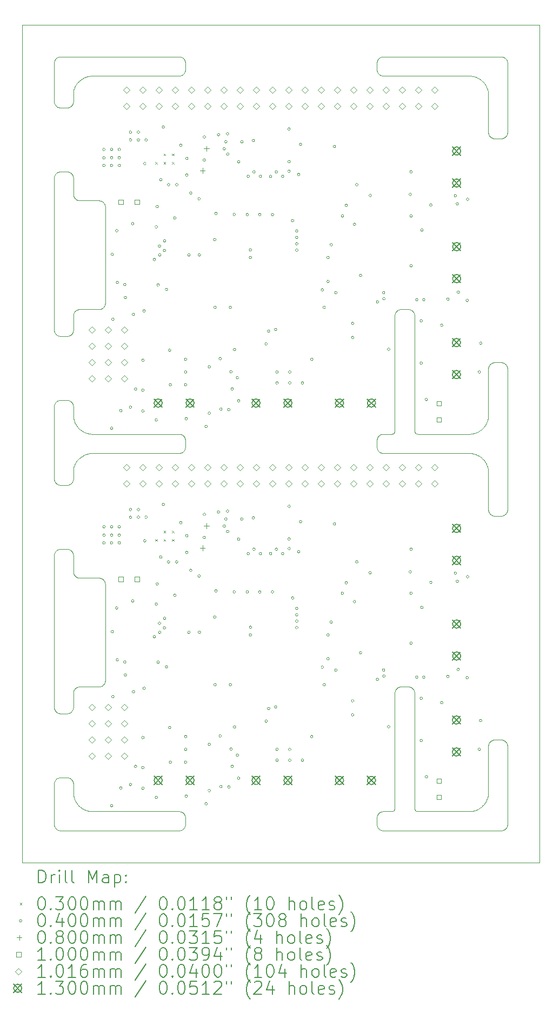
<source format=gbr>
%TF.GenerationSoftware,KiCad,Pcbnew,8.0.2+dfsg-1*%
%TF.CreationDate,2024-06-08T17:30:34+01:00*%
%TF.ProjectId,panel,70616e65-6c2e-46b6-9963-61645f706362,rev?*%
%TF.SameCoordinates,Original*%
%TF.FileFunction,Drillmap*%
%TF.FilePolarity,Positive*%
%FSLAX45Y45*%
G04 Gerber Fmt 4.5, Leading zero omitted, Abs format (unit mm)*
G04 Created by KiCad (PCBNEW 8.0.2+dfsg-1) date 2024-06-08 17:30:34*
%MOMM*%
%LPD*%
G01*
G04 APERTURE LIST*
%ADD10C,0.100000*%
%ADD11C,0.200000*%
%ADD12C,0.101600*%
%ADD13C,0.130000*%
G04 APERTURE END LIST*
D10*
X11611979Y-4697407D02*
X11613208Y-4699622D01*
X16435491Y-14301926D02*
X16440327Y-14301087D01*
X11329289Y-7899289D02*
X11332844Y-7895905D01*
X16412244Y-14590403D02*
X16407860Y-14588197D01*
X11570711Y-4326789D02*
X11574095Y-4330344D01*
X12002502Y-6449936D02*
X12001266Y-6449968D01*
X18399518Y-9589802D02*
X18398918Y-9594673D01*
X17970323Y-14246926D02*
X17972402Y-14245479D01*
X17994430Y-8328428D02*
X17996352Y-8326778D01*
X16720381Y-12351082D02*
X16725252Y-12350481D01*
X13302140Y-2788192D02*
X13297755Y-2790399D01*
X18395694Y-13250971D02*
X18397003Y-13255702D01*
X16679502Y-12366848D02*
X16683649Y-12364223D01*
X18309802Y-7280481D02*
X18314673Y-7281082D01*
X16359306Y-2570971D02*
X16360845Y-2566311D01*
X11676169Y-10647094D02*
X11678636Y-10647667D01*
X11500000Y-13770000D02*
X11504907Y-13770120D01*
X11675446Y-8798646D02*
X11666777Y-8808496D01*
X11309601Y-10254744D02*
X11311808Y-10250360D01*
X17891008Y-2814168D02*
X17888591Y-2813410D01*
X16646867Y-12402846D02*
X16649287Y-12398577D01*
X11336561Y-13792699D02*
X11340430Y-13789679D01*
X18329029Y-2504306D02*
X18333689Y-2505846D01*
X16963554Y-8388475D02*
X16964592Y-8389272D01*
X11598918Y-13855327D02*
X11599518Y-13860198D01*
X18036432Y-2915386D02*
X18028428Y-2905570D01*
X13355000Y-14500005D02*
X13354879Y-14504911D01*
X11344443Y-7886853D02*
X11348590Y-7884227D01*
X18319509Y-9678079D02*
X18314673Y-9678918D01*
X16425971Y-2795694D02*
X16421311Y-2794154D01*
X11340430Y-9177821D02*
X11336561Y-9174801D01*
X11390198Y-13770481D02*
X11395093Y-13770120D01*
X11700633Y-12350000D02*
X11699367Y-12350016D01*
X18122699Y-7316561D02*
X18125905Y-7312844D01*
X11900633Y-14300000D02*
X13255000Y-14300001D01*
X11574095Y-3264656D02*
X11570711Y-3268211D01*
X18309802Y-14599523D02*
X18304907Y-14599884D01*
X16945038Y-8351280D02*
X16945083Y-8352260D01*
X16435491Y-2501921D02*
X16440327Y-2501082D01*
X11599879Y-7965093D02*
X11600000Y-7970000D01*
X11624449Y-8874316D02*
X11623357Y-8876645D01*
X16369227Y-8448594D02*
X16371853Y-8444447D01*
X11340430Y-12750321D02*
X11336561Y-12747301D01*
X13255000Y-2500000D02*
X13259907Y-2500120D01*
X16621777Y-14283435D02*
X16622626Y-14282441D01*
X11366311Y-9191654D02*
X11361731Y-9189888D01*
X11755532Y-14262890D02*
X11766759Y-14268755D01*
X18037983Y-8282611D02*
X18045479Y-8272401D01*
X16425971Y-8695694D02*
X16421311Y-8694154D01*
X18129289Y-9650711D02*
X18125905Y-9647156D01*
X18394154Y-3713689D02*
X18392388Y-3718268D01*
X11650378Y-4736792D02*
X11652593Y-4738021D01*
X11302997Y-14524303D02*
X11301921Y-14519514D01*
X16940344Y-6520957D02*
X16941653Y-6525686D01*
X11621723Y-4712192D02*
X11623324Y-4714155D01*
X16407860Y-8688192D02*
X16403590Y-8685773D01*
X11400000Y-4297500D02*
X11500000Y-4297500D01*
X11352860Y-9185692D02*
X11348590Y-9183273D01*
X11332844Y-7895905D02*
X11336561Y-7892699D01*
X11793705Y-8719154D02*
X11791297Y-8720061D01*
X13338147Y-14555562D02*
X13335321Y-14559574D01*
X16362612Y-8638268D02*
X16360845Y-8633689D01*
X18062891Y-14144468D02*
X18068755Y-14133241D01*
X11500000Y-9197500D02*
X11400000Y-9197500D01*
X16355120Y-2595093D02*
X16355481Y-2590198D01*
X18383147Y-14555562D02*
X18380321Y-14559574D01*
X13259907Y-14599884D02*
X13255000Y-14600005D01*
X11319679Y-3257070D02*
X11316853Y-3253057D01*
X11538268Y-3289888D02*
X11533689Y-3291654D01*
X18132844Y-7305905D02*
X18136561Y-7302699D01*
X16635536Y-6540177D02*
X16636138Y-6535306D01*
X11615833Y-6496046D02*
X11614493Y-6498195D01*
X17946682Y-2838339D02*
X17944468Y-2837109D01*
X16384289Y-8670711D02*
X16380905Y-8667156D01*
X16435491Y-8698079D02*
X16430702Y-8697003D01*
X16435491Y-8401926D02*
X16440327Y-8401087D01*
X11606909Y-8920712D02*
X11603555Y-8933397D01*
X13279298Y-8697003D02*
X13274509Y-8698079D01*
X11300481Y-3207302D02*
X11300120Y-3202407D01*
X18398918Y-13265327D02*
X18399518Y-13270198D01*
X16618079Y-14287133D02*
X16619027Y-14286233D01*
X18116853Y-7324443D02*
X18119679Y-7320430D01*
X13349154Y-8466312D02*
X13350694Y-8470973D01*
X11300481Y-4387698D02*
X11301082Y-4382827D01*
X16380905Y-14332849D02*
X16384289Y-14329294D01*
X18329029Y-13184306D02*
X18333689Y-13185845D01*
X13347388Y-2738268D02*
X13345399Y-2742756D01*
X18101921Y-9599509D02*
X18101082Y-9594673D01*
X11597003Y-13845702D02*
X11598078Y-13850491D01*
X11375702Y-14597008D02*
X11370971Y-14595699D01*
X11300120Y-12674907D02*
X11300000Y-12670000D01*
X11567156Y-7895905D02*
X11570711Y-7899289D01*
X11395093Y-6869879D02*
X11390198Y-6869518D01*
X16671620Y-12372693D02*
X16675490Y-12369674D01*
X11688626Y-12350673D02*
X11686114Y-12350993D01*
X11705570Y-8328428D02*
X11715386Y-8336432D01*
X18096317Y-8146675D02*
X18096701Y-8144172D01*
X11998733Y-12350000D02*
X11700633Y-12350000D01*
X11559570Y-7889679D02*
X11563439Y-7892699D01*
X18314673Y-2501082D02*
X18319509Y-2501921D01*
X11601823Y-10568883D02*
X11602333Y-10571364D01*
X13279298Y-2797003D02*
X13274509Y-2798078D01*
X16356921Y-14519514D02*
X16356082Y-14514678D01*
X13340773Y-8651410D02*
X13338147Y-8655557D01*
X16450093Y-8400125D02*
X16455000Y-8400005D01*
X16634645Y-8348697D02*
X16635052Y-6549977D01*
X11652593Y-6461979D02*
X11650378Y-6463208D01*
X18195093Y-3779879D02*
X18190198Y-3779518D01*
X11555557Y-6853147D02*
X11551410Y-6855773D01*
X16356082Y-2714673D02*
X16355481Y-2709802D01*
X16622626Y-14282441D02*
X16624272Y-14280408D01*
X11637109Y-14144468D02*
X11638339Y-14146682D01*
X16988800Y-8399243D02*
X16989775Y-8399352D01*
X16976184Y-14295924D02*
X16977088Y-14296306D01*
X18383147Y-9635557D02*
X18380321Y-9639570D01*
X13345399Y-8457246D02*
X13347388Y-8461733D01*
X16715546Y-12351921D02*
X16720381Y-12351082D01*
X17905368Y-14280856D02*
X17917130Y-14276157D01*
X16356082Y-14385331D02*
X16356921Y-14380495D01*
X18367156Y-13205905D02*
X18370711Y-13209289D01*
X11598918Y-3212173D02*
X11598078Y-3217009D01*
X16947105Y-8363831D02*
X16947476Y-8365085D01*
X11729677Y-14246926D02*
X11740253Y-14253896D01*
X12026692Y-10653668D02*
X12031383Y-10655094D01*
X11600016Y-14000633D02*
X11600353Y-14013928D01*
X17861624Y-8706427D02*
X17859143Y-8705918D01*
X18053896Y-2940253D02*
X18046926Y-2929677D01*
X11529028Y-3293194D02*
X11524298Y-3294503D01*
X16407860Y-8411812D02*
X16412244Y-8409606D01*
X11851833Y-8703858D02*
X11838924Y-8706209D01*
X11357244Y-7879601D02*
X11361731Y-7877612D01*
X18107612Y-13241731D02*
X18109601Y-13237244D01*
X11348590Y-9183273D02*
X11344443Y-9180647D01*
X16356082Y-8614673D02*
X16355481Y-8609802D01*
X11585773Y-4346090D02*
X11588192Y-4350360D01*
X11314227Y-7918590D02*
X11316853Y-7914443D01*
X18116853Y-13224443D02*
X18119679Y-13220430D01*
X11615833Y-12396046D02*
X11614493Y-12398195D01*
X18018287Y-14205750D02*
X18026778Y-14196352D01*
X11617226Y-12393931D02*
X11615833Y-12396046D01*
X11794632Y-14280856D02*
X11797007Y-14281735D01*
X16660965Y-6482835D02*
X16664349Y-6479281D01*
X16996298Y-8399645D02*
X17799356Y-8400000D01*
X16949338Y-8369974D02*
X16949743Y-8370868D01*
X18388192Y-7332860D02*
X18390399Y-7337244D01*
X16978326Y-8396728D02*
X16980814Y-8397537D01*
X11605815Y-4683532D02*
X11606695Y-4685907D01*
X16945012Y-8350296D02*
X16945038Y-8351280D01*
X18398079Y-2580491D02*
X18398918Y-2585327D01*
X11580321Y-10237930D02*
X11583147Y-10241943D01*
X16945791Y-8358432D02*
X16945910Y-8359075D01*
X11598078Y-9117009D02*
X11597003Y-9121798D01*
X11900633Y-8400000D02*
X13255000Y-8400001D01*
X11577301Y-7906561D02*
X11580321Y-7910430D01*
X11666777Y-2908496D02*
X11665128Y-2910470D01*
X11717389Y-14237982D02*
X11727598Y-14245479D01*
X12021936Y-4752474D02*
X12026692Y-4753668D01*
X18166311Y-3774154D02*
X18161732Y-3772388D01*
X11602333Y-6528636D02*
X11601823Y-6531117D01*
X16961565Y-14286777D02*
X16962559Y-14287626D01*
X18374095Y-14567160D02*
X18370711Y-14570715D01*
X11300000Y-13870000D02*
X11300120Y-13865093D01*
X11325905Y-6837156D02*
X11322699Y-6833439D01*
X11609691Y-10592888D02*
X11610806Y-10595162D01*
X16595033Y-8398878D02*
X16596305Y-8398572D01*
X17933241Y-8731245D02*
X17930967Y-8730130D01*
X16904218Y-12369675D02*
X16908087Y-12372694D01*
X11585773Y-10246090D02*
X11588192Y-10250360D01*
X11538268Y-7877612D02*
X11542755Y-7879601D01*
X18140430Y-9660321D02*
X18136561Y-9657301D01*
X16611027Y-14292427D02*
X16611867Y-14291919D01*
X11688201Y-8785574D02*
X11686358Y-8787369D01*
X12081717Y-6407564D02*
X12078795Y-6411502D01*
X16421311Y-2794154D02*
X16416731Y-2792388D01*
X11348590Y-13784227D02*
X11352860Y-13781808D01*
X11336561Y-7892699D02*
X11340430Y-7889679D01*
X16450093Y-14599884D02*
X16445198Y-14599523D01*
X18347140Y-13191808D02*
X18351410Y-13194227D01*
X11619144Y-8205368D02*
X11623843Y-8217130D01*
X16403590Y-2514227D02*
X16407860Y-2511808D01*
X18377301Y-14563444D02*
X18374095Y-14567160D01*
X11309601Y-4354744D02*
X11311808Y-4350360D01*
X11854375Y-8703463D02*
X11851833Y-8703858D01*
X17859143Y-14294082D02*
X17861624Y-14293573D01*
X11632043Y-6476671D02*
X11630207Y-6478416D01*
X13264802Y-2799518D02*
X13259907Y-2799879D01*
X17829087Y-14298557D02*
X17831607Y-14298301D01*
X16384289Y-8429294D02*
X16387844Y-8425909D01*
X11673222Y-14196352D02*
X11681713Y-14205750D01*
X11601443Y-14029087D02*
X11601699Y-14031607D01*
X12007399Y-6449692D02*
X12002502Y-6449936D01*
X18098557Y-8970913D02*
X18098301Y-8968393D01*
X11307612Y-4359232D02*
X11309601Y-4354744D01*
X16664349Y-6479281D02*
X16667904Y-6475898D01*
X18152860Y-9668192D02*
X18148590Y-9665773D01*
X11314227Y-6821410D02*
X11311808Y-6817140D01*
X16849560Y-12350120D02*
X16854455Y-12350481D01*
X11610806Y-12404838D02*
X11609691Y-12407112D01*
X11631245Y-8233241D02*
X11637109Y-8244468D01*
X16355120Y-14504911D02*
X16355000Y-14500005D01*
X13355000Y-14400001D02*
X13355000Y-14500005D01*
X11588192Y-13822860D02*
X11590399Y-13827244D01*
X16360845Y-8466315D02*
X16362612Y-8461736D01*
X16369227Y-14348594D02*
X16371853Y-14344447D01*
X13264802Y-2500482D02*
X13269673Y-2501082D01*
X16635052Y-12449977D02*
X16635174Y-12445071D01*
X16657759Y-6486551D02*
X16660965Y-6482835D01*
X16360845Y-8633689D02*
X16359306Y-8629029D01*
X11514673Y-10198582D02*
X11519509Y-10199421D01*
X11524298Y-12767003D02*
X11519509Y-12768078D01*
X18324298Y-7282997D02*
X18329029Y-7284306D01*
X16407860Y-2511808D02*
X16412244Y-2509601D01*
X18347140Y-3768192D02*
X18342756Y-3770399D01*
X17888591Y-14286590D02*
X17891008Y-14285832D01*
X16710758Y-6452996D02*
X16715546Y-6451921D01*
X11340430Y-10217179D02*
X11344443Y-10214353D01*
X11666468Y-10644185D02*
X11668865Y-10645004D01*
X11519509Y-3295578D02*
X11514673Y-3296418D01*
X18028428Y-8294430D02*
X18036432Y-8284614D01*
X11630207Y-12378416D02*
X11628416Y-12380207D01*
X16706028Y-12354305D02*
X16710758Y-12352996D01*
X11390198Y-6869518D02*
X11385327Y-6868918D01*
X11305845Y-2566311D02*
X11307612Y-2561732D01*
X11602906Y-6526169D02*
X11602333Y-6528636D01*
X13284028Y-2795694D02*
X13279298Y-2797003D01*
X18899971Y-15099975D02*
X18900000Y-15098777D01*
X18062891Y-2955532D02*
X18061661Y-2953318D01*
X13279298Y-8402998D02*
X13284029Y-8404307D01*
X11641852Y-4731327D02*
X11643931Y-4732773D01*
X12068925Y-10677608D02*
X12072392Y-10681075D01*
X16972308Y-14294178D02*
X16973196Y-14294594D01*
X18069870Y-8230967D02*
X18075158Y-8219458D01*
X11597003Y-9121798D02*
X11595694Y-9126529D01*
X11332844Y-13795905D02*
X11336561Y-13792699D01*
X11600000Y-6550633D02*
X11600000Y-6770000D01*
X11664093Y-12356695D02*
X11661741Y-12357634D01*
X18338268Y-2507612D02*
X18342756Y-2509601D01*
X11615833Y-4703954D02*
X11617226Y-4706069D01*
X18319509Y-14598083D02*
X18314673Y-14598922D01*
X13269673Y-14301084D02*
X13274509Y-14301923D01*
X16596305Y-8398572D02*
X16598831Y-8397895D01*
X11385327Y-2501082D02*
X11390198Y-2500482D01*
X12049283Y-4763036D02*
X12053488Y-4765558D01*
X16606149Y-14295085D02*
X16607329Y-14294522D01*
X13302140Y-14311809D02*
X13306410Y-14314228D01*
X18304907Y-7280120D02*
X18309802Y-7280481D01*
X18122699Y-3743439D02*
X18119679Y-3739570D01*
X11613208Y-12400378D02*
X11611979Y-12402593D01*
X11717389Y-8337982D02*
X11727598Y-8345479D01*
X11641852Y-12368673D02*
X11639810Y-12370173D01*
X16407860Y-14588197D02*
X16403590Y-14585777D01*
X11782870Y-14276157D02*
X11794632Y-14280856D01*
X11301921Y-10277991D02*
X11302997Y-10273202D01*
X18090710Y-8926038D02*
X18090075Y-8923586D01*
X11590399Y-12712755D02*
X11588192Y-12717140D01*
X16978623Y-14296870D02*
X16979554Y-14297179D01*
X16634576Y-8351301D02*
X16634645Y-8348697D01*
X11598078Y-12689509D02*
X11597003Y-12694298D01*
X18007586Y-14216542D02*
X18016542Y-14207586D01*
X18111808Y-13232860D02*
X18114227Y-13228590D01*
X11357244Y-14590403D02*
X11352860Y-14588197D01*
X18100482Y-9589802D02*
X18100120Y-9584907D01*
X18076157Y-8217130D02*
X18080856Y-8205368D01*
X18374095Y-9647156D02*
X18370711Y-9650711D01*
X11385327Y-14598922D02*
X11380491Y-14598083D01*
X11559570Y-10217179D02*
X11563439Y-10220199D01*
X11867387Y-2801779D02*
X11854375Y-2803462D01*
X12001266Y-12349968D02*
X11998733Y-12350000D01*
X11336561Y-12747301D02*
X11332844Y-12744095D01*
X11646104Y-8259747D02*
X11653074Y-8270323D01*
X16638054Y-6525683D02*
X16639363Y-6520954D01*
X12093252Y-12285999D02*
X12091374Y-12290528D01*
X17919458Y-8724842D02*
X17917130Y-8723843D01*
X11380491Y-13771921D02*
X11385327Y-13771082D01*
X11400000Y-9197500D02*
X11395093Y-9197380D01*
X16628570Y-8373851D02*
X16629759Y-8371519D01*
X18399518Y-7370198D02*
X18399880Y-7375093D01*
X18383147Y-13224443D02*
X18385773Y-13228590D01*
X11643931Y-12367226D02*
X11641852Y-12368673D01*
X11618673Y-4708148D02*
X11620173Y-4710189D01*
X16701368Y-6455844D02*
X16706028Y-6454305D01*
X11595694Y-3226528D02*
X11594154Y-3231189D01*
X11599518Y-13860198D02*
X11599879Y-13865093D01*
X11673222Y-8296352D02*
X11681713Y-8305750D01*
X11632043Y-4723329D02*
X11633923Y-4725027D01*
X11300120Y-2595093D02*
X11300481Y-2590198D01*
X18398918Y-3694673D02*
X18398079Y-3699509D01*
X11671572Y-14194430D02*
X11673222Y-14196352D01*
X11514673Y-7871082D02*
X11519509Y-7871921D01*
X13318439Y-8422700D02*
X13322156Y-8425906D01*
X16362612Y-14361736D02*
X16364601Y-14357249D01*
X11304306Y-12699028D02*
X11302997Y-12694298D01*
X11624973Y-10616077D02*
X11626671Y-10617957D01*
X11509802Y-10197982D02*
X11514673Y-10198582D01*
X18069870Y-2969033D02*
X18068755Y-2966759D01*
X11302997Y-13845702D02*
X11304306Y-13840971D01*
X11632043Y-10623329D02*
X11633923Y-10625027D01*
X17917130Y-8723843D02*
X17905368Y-8719144D01*
X16357997Y-14375706D02*
X16359306Y-14370976D01*
X11311808Y-4350360D02*
X11314227Y-4346090D01*
X11600096Y-12446201D02*
X11600016Y-12449367D01*
X16632922Y-8362937D02*
X16633145Y-8361981D01*
X16882918Y-6457610D02*
X16887405Y-6459599D01*
X11400000Y-12770000D02*
X11395093Y-12769879D01*
X13259907Y-2500120D02*
X13264802Y-2500482D01*
X18394154Y-7346311D02*
X18395694Y-7350971D01*
X11329289Y-10226789D02*
X11332844Y-10223405D01*
X13354518Y-8609802D02*
X13353918Y-8614673D01*
X11606695Y-4685907D02*
X11607634Y-4688259D01*
X18100120Y-3684907D02*
X18100000Y-3680000D01*
X16634645Y-14248697D02*
X16635052Y-12449977D01*
X13288689Y-14305847D02*
X13293268Y-14307613D01*
X13322156Y-2525905D02*
X13325711Y-2529289D01*
X12099936Y-12252502D02*
X12099692Y-12257399D01*
X11563439Y-9174801D02*
X11559570Y-9177821D01*
X18394154Y-14533694D02*
X18392388Y-14538273D01*
X18136561Y-9657301D02*
X18132844Y-9654095D01*
X11322699Y-6833439D02*
X11319679Y-6829570D01*
X16362612Y-8461736D02*
X16364601Y-8457249D01*
X13353078Y-2719509D02*
X13352003Y-2724298D01*
X13329095Y-14332845D02*
X13332301Y-14336562D01*
X18099647Y-3086072D02*
X18099519Y-3083542D01*
X11700633Y-4750000D02*
X11998733Y-4750000D01*
X11600016Y-10550633D02*
X11600096Y-10553798D01*
X18099984Y-14000633D02*
X18100000Y-13999367D01*
X13332301Y-8663439D02*
X13329095Y-8667156D01*
X11600033Y-3050003D02*
X11600000Y-3051294D01*
X18104306Y-3709028D02*
X18102997Y-3704298D01*
X18053896Y-14159747D02*
X18055236Y-14157597D01*
X11600353Y-8113928D02*
X11600481Y-8116458D01*
X17919458Y-8375158D02*
X17930967Y-8369870D01*
X11322699Y-7906561D02*
X11325905Y-7902844D01*
X11668865Y-6454996D02*
X11666468Y-6455815D01*
X17946682Y-8361661D02*
X17957597Y-8355236D01*
X12026692Y-12346332D02*
X12021936Y-12347526D01*
X17984614Y-8763568D02*
X17982611Y-8762017D01*
X16646867Y-6502846D02*
X16649287Y-6498577D01*
X16953991Y-14278225D02*
X16954562Y-14279023D01*
X13274509Y-8698079D02*
X13269673Y-8698918D01*
X16642671Y-6511716D02*
X16644660Y-6507230D01*
X18093573Y-14061624D02*
X18094082Y-14059142D01*
X16911804Y-6475899D02*
X16915358Y-6479282D01*
X11395093Y-3297379D02*
X11390198Y-3297018D01*
X11661741Y-10642366D02*
X11664093Y-10643305D01*
X13314570Y-14580325D02*
X13310557Y-14583151D01*
X11654838Y-10639194D02*
X11657112Y-10640309D01*
X11681117Y-10648176D02*
X11683610Y-10648623D01*
X17930967Y-2830130D02*
X17919458Y-2824841D01*
X12097526Y-12271936D02*
X12096332Y-12276692D01*
X12099936Y-10747498D02*
X12099968Y-10748734D01*
X16632662Y-8363883D02*
X16632922Y-8362937D01*
X12098485Y-12267128D02*
X12097526Y-12271936D01*
X11309601Y-9140256D02*
X11307612Y-9135768D01*
X13329095Y-2767156D02*
X13325711Y-2770711D01*
X11688626Y-6450673D02*
X11686114Y-6450993D01*
X18099519Y-8983542D02*
X18098557Y-8970913D01*
X11588192Y-10250360D02*
X11590399Y-10254744D01*
X11301082Y-12684673D02*
X11300481Y-12679802D01*
X17970323Y-8346926D02*
X17972402Y-8345479D01*
X18100000Y-9580000D02*
X18100000Y-9000633D01*
X13355000Y-2600000D02*
X13355000Y-2700000D01*
X11686358Y-2887369D02*
X11677194Y-2896760D01*
X17902993Y-8381735D02*
X17905368Y-8380856D01*
X12098485Y-4832872D02*
X12099208Y-4837722D01*
X11555557Y-4314353D02*
X11559570Y-4317179D01*
X18195093Y-13180120D02*
X18200000Y-13180000D01*
X18300000Y-3780000D02*
X18200000Y-3780000D01*
X13264802Y-14300483D02*
X13269673Y-14301084D01*
X16946108Y-8360036D02*
X16946343Y-8360989D01*
X11699367Y-12350016D02*
X11696201Y-12350096D01*
X11332844Y-4323405D02*
X11336561Y-4320199D01*
X18359570Y-14580325D02*
X18355557Y-14583151D01*
X18114227Y-13228590D02*
X18116853Y-13224443D01*
X16945910Y-14259075D02*
X16946108Y-14260036D01*
X11624841Y-8219458D02*
X11630130Y-8230967D01*
X11361731Y-6862388D02*
X11357244Y-6860399D01*
X18136561Y-13202699D02*
X18140430Y-13199679D01*
X11794632Y-8380856D02*
X11797007Y-8381735D01*
X16440327Y-2501082D02*
X16445198Y-2500482D01*
X16947913Y-14266318D02*
X16948968Y-14269065D01*
X11567156Y-10223405D02*
X11570711Y-10226789D01*
X18105846Y-7346311D02*
X18107612Y-7341731D01*
X11853325Y-14296317D02*
X11855828Y-14296700D01*
X11357244Y-4307101D02*
X11361731Y-4305112D01*
X13264802Y-8699518D02*
X13259907Y-8699880D01*
X11656978Y-8820753D02*
X11655433Y-8822810D01*
X11870913Y-8398557D02*
X11883542Y-8399519D01*
X11370971Y-6865694D02*
X11366311Y-6864154D01*
X11600673Y-6538626D02*
X11600417Y-6541146D01*
X11703648Y-8326778D02*
X11705570Y-8328428D01*
X11322699Y-3260939D02*
X11319679Y-3257070D01*
X11869946Y-2801515D02*
X11867387Y-2801779D01*
X11325905Y-4330344D02*
X11329289Y-4326789D01*
X17905368Y-8380856D02*
X17917130Y-8376157D01*
X11599879Y-3202407D02*
X11599518Y-3207302D01*
X11594154Y-13836311D02*
X11595694Y-13840971D01*
X18338268Y-13187612D02*
X18342756Y-13189601D01*
X18101921Y-7360491D02*
X18102997Y-7355702D01*
X11385327Y-13771082D02*
X11390198Y-13770481D01*
X11654838Y-6460806D02*
X11652593Y-6461979D01*
X11599879Y-6774907D02*
X11599518Y-6779802D01*
X11301921Y-9117009D02*
X11301082Y-9112173D01*
X17813928Y-8700353D02*
X17800633Y-8700016D01*
X11390198Y-4297982D02*
X11395093Y-4297620D01*
X16371853Y-2544443D02*
X16374679Y-2540430D01*
X18400000Y-3680000D02*
X18399880Y-3684907D01*
X18069870Y-14130967D02*
X18075158Y-14119458D01*
X18096317Y-14046675D02*
X18096701Y-14044172D01*
X11361731Y-14592392D02*
X11357244Y-14590403D01*
X12068925Y-4777608D02*
X12072392Y-4781075D01*
X11618673Y-12391852D02*
X11617226Y-12393931D01*
X16921948Y-6486552D02*
X16924968Y-6490421D01*
X16598831Y-8397895D02*
X16600085Y-8397524D01*
X11609925Y-8176414D02*
X11613410Y-8188591D01*
X11598918Y-9112173D02*
X11598078Y-9117009D01*
X18107612Y-7341731D02*
X18109601Y-7337244D01*
X12049283Y-12336963D02*
X12044959Y-12339276D01*
X16403590Y-14585777D02*
X16399443Y-14583151D01*
X11385327Y-9196418D02*
X11380491Y-9195579D01*
X16644660Y-12407230D02*
X16646867Y-12402846D01*
X11643931Y-6467226D02*
X11641852Y-6468673D01*
X11709848Y-8766570D02*
X11699768Y-8774970D01*
X11602333Y-4671364D02*
X11602906Y-4673831D01*
X11637807Y-6471723D02*
X11635844Y-6473324D01*
X17846675Y-14296317D02*
X17859143Y-14294082D01*
X11769033Y-14269870D02*
X11780542Y-14275158D01*
X13349154Y-14533694D02*
X13347388Y-14538273D01*
X11595694Y-4368471D02*
X11597003Y-4373202D01*
X11352860Y-6858192D02*
X11348590Y-6855773D01*
X11603541Y-12423717D02*
X11602906Y-12426169D01*
X16950938Y-8373195D02*
X16952410Y-8375743D01*
X11868393Y-14298301D02*
X11870913Y-14298557D01*
X11609290Y-8173962D02*
X11609925Y-8176414D01*
X11380491Y-12768078D02*
X11375702Y-12767003D01*
X16982067Y-8397908D02*
X16983339Y-8398213D01*
X16623487Y-8381455D02*
X16624100Y-8380688D01*
X18144443Y-7296853D02*
X18148590Y-7294227D01*
X11592388Y-6808268D02*
X11590399Y-6812755D01*
X11630130Y-14130967D02*
X11631245Y-14133241D01*
X11366311Y-7875845D02*
X11370971Y-7874306D01*
X11385327Y-6868918D02*
X11380491Y-6868078D01*
X13353918Y-14385328D02*
X13354518Y-14390199D01*
X12021936Y-10652474D02*
X12026692Y-10653668D01*
X18338268Y-3772388D02*
X18333689Y-3774154D01*
X11595694Y-10268471D02*
X11597003Y-10273202D01*
X18399880Y-13275093D02*
X18400000Y-13280000D01*
X13322156Y-2774095D02*
X13318439Y-2777301D01*
X16403590Y-14314232D02*
X16407860Y-14311812D01*
X17970323Y-2853074D02*
X17959747Y-2846104D01*
X18122699Y-13216561D02*
X18125905Y-13212844D01*
X18090075Y-8176414D02*
X18090710Y-8173962D01*
X11555557Y-9180647D02*
X11551410Y-9183273D01*
X16944995Y-14248993D02*
X16945012Y-14250296D01*
X11598078Y-4377991D02*
X11598918Y-4382827D01*
X11400000Y-2500000D02*
X13255000Y-2500000D01*
X11610806Y-4695162D02*
X11611979Y-4697407D01*
X11533689Y-6864154D02*
X11529028Y-6865694D01*
X18329029Y-14595699D02*
X18324298Y-14597008D01*
X18170971Y-7284306D02*
X18175702Y-7282997D01*
X11644764Y-14157597D02*
X11646104Y-14159747D01*
X11309601Y-12712755D02*
X11307612Y-12708268D01*
X11301921Y-14519514D02*
X11301082Y-14514678D01*
X13345399Y-2557244D02*
X13347388Y-2561732D01*
X11319679Y-7910430D02*
X11322699Y-7906561D01*
X11385327Y-7871082D02*
X11390198Y-7870481D01*
X17829087Y-8701443D02*
X17816458Y-8700481D01*
X16359306Y-2729029D02*
X16357997Y-2724298D01*
X11605815Y-10583532D02*
X11606695Y-10585907D01*
X11574095Y-12737156D02*
X11570711Y-12740711D01*
X16630674Y-8369421D02*
X16631846Y-8366368D01*
X11606427Y-8161624D02*
X11609290Y-8173962D01*
X11504907Y-13770120D02*
X11509802Y-13770481D01*
X18355557Y-7296853D02*
X18359570Y-7299679D01*
X17994430Y-14228428D02*
X17996352Y-14226778D01*
X18395694Y-14529033D02*
X18394154Y-14533694D01*
X16980497Y-14297452D02*
X16983340Y-14298213D01*
X16366808Y-2552860D02*
X16369227Y-2548590D01*
X12084442Y-12303488D02*
X12081717Y-12307564D01*
X11755532Y-8362890D02*
X11766759Y-8368755D01*
X11691146Y-10649583D02*
X11693672Y-10649775D01*
X11547140Y-6858192D02*
X11542755Y-6860399D01*
X18085832Y-3008992D02*
X18081735Y-2997007D01*
X18094082Y-3040857D02*
X18093573Y-3038376D01*
X11611979Y-12402593D02*
X11610806Y-12404838D01*
X18385773Y-2548590D02*
X18388192Y-2552860D01*
X18397003Y-7355702D02*
X18398079Y-7360491D01*
X16416732Y-14307616D02*
X16421311Y-14305850D01*
X18370711Y-7309289D02*
X18374095Y-7312844D01*
X16416731Y-14592392D02*
X16412244Y-14590403D01*
X11606695Y-12414093D02*
X11605815Y-12416468D01*
X11504907Y-7870120D02*
X11509802Y-7870481D01*
X11611979Y-10597407D02*
X11613208Y-10599622D01*
X12017128Y-6448485D02*
X12012278Y-6449208D01*
X11592388Y-13831731D02*
X11594154Y-13836311D01*
X11344443Y-14583151D02*
X11340430Y-14580325D01*
X13352003Y-2724298D02*
X13350694Y-2729029D01*
X11838924Y-8706209D02*
X11836406Y-8706734D01*
X18329029Y-9675694D02*
X18324298Y-9677003D01*
X11867387Y-8701779D02*
X11854375Y-8703463D01*
X18053896Y-8840253D02*
X18046926Y-8829677D01*
X18081735Y-8202993D02*
X18085832Y-8191008D01*
X11588192Y-12717140D02*
X11585773Y-12721410D01*
X18148590Y-7294227D02*
X18152860Y-7291808D01*
X16932840Y-12402849D02*
X16935047Y-12407232D01*
X12100000Y-4851267D02*
X12100000Y-6348733D01*
X18105846Y-9613689D02*
X18104306Y-9609029D01*
X16986218Y-8398825D02*
X16987181Y-8399010D01*
X11600993Y-4663886D02*
X11601377Y-4666390D01*
X11633923Y-10625027D02*
X11635844Y-10626676D01*
X11567156Y-9171595D02*
X11563439Y-9174801D01*
X17859143Y-8394082D02*
X17861624Y-8393573D01*
X11630207Y-6478416D02*
X11628416Y-6480207D01*
X18045479Y-8827598D02*
X18037983Y-8817389D01*
X11673717Y-12353541D02*
X11671282Y-12354237D01*
X11630207Y-4721583D02*
X11632043Y-4723329D01*
X11301921Y-2580491D02*
X11302997Y-2575702D01*
X11594154Y-7936311D02*
X11595694Y-7940971D01*
X18355557Y-13196853D02*
X18359570Y-13199679D01*
X11563439Y-4320199D02*
X11567156Y-4323405D01*
X17919458Y-2824841D02*
X17917130Y-2823843D01*
X16938804Y-12416297D02*
X16940344Y-12420957D01*
X16450093Y-8699880D02*
X16445198Y-8699518D01*
X11580321Y-13810430D02*
X11583147Y-13814443D01*
X11668865Y-12354996D02*
X11666468Y-12355815D01*
X16588564Y-8399799D02*
X16589868Y-8399696D01*
X11301082Y-9112173D02*
X11300481Y-9107302D01*
X11583147Y-10241943D02*
X11585773Y-10246090D01*
X10800000Y-2001227D02*
X10800000Y-15098777D01*
X18086590Y-3011409D02*
X18085832Y-3008992D01*
X16613225Y-14291009D02*
X16614023Y-14290437D01*
X11300481Y-10287698D02*
X11301082Y-10282827D01*
X11574095Y-13802844D02*
X11577301Y-13806561D01*
X11316853Y-6825557D02*
X11314227Y-6821410D01*
X13352003Y-14524303D02*
X13350694Y-14529033D01*
X13288689Y-2505846D02*
X13293268Y-2507612D01*
X16636138Y-12435306D02*
X16636978Y-12430471D01*
X16947105Y-14263831D02*
X16947476Y-14265085D01*
X13318439Y-8677301D02*
X13314570Y-8680321D01*
X16625630Y-8378567D02*
X16627411Y-8375824D01*
X17844172Y-8396701D02*
X17846675Y-8396317D01*
X11361731Y-13777612D02*
X11366311Y-13775845D01*
X11300000Y-3197500D02*
X11300000Y-2600000D01*
X16374679Y-14559574D02*
X16371853Y-14555562D01*
X11613410Y-14088591D02*
X11614168Y-14091008D01*
X16430702Y-2797003D02*
X16425971Y-2795694D01*
X11595694Y-13840971D02*
X11597003Y-13845702D01*
X13340773Y-14348591D02*
X13343192Y-14352862D01*
X11300120Y-7965093D02*
X11300481Y-7960198D01*
X16944533Y-12445075D02*
X16944654Y-12449981D01*
X18005750Y-8781713D02*
X17996352Y-8773222D01*
X11311808Y-13822860D02*
X11314227Y-13818590D01*
X18101082Y-7365327D02*
X18101921Y-7360491D01*
X11618092Y-8888663D02*
X11617120Y-8891045D01*
X12035999Y-4756748D02*
X12040528Y-4758626D01*
X16608770Y-8393750D02*
X16609636Y-8393287D01*
X18363439Y-7302699D02*
X18367156Y-7305905D01*
X16966708Y-8390809D02*
X16967786Y-8391550D01*
X18081735Y-8897007D02*
X18080856Y-8894632D01*
X18175702Y-13182997D02*
X18180491Y-13181921D01*
X18359570Y-9660321D02*
X18355557Y-9663147D01*
X11538268Y-10205112D02*
X11542755Y-10207101D01*
X18309802Y-13180481D02*
X18314673Y-13181082D01*
X16455000Y-8700000D02*
X16450093Y-8699880D01*
X11590399Y-7927244D02*
X11592388Y-7931731D01*
X17873962Y-14290709D02*
X17876414Y-14290075D01*
X18399880Y-9584907D02*
X18399518Y-9589802D01*
X18105846Y-13246311D02*
X18107612Y-13241731D01*
X11555557Y-3280647D02*
X11551410Y-3283273D01*
X13332301Y-14563444D02*
X13329095Y-14567160D01*
X11646104Y-14159747D02*
X11653074Y-14170323D01*
X11594154Y-4363811D02*
X11595694Y-4368471D01*
X11633923Y-4725027D02*
X11635844Y-4726676D01*
X18380321Y-3739570D02*
X18377301Y-3743439D01*
X11375702Y-9194503D02*
X11370971Y-9193194D01*
X17888591Y-8386590D02*
X17891008Y-8385832D01*
X11357244Y-9187899D02*
X11352860Y-9185692D01*
X12057564Y-4768283D02*
X12061502Y-4771205D01*
X16425971Y-14304310D02*
X16430702Y-14303001D01*
X16657759Y-12386551D02*
X16660965Y-12382835D01*
X11806098Y-8714847D02*
X11793705Y-8719154D01*
X12098485Y-10732872D02*
X12099208Y-10737722D01*
X18185327Y-9678918D02*
X18180491Y-9678079D01*
X16399443Y-14583151D02*
X16395430Y-14580325D01*
X16360845Y-14366315D02*
X16362612Y-14361736D01*
X18085832Y-8908992D02*
X18081735Y-8897007D01*
X11697835Y-2876667D02*
X11688201Y-2885574D01*
X16896059Y-12364224D02*
X16900205Y-12366849D01*
X16632476Y-14264510D02*
X16632662Y-14263883D01*
X12065292Y-10674315D02*
X12068925Y-10677608D01*
X16360845Y-2566311D02*
X16362612Y-2561732D01*
X17994430Y-2871572D02*
X17984614Y-2863568D01*
X13353078Y-8480492D02*
X13353918Y-8485328D01*
X11598078Y-13850491D02*
X11598918Y-13855327D01*
X11300120Y-10292593D02*
X11300481Y-10287698D01*
X16945509Y-8356490D02*
X16945631Y-8357464D01*
X16859326Y-6451082D02*
X16864161Y-6451921D01*
X11630207Y-10621583D02*
X11632043Y-10623329D01*
X16607329Y-14294522D02*
X16608478Y-14293898D01*
X11600000Y-10297500D02*
X11600000Y-10549367D01*
X16633825Y-14258782D02*
X16634010Y-14257819D01*
X17844172Y-2803299D02*
X17831607Y-2801699D01*
X17846675Y-2803683D02*
X17844172Y-2803299D01*
X11583147Y-4341943D02*
X11585773Y-4346090D01*
X12100000Y-10751267D02*
X12100000Y-12248733D01*
X11380491Y-7871921D02*
X11385327Y-7871082D01*
X16873679Y-6454305D02*
X16878339Y-6455844D01*
X11696201Y-6450096D02*
X11693672Y-6450224D01*
X18109601Y-7337244D02*
X18111808Y-7332860D01*
X18388192Y-3727140D02*
X18385773Y-3731410D01*
X18363439Y-3757301D02*
X18359570Y-3760321D01*
X11370971Y-14595699D02*
X11366311Y-14594159D01*
X11601377Y-6533610D02*
X11600993Y-6536114D01*
X16440327Y-2798918D02*
X16435491Y-2798078D01*
X11529028Y-12765694D02*
X11524298Y-12767003D01*
X11840857Y-8394082D02*
X11853325Y-8396317D01*
X16355481Y-2709802D02*
X16355120Y-2704907D01*
X11659413Y-12358633D02*
X11657112Y-12359691D01*
X11600000Y-13999367D02*
X11600016Y-14000633D01*
X11366311Y-4303346D02*
X11370971Y-4301806D01*
X13353078Y-14380492D02*
X13353918Y-14385328D01*
X12099968Y-6351266D02*
X12099936Y-6352502D01*
X11998733Y-6450000D02*
X11700633Y-6450000D01*
X13297755Y-8690399D02*
X13293268Y-8692388D01*
X17930967Y-14269870D02*
X17933241Y-14268755D01*
X18898773Y-2000000D02*
X10801227Y-2000000D01*
X11580321Y-7910430D02*
X11583147Y-7914443D01*
X11623357Y-2976645D02*
X11618092Y-2988663D01*
X10800000Y-15098777D02*
X10800029Y-15099975D01*
X11319679Y-6829570D02*
X11316853Y-6825557D01*
X12021936Y-6447526D02*
X12017128Y-6448485D01*
X11316853Y-2544443D02*
X11319679Y-2540430D01*
X18397003Y-2575702D02*
X18398079Y-2580491D01*
X18385773Y-3731410D02*
X18383147Y-3735557D01*
X13338147Y-8655557D02*
X13335321Y-8659570D01*
X12099208Y-6362278D02*
X12098485Y-6367128D01*
X11594154Y-3231189D02*
X11592388Y-3235768D01*
X11348590Y-14585777D02*
X11344443Y-14583151D01*
X13343192Y-2552860D02*
X13345399Y-2557244D01*
X11601823Y-12431117D02*
X11601377Y-12433610D01*
X16988151Y-8399157D02*
X16988800Y-8399243D01*
X13354879Y-8495094D02*
X13355000Y-8500001D01*
X11570711Y-6840711D02*
X11567156Y-6844095D01*
X17829087Y-8398557D02*
X17831607Y-8398301D01*
X13354879Y-2704907D02*
X13354518Y-2709802D01*
X17994430Y-8771572D02*
X17984614Y-8763568D01*
X18132844Y-3754095D02*
X18129289Y-3750711D01*
X13335321Y-14340431D02*
X13338147Y-14344444D01*
X16377699Y-14336565D02*
X16380905Y-14332849D01*
X16649287Y-6498577D02*
X16651913Y-6494431D01*
X16921948Y-12386552D02*
X16924968Y-12390421D01*
X18397003Y-13255702D02*
X18398079Y-13260491D01*
X11574095Y-4330344D02*
X11577301Y-4334061D01*
X16602551Y-14296650D02*
X16603759Y-14296150D01*
X11762597Y-2832737D02*
X11751013Y-2838899D01*
X12096332Y-6376692D02*
X12094906Y-6381383D01*
X11602906Y-4673831D02*
X11603541Y-4676283D01*
X16952410Y-8375743D02*
X16953093Y-8376858D01*
X13284029Y-8404307D02*
X13288689Y-8405847D01*
X16430702Y-14303001D02*
X16435491Y-14301926D01*
X11655433Y-2922810D02*
X11647822Y-2933498D01*
X13335321Y-2540430D02*
X13338147Y-2544443D01*
X18069870Y-8869033D02*
X18068755Y-8866759D01*
X11588192Y-9144640D02*
X11585773Y-9148910D01*
X18319509Y-7281921D02*
X18324298Y-7282997D01*
X16619027Y-14286233D02*
X16620877Y-14284384D01*
X11626671Y-4717957D02*
X11628416Y-4719792D01*
X16355000Y-2600000D02*
X16355120Y-2595093D01*
X11567156Y-4323405D02*
X11570711Y-4326789D01*
X11599518Y-4387698D02*
X11599879Y-4392593D01*
X13297755Y-2509601D02*
X13302140Y-2511808D01*
X17944468Y-14262890D02*
X17946682Y-14261661D01*
X17972402Y-14245479D02*
X17982611Y-14237982D01*
X11624973Y-4716077D02*
X11626671Y-4717957D01*
X11624841Y-14119458D02*
X11630130Y-14130967D01*
X11722365Y-2857104D02*
X11711866Y-2864975D01*
X11361731Y-12762388D02*
X11357244Y-12760399D01*
X16960616Y-14285877D02*
X16961565Y-14286777D01*
X18351410Y-2514227D02*
X18355557Y-2516853D01*
X16993704Y-14299577D02*
X16996298Y-14299645D01*
X11329289Y-2529289D02*
X11332844Y-2525905D01*
X16642671Y-12411716D02*
X16644660Y-12407230D01*
X18005750Y-14218287D02*
X18007586Y-14216542D01*
X11638339Y-8246682D02*
X11644764Y-8257597D01*
X16384289Y-14329294D02*
X16387844Y-14325909D01*
X11646385Y-8835631D02*
X11639334Y-8846697D01*
X13338147Y-8444444D02*
X13340773Y-8448591D01*
X12044959Y-4760724D02*
X12049283Y-4763036D01*
X16947476Y-8365085D02*
X16947913Y-8366318D01*
X11597003Y-7945702D02*
X11598078Y-7950491D01*
X11603555Y-8933397D02*
X11602962Y-8935900D01*
X18161732Y-13187612D02*
X18166311Y-13185845D01*
X16706028Y-6454305D02*
X16710758Y-6452996D01*
X11400000Y-14600005D02*
X11395093Y-14599884D01*
X18093573Y-8161624D02*
X18094082Y-8159142D01*
X18101082Y-9594673D02*
X18100482Y-9589802D01*
X16628540Y-14273835D02*
X16629728Y-14271504D01*
X18342756Y-7289601D02*
X18347140Y-7291808D01*
X17831607Y-8398301D02*
X17844172Y-8396701D01*
X18399880Y-3684907D02*
X18399518Y-3689802D01*
X11600417Y-6541146D02*
X11600224Y-6543672D01*
X12099968Y-10748734D02*
X12100000Y-10751267D01*
X11319679Y-13810430D02*
X11322699Y-13806561D01*
X12040528Y-6441374D02*
X12035999Y-6443252D01*
X16625080Y-8379379D02*
X16625630Y-8378567D01*
X13338147Y-2544443D02*
X13340773Y-2548590D01*
X11628416Y-4719792D02*
X11630207Y-4721583D01*
X11302997Y-4373202D02*
X11304306Y-4368471D01*
X11529028Y-10201806D02*
X11533689Y-10203346D01*
X18185327Y-7281082D02*
X18190198Y-7280481D01*
X11600096Y-10553798D02*
X11600224Y-10556328D01*
X11683458Y-8307586D02*
X11692414Y-8316542D01*
X18098557Y-14029087D02*
X18099519Y-14016458D01*
X18333689Y-7285845D02*
X18338268Y-7287612D01*
X11380491Y-10199421D02*
X11385327Y-10198582D01*
X16391561Y-8677301D02*
X16387844Y-8674095D01*
X18036432Y-14184614D02*
X18037983Y-14182611D01*
X11639334Y-2946697D02*
X11638008Y-2948901D01*
X11380491Y-14598083D02*
X11375702Y-14597008D01*
X16585954Y-14299936D02*
X16588564Y-14299799D01*
X13259907Y-14300122D02*
X13264802Y-14300483D01*
X13354879Y-8604907D02*
X13354518Y-8609802D01*
X11652593Y-12361979D02*
X11650378Y-12363208D01*
X16915358Y-6479282D02*
X16918743Y-6482837D01*
X11592388Y-12708268D02*
X11590399Y-12712755D01*
X11332844Y-12744095D02*
X11329289Y-12740711D01*
X11322699Y-4334061D02*
X11325905Y-4330344D01*
X11600673Y-4661374D02*
X11600993Y-4663886D01*
X16624100Y-8380688D02*
X16624498Y-8380169D01*
X11663568Y-14184614D02*
X11671572Y-14194430D01*
X11676169Y-12352906D02*
X11673717Y-12353541D01*
X16632179Y-8365445D02*
X16632476Y-8364510D01*
X16377699Y-2763439D02*
X16374679Y-2759570D01*
X17800633Y-2800016D02*
X17799367Y-2800000D01*
X17891008Y-8714168D02*
X17888591Y-8713410D01*
X11366311Y-6864154D02*
X11361731Y-6862388D01*
X11590399Y-9140256D02*
X11588192Y-9144640D01*
X11742402Y-14255236D02*
X11753318Y-14261661D01*
X16612671Y-8391359D02*
X16615052Y-8389629D01*
X11751013Y-8738900D02*
X11748774Y-8740166D01*
X18046926Y-8829677D02*
X18045479Y-8827598D01*
X11400000Y-6870000D02*
X11395093Y-6869879D01*
X11886072Y-8399647D02*
X11899367Y-8399984D01*
X16948968Y-14269065D02*
X16949338Y-14269974D01*
X18119679Y-7320430D02*
X18122699Y-7316561D01*
X16356082Y-2585327D02*
X16356921Y-2580491D01*
X18007586Y-8783458D02*
X18005750Y-8781713D01*
X11538268Y-9189888D02*
X11533689Y-9191654D01*
X13338147Y-14344444D02*
X13340773Y-14348591D01*
X11300120Y-9102407D02*
X11300000Y-9097500D01*
X16371853Y-8655557D02*
X16369227Y-8651410D01*
X16380905Y-8432849D02*
X16384289Y-8429294D01*
X16608478Y-14293898D02*
X16611027Y-14292427D01*
X11675446Y-2898646D02*
X11666777Y-2908496D01*
X11600000Y-10549367D02*
X11600016Y-10550633D01*
X13310557Y-2783147D02*
X13306410Y-2785773D01*
X11655433Y-8822810D02*
X11647822Y-8833498D01*
X18109601Y-3722755D02*
X18107612Y-3718268D01*
X17917130Y-14276157D02*
X17919458Y-14275158D01*
X18347140Y-9668192D02*
X18342756Y-9670399D01*
X11311808Y-6817140D02*
X11309601Y-6812755D01*
X18377301Y-7316561D02*
X18380321Y-7320430D01*
X18385773Y-7328590D02*
X18388192Y-7332860D01*
X13343192Y-8647140D02*
X13340773Y-8651410D01*
X11711866Y-2864975D02*
X11709848Y-2866570D01*
X11604237Y-6521282D02*
X11603541Y-6523717D01*
X12075684Y-6415292D02*
X12072392Y-6418925D01*
X11600000Y-9097500D02*
X11599879Y-9102407D01*
X11600673Y-12438626D02*
X11600417Y-12441146D01*
X18081735Y-14102993D02*
X18085832Y-14091008D01*
X11686114Y-12350993D02*
X11683610Y-12351377D01*
X11514673Y-6868918D02*
X11509802Y-6869518D01*
X11779142Y-8725000D02*
X11776784Y-8726030D01*
X18370711Y-9650711D02*
X18367156Y-9654095D01*
X18157244Y-13189601D02*
X18161732Y-13187612D01*
X17846675Y-8703683D02*
X17844172Y-8703299D01*
X16868949Y-12352996D02*
X16873679Y-12354305D01*
X16949743Y-8370868D02*
X16950024Y-8371458D01*
X11585773Y-7918590D02*
X11588192Y-7922860D01*
X18068755Y-2966759D02*
X18062891Y-2955532D01*
X11390198Y-10197982D02*
X11395093Y-10197620D01*
X18098301Y-8131607D02*
X18098557Y-8129087D01*
X11547140Y-9185692D02*
X11542755Y-9187899D01*
X11332844Y-3271595D02*
X11329289Y-3268211D01*
X11595694Y-6799028D02*
X11594154Y-6803689D01*
X16945631Y-8357464D02*
X16945791Y-8358432D01*
X11395093Y-7870120D02*
X11400000Y-7870000D01*
X11577301Y-3260939D02*
X11574095Y-3264656D01*
X16384289Y-2529289D02*
X16387844Y-2525905D01*
X16715546Y-6451921D02*
X16720381Y-6451082D01*
X11648195Y-6464493D02*
X11646046Y-6465833D01*
X11648195Y-10635507D02*
X11650378Y-10636792D01*
X18319509Y-3778078D02*
X18314673Y-3778918D01*
X13353078Y-14519514D02*
X13352003Y-14524303D01*
X13325711Y-8670711D02*
X13322156Y-8674095D01*
X11751013Y-2838899D02*
X11748774Y-2840166D01*
X16615052Y-8389629D02*
X16616089Y-8388833D01*
X17891008Y-8385832D02*
X17902993Y-8381735D01*
X11671282Y-6454237D02*
X11668865Y-6454996D01*
X18099519Y-14016458D02*
X18099647Y-14013928D01*
X16634243Y-8356200D02*
X16634352Y-8355225D01*
X18129289Y-7309289D02*
X18132844Y-7305905D01*
X12002502Y-4750063D02*
X12007399Y-4750308D01*
X16854455Y-6450481D02*
X16859326Y-6451082D01*
X16891789Y-12361805D02*
X16896059Y-12364224D01*
X16687919Y-12361804D02*
X16692302Y-12359598D01*
X18028428Y-14194430D02*
X18036432Y-14184614D01*
X11395093Y-14599884D02*
X11390198Y-14599523D01*
X18076157Y-14117130D02*
X18080856Y-14105368D01*
X11588192Y-6817140D02*
X11585773Y-6821410D01*
X16904218Y-6469675D02*
X16908087Y-6472694D01*
X11693672Y-4749775D02*
X11696201Y-4749904D01*
X11643931Y-10632773D02*
X11646046Y-10634167D01*
X11600417Y-10558854D02*
X11600673Y-10561374D01*
X11602333Y-12428636D02*
X11601823Y-12431117D01*
X13293268Y-8407613D02*
X13297756Y-8409602D01*
X13302140Y-8688192D02*
X13297755Y-8690399D01*
X18119679Y-13220430D02*
X18122699Y-13216561D01*
X11692414Y-8316542D02*
X11694250Y-8318287D01*
X16945167Y-8353238D02*
X16945509Y-8356490D01*
X12081717Y-4792436D02*
X12084442Y-4796512D01*
X18161732Y-7287612D02*
X18166311Y-7285845D01*
X18392388Y-14538273D02*
X18390399Y-14542760D01*
X18190198Y-13180481D02*
X18195093Y-13180120D01*
X16943569Y-6535310D02*
X16944171Y-6540180D01*
X11601443Y-8129087D02*
X11601699Y-8131607D01*
X18200000Y-13180000D02*
X18300000Y-13180000D01*
X18085832Y-8191008D02*
X18086590Y-8188591D01*
X11329289Y-13799289D02*
X11332844Y-13795905D01*
X17982611Y-14237982D02*
X17984614Y-14236432D01*
X11329289Y-14570715D02*
X11325905Y-14567160D01*
X16634243Y-14256200D02*
X16634352Y-14255225D01*
X17959747Y-8746104D02*
X17957597Y-8744764D01*
X11352860Y-14588197D02*
X11348590Y-14585777D01*
X11316853Y-3253057D02*
X11314227Y-3248910D01*
X11302997Y-2575702D02*
X11304306Y-2570971D01*
X11375702Y-6867003D02*
X11370971Y-6865694D01*
X11597003Y-3221798D02*
X11595694Y-3226528D01*
X11603555Y-3033397D02*
X11602962Y-3035900D01*
X16440327Y-14598922D02*
X16435491Y-14598083D01*
X11673717Y-10646459D02*
X11676169Y-10647094D01*
X18899970Y-2000029D02*
X18898773Y-2000000D01*
X11607634Y-4688259D02*
X11608633Y-4690587D01*
X16679502Y-6466848D02*
X16683649Y-6464223D01*
X11724462Y-8755615D02*
X11722365Y-8757105D01*
X12012278Y-4750792D02*
X12017128Y-4751514D01*
X11823636Y-2809746D02*
X11821148Y-2810400D01*
X18109601Y-13237244D02*
X18111808Y-13232860D01*
X18377301Y-13216561D02*
X18380321Y-13220430D01*
X17984614Y-2863568D02*
X17982611Y-2862017D01*
X16440327Y-14301087D02*
X16445198Y-14300486D01*
X16412244Y-8409606D02*
X16416732Y-8407617D01*
X13302140Y-14588197D02*
X13297755Y-14590403D01*
X16627233Y-14276099D02*
X16627916Y-14274984D01*
X11638339Y-14146682D02*
X11644764Y-14157597D01*
X18300000Y-13180000D02*
X18304907Y-13180120D01*
X11659413Y-6458633D02*
X11657112Y-6459691D01*
X18099519Y-8116458D02*
X18099647Y-8113928D01*
X13310557Y-14316854D02*
X13314570Y-14319681D01*
X13343192Y-8452862D02*
X13345399Y-8457246D01*
X11580321Y-4337930D02*
X11583147Y-4341943D01*
X11319679Y-9157070D02*
X11316853Y-9153057D01*
X16591164Y-14299525D02*
X16594071Y-14299065D01*
X13322156Y-8674095D02*
X13318439Y-8677301D01*
X18036432Y-8815386D02*
X18028428Y-8805570D01*
X11740253Y-8353896D02*
X11742402Y-8355236D01*
X11307612Y-7931731D02*
X11309601Y-7927244D01*
X11348590Y-12755773D02*
X11344443Y-12753147D01*
X13284029Y-14304307D02*
X13288689Y-14305847D01*
X11322699Y-9160939D02*
X11319679Y-9157070D01*
X18367156Y-9654095D02*
X18363439Y-9657301D01*
X11304306Y-4368471D02*
X11305845Y-4363811D01*
X16969176Y-14292411D02*
X16970009Y-14292929D01*
X18359570Y-3760321D02*
X18355557Y-3763147D01*
X11559570Y-9177821D02*
X11555557Y-9180647D01*
X11612481Y-8903319D02*
X11611633Y-8905747D01*
X16973196Y-14294594D02*
X16976184Y-14295924D01*
X11883028Y-8700503D02*
X11869946Y-8701515D01*
X11664093Y-4743305D02*
X11666468Y-4744185D01*
X18140430Y-13199679D02*
X18144443Y-13196853D01*
X13347388Y-14538273D02*
X13345399Y-14542760D01*
X18094082Y-8940857D02*
X18093573Y-8938376D01*
X17930967Y-8730130D02*
X17919458Y-8724842D01*
X16975885Y-8395791D02*
X16977093Y-8396292D01*
X16362612Y-14538273D02*
X16360845Y-14533694D01*
X12049283Y-10663036D02*
X12053488Y-10665558D01*
X13354518Y-8490200D02*
X13354879Y-8495094D01*
X13255000Y-14300001D02*
X13259907Y-14300122D01*
X11597003Y-4373202D02*
X11598078Y-4377991D01*
X11563439Y-10220199D02*
X11567156Y-10223405D01*
X18304907Y-14599884D02*
X18300000Y-14600005D01*
X18195093Y-7280120D02*
X18200000Y-7280000D01*
X16634422Y-14254246D02*
X16634576Y-14251301D01*
X11648195Y-4735507D02*
X11650378Y-4736792D01*
X13259907Y-8699880D02*
X13255000Y-8700000D01*
X12002502Y-12349936D02*
X12001266Y-12349968D01*
X18099984Y-8999367D02*
X18099647Y-8986072D01*
X18363439Y-13202699D02*
X18367156Y-13205905D01*
X13314570Y-2519679D02*
X13318439Y-2522699D01*
X18300000Y-2500000D02*
X18304907Y-2500120D01*
X18390399Y-2557244D02*
X18392388Y-2561732D01*
X11577301Y-4334061D02*
X11580321Y-4337930D01*
X16900205Y-6466849D02*
X16904218Y-6469675D01*
X11657112Y-4740309D02*
X11659413Y-4741367D01*
X11304306Y-9126529D02*
X11302997Y-9121798D01*
X11332844Y-14574100D02*
X11329289Y-14570715D01*
X11624973Y-12383923D02*
X11623324Y-12385844D01*
X18086590Y-8188591D02*
X18090075Y-8176414D01*
X16632922Y-14262937D02*
X16633145Y-14261981D01*
X16970862Y-14293414D02*
X16971437Y-14293727D01*
X13349154Y-2566311D02*
X13350694Y-2570971D01*
X16667904Y-6475898D02*
X16671620Y-6472693D01*
X11654521Y-8272401D02*
X11662017Y-8282611D01*
X11529028Y-6865694D02*
X11524298Y-6867003D01*
X13322156Y-14325906D02*
X13325711Y-14329291D01*
X13306410Y-2514227D02*
X13310557Y-2516853D01*
X16387844Y-14325909D02*
X16391561Y-14322703D01*
X11357244Y-6860399D02*
X11352860Y-6858192D01*
X12093252Y-4814001D02*
X12094906Y-4818617D01*
X11547140Y-12758192D02*
X11542755Y-12760399D01*
X11608633Y-4690587D02*
X11609691Y-4692888D01*
X13354518Y-2590198D02*
X13354879Y-2595093D01*
X13279298Y-14597008D02*
X13274509Y-14598083D01*
X16944171Y-12440180D02*
X16944533Y-12445075D01*
X18180491Y-3778078D02*
X18175702Y-3777003D01*
X12075684Y-12315292D02*
X12072392Y-12318925D01*
X11694250Y-8318287D02*
X11703648Y-8326778D01*
X16445198Y-14599523D02*
X16440327Y-14598922D01*
X11838924Y-2806209D02*
X11836406Y-2806734D01*
X18096317Y-8953325D02*
X18094082Y-8940857D01*
X11808992Y-14285832D02*
X11811409Y-14286590D01*
X11678636Y-4747667D02*
X11681117Y-4748176D01*
X18144443Y-13196853D02*
X18148590Y-13194227D01*
X18338268Y-14592392D02*
X18333689Y-14594159D01*
X16947913Y-8366318D02*
X16948968Y-8369065D01*
X11500000Y-12770000D02*
X11400000Y-12770000D01*
X18148590Y-9665773D02*
X18144443Y-9663147D01*
X11600033Y-8950003D02*
X11600000Y-8951294D01*
X17902993Y-14281735D02*
X17905368Y-14280856D01*
X18397003Y-14524303D02*
X18395694Y-14529033D01*
X18080856Y-8894632D02*
X18076157Y-8882870D01*
X18016542Y-14207586D02*
X18018287Y-14205750D01*
X16356921Y-8480495D02*
X16357997Y-8475706D01*
X16357997Y-8475706D02*
X16359306Y-8470976D01*
X16380905Y-2767156D02*
X16377699Y-2763439D01*
X18390399Y-14542760D02*
X18388192Y-14547144D01*
X18398918Y-14514678D02*
X18398079Y-14519514D01*
X11559570Y-12750321D02*
X11555557Y-12753147D01*
X11766759Y-14268755D02*
X11769033Y-14269870D01*
X18152860Y-13191808D02*
X18157244Y-13189601D01*
X11782870Y-8376157D02*
X11794632Y-8380856D01*
X13340773Y-14551415D02*
X13338147Y-14555562D01*
X18385773Y-9631410D02*
X18383147Y-9635557D01*
X16440327Y-8698918D02*
X16435491Y-8698079D01*
X11697835Y-8776667D02*
X11688201Y-8785574D01*
X13274509Y-2501921D02*
X13279298Y-2502997D01*
X11504907Y-3297379D02*
X11500000Y-3297500D01*
X12094906Y-4818617D02*
X12096332Y-4823308D01*
X11529028Y-7874306D02*
X11533689Y-7875845D01*
X11606909Y-3020712D02*
X11603555Y-3033397D01*
X16364601Y-2742756D02*
X16362612Y-2738268D01*
X16421311Y-14305850D02*
X16425971Y-14304310D01*
X16377699Y-8663439D02*
X16374679Y-8659570D01*
X11600000Y-13870000D02*
X11600000Y-13999367D01*
X11400000Y-10197500D02*
X11500000Y-10197500D01*
X11676169Y-6452906D02*
X11673717Y-6453541D01*
X13335321Y-8659570D02*
X13332301Y-8663439D01*
X18370711Y-13209289D02*
X18374095Y-13212844D01*
X16844654Y-12350000D02*
X16849560Y-12350120D01*
X11737522Y-2846916D02*
X11735351Y-2848295D01*
X13269673Y-14598922D02*
X13264802Y-14599523D01*
X12007399Y-12349692D02*
X12002502Y-12349936D01*
X16945012Y-14250296D02*
X16945038Y-14251280D01*
X18190198Y-7280481D02*
X18195093Y-7280120D01*
X11555557Y-12753147D02*
X11551410Y-12755773D01*
X16603760Y-8396149D02*
X16604968Y-8395649D01*
X16610482Y-8392791D02*
X16611040Y-8392449D01*
X11370971Y-9193194D02*
X11366311Y-9191654D01*
X16944533Y-6545075D02*
X16944654Y-6549981D01*
X16416731Y-8692388D02*
X16412244Y-8690399D01*
X16692302Y-12359598D02*
X16696789Y-12357610D01*
X11657112Y-10640309D02*
X11659413Y-10641367D01*
X18180491Y-9678079D02*
X18175702Y-9677003D01*
X16950024Y-14271458D02*
X16950464Y-14272336D01*
X11808549Y-8714065D02*
X11806098Y-8714847D01*
X16949338Y-14269974D02*
X16949743Y-14270868D01*
X17859143Y-2805917D02*
X17846675Y-2803683D01*
X17972402Y-8754521D02*
X17970323Y-8753074D01*
X13306410Y-2785773D02*
X13302140Y-2788192D01*
X18086590Y-8911409D02*
X18085832Y-8908992D01*
X11542755Y-10207101D02*
X11547140Y-10209308D01*
X11600096Y-4653798D02*
X11600224Y-4656328D01*
X16369227Y-2548590D02*
X16371853Y-2544443D01*
X12099968Y-4848734D02*
X12100000Y-4851267D01*
X11652593Y-10638021D02*
X11654838Y-10639194D01*
X16945631Y-14257464D02*
X16945791Y-14258432D01*
X11737522Y-8746916D02*
X11735351Y-8748295D01*
X18314673Y-13181082D02*
X18319509Y-13181921D01*
X18380321Y-9639570D02*
X18377301Y-9643439D01*
X11340430Y-13789679D02*
X11344443Y-13786853D01*
X16627929Y-8374991D02*
X16628414Y-8374138D01*
X18028428Y-2905570D02*
X18026778Y-2903648D01*
X18370711Y-2529289D02*
X18374095Y-2532844D01*
X11570711Y-7899289D02*
X11574095Y-7902844D01*
X11577301Y-6833439D02*
X11574095Y-6837156D01*
X11609691Y-4692888D02*
X11610806Y-4695162D01*
X11400000Y-13770000D02*
X11500000Y-13770000D01*
X11509802Y-4297982D02*
X11514673Y-4298582D01*
X12091374Y-10709472D02*
X12093252Y-10714001D01*
X11344443Y-13786853D02*
X11348590Y-13784227D01*
X13353918Y-8485328D02*
X13354518Y-8490200D01*
X17933241Y-14268755D02*
X17944468Y-14262890D01*
X11600000Y-8951294D02*
X11600000Y-9097500D01*
X17957597Y-8355236D02*
X17959747Y-8353896D01*
X18104306Y-13250971D02*
X18105846Y-13246311D01*
X18090710Y-8173962D02*
X18093573Y-8161624D01*
X11598078Y-3217009D02*
X11597003Y-3221798D01*
X13322156Y-14574100D02*
X13318439Y-14577306D01*
X11597003Y-6794298D02*
X11595694Y-6799028D01*
X11380491Y-3295578D02*
X11375702Y-3294503D01*
X18101082Y-13265327D02*
X18101921Y-13260491D01*
X11607631Y-8918243D02*
X11606909Y-8920712D01*
X18018287Y-8305750D02*
X18026778Y-8296352D01*
X18314673Y-9678918D02*
X18309802Y-9679518D01*
X11311808Y-7922860D02*
X11314227Y-7918590D01*
X11580321Y-3257070D02*
X11577301Y-3260939D01*
X17799356Y-14300000D02*
X17800644Y-14299984D01*
X11361731Y-7877612D02*
X11366311Y-7875845D01*
X11563439Y-6847301D02*
X11559570Y-6850321D01*
X11375702Y-2502997D02*
X11380491Y-2501921D01*
X11302997Y-10273202D02*
X11304306Y-10268471D01*
X18101082Y-3694673D02*
X18100482Y-3689802D01*
X11570711Y-13799289D02*
X11574095Y-13802844D01*
X13279298Y-14302998D02*
X13284029Y-14304307D01*
X16651913Y-6494431D02*
X16654739Y-6490419D01*
X16611040Y-8392449D02*
X16611866Y-8391920D01*
X18185327Y-13181082D02*
X18190198Y-13180481D01*
X16355481Y-8490203D02*
X16356082Y-8485331D01*
X11390198Y-7870481D02*
X11395093Y-7870120D01*
X11605815Y-12416468D02*
X11604996Y-12418865D01*
X11671572Y-8294430D02*
X11673222Y-8296352D01*
X18388192Y-9627140D02*
X18385773Y-9631410D01*
X16362612Y-2561732D02*
X16364601Y-2557244D01*
X18053896Y-8259747D02*
X18055236Y-8257597D01*
X17982611Y-8337982D02*
X17984614Y-8336432D01*
X11609691Y-12407112D02*
X11608633Y-12409413D01*
X11899357Y-8700017D02*
X11885597Y-8700371D01*
X11618673Y-10608148D02*
X11620173Y-10610189D01*
X11316853Y-4341943D02*
X11319679Y-4337930D01*
X16927795Y-12394433D02*
X16930421Y-12398579D01*
X11395093Y-9197380D02*
X11390198Y-9197018D01*
X12097526Y-6371936D02*
X12096332Y-6376692D01*
X18300000Y-9680000D02*
X18200000Y-9680000D01*
X11631245Y-14133241D02*
X11637109Y-14144468D01*
X18367156Y-7305905D02*
X18370711Y-7309289D01*
X11395093Y-2500120D02*
X11400000Y-2500000D01*
X11623357Y-8876645D02*
X11618092Y-8888663D01*
X11604237Y-10578718D02*
X11604996Y-10581135D01*
X11711866Y-8764975D02*
X11709848Y-8766570D01*
X18111808Y-3727140D02*
X18109601Y-3722755D01*
X16938804Y-6516297D02*
X16940344Y-6520957D01*
X11307612Y-2561732D02*
X11309601Y-2557244D01*
X11555557Y-7886853D02*
X11559570Y-7889679D01*
X11631536Y-2960315D02*
X11630325Y-2962585D01*
X11700633Y-6450000D02*
X11699367Y-6450016D01*
X11742402Y-8355236D02*
X11753318Y-8361661D01*
X11524298Y-10200497D02*
X11529028Y-10201806D01*
X18007586Y-2883458D02*
X18005750Y-2881713D01*
X11603299Y-14044172D02*
X11603683Y-14046675D01*
X11676169Y-4747094D02*
X11678636Y-4747667D01*
X11600016Y-12449367D02*
X11600000Y-12450633D01*
X11583147Y-3253057D02*
X11580321Y-3257070D01*
X11361731Y-2507612D02*
X11366311Y-2505846D01*
X18101921Y-13260491D02*
X18102997Y-13255702D01*
X16930421Y-12398579D02*
X16932840Y-12402849D01*
X10800030Y-15099975D02*
X10801227Y-15100004D01*
X11635844Y-6473324D02*
X11633923Y-6474973D01*
X11563439Y-13792699D02*
X11567156Y-13795905D01*
X11653074Y-8270323D02*
X11654521Y-8272401D01*
X11653074Y-14170323D02*
X11654521Y-14172401D01*
X16932840Y-6502849D02*
X16935047Y-6507232D01*
X11797007Y-14281735D02*
X11808992Y-14285832D01*
X18399518Y-13270198D02*
X18399880Y-13275093D01*
X11594154Y-10263811D02*
X11595694Y-10268471D01*
X16624272Y-14280408D02*
X16625068Y-14279370D01*
X11348590Y-10211727D02*
X11352860Y-10209308D01*
X16609636Y-8393287D02*
X16610482Y-8392791D01*
X16935047Y-6507232D02*
X16937037Y-6511718D01*
X18399880Y-7375093D02*
X18400000Y-7380000D01*
X16683649Y-6464223D02*
X16687919Y-6461804D01*
X11603683Y-14046675D02*
X11605917Y-14059142D01*
X16996298Y-14299645D02*
X17799356Y-14300000D01*
X13353918Y-8614673D02*
X13353078Y-8619509D01*
X18367156Y-14574100D02*
X18363439Y-14577306D01*
X16589868Y-14299696D02*
X16591164Y-14299525D01*
X16924968Y-12390421D02*
X16927795Y-12394433D01*
X10801227Y-15100005D02*
X18898773Y-15100005D01*
X11624449Y-2974316D02*
X11623357Y-2976645D01*
X18129289Y-3750711D02*
X18125905Y-3747156D01*
X16844654Y-6450000D02*
X16849560Y-6450120D01*
X11519509Y-4299421D02*
X11524298Y-4300497D01*
X11635844Y-10626676D02*
X11637807Y-10628277D01*
X18383147Y-2544443D02*
X18385773Y-2548590D01*
X16616089Y-8388833D02*
X16617084Y-8387983D01*
X11628416Y-6480207D02*
X11626671Y-6482043D01*
X16425971Y-2504306D02*
X16430702Y-2502997D01*
X11639810Y-10629827D02*
X11641852Y-10631327D01*
X13310557Y-8416854D02*
X13314570Y-8419681D01*
X16355000Y-14500005D02*
X16355000Y-14400004D01*
X16395430Y-8680321D02*
X16391561Y-8677301D01*
X16918743Y-6482837D02*
X16921948Y-6486552D01*
X18140430Y-7299679D02*
X18144443Y-7296853D01*
X16374679Y-2540430D02*
X16377699Y-2536561D01*
X18400000Y-9580000D02*
X18399880Y-9584907D01*
X16864161Y-12351921D02*
X16868949Y-12352996D01*
X18370711Y-3750711D02*
X18367156Y-3754095D01*
X18100120Y-9584907D02*
X18100000Y-9580000D01*
X11607634Y-10588259D02*
X11608633Y-10590587D01*
X13264802Y-8400483D02*
X13269673Y-8401084D01*
X11665128Y-2910470D02*
X11656978Y-2920753D01*
X18380321Y-2540430D02*
X18383147Y-2544443D01*
X11366311Y-12764154D02*
X11361731Y-12762388D01*
X16355481Y-8609802D02*
X16355120Y-8604907D01*
X11319679Y-10237930D02*
X11322699Y-10234061D01*
X17984614Y-14236432D02*
X17994430Y-14228428D01*
X18080856Y-2994632D02*
X18076157Y-2982870D01*
X11325905Y-10230344D02*
X11329289Y-10226789D01*
X11301082Y-7955327D02*
X11301921Y-7950491D01*
X11608633Y-6509413D02*
X11607634Y-6511741D01*
X11854375Y-2803462D02*
X11851833Y-2803858D01*
X16725252Y-6450481D02*
X16730146Y-6450120D01*
X11691146Y-4749583D02*
X11693672Y-4749775D01*
X11551410Y-6855773D02*
X11547140Y-6858192D01*
X18170971Y-9675694D02*
X18166311Y-9674154D01*
X11332844Y-2525905D02*
X11336561Y-2522699D01*
X17930967Y-8369870D02*
X17933241Y-8368755D01*
X18036432Y-8284614D02*
X18037983Y-8282611D01*
X11574095Y-10230344D02*
X11577301Y-10234061D01*
X11504907Y-9197380D02*
X11500000Y-9197500D01*
X18037983Y-14182611D02*
X18045479Y-14172401D01*
X11600016Y-6549367D02*
X11600000Y-6550633D01*
X11885597Y-2800371D02*
X11883028Y-2800503D01*
X18309802Y-9679518D02*
X18304907Y-9679880D01*
X11395093Y-12769879D02*
X11390198Y-12769518D01*
X18300000Y-14600005D02*
X16455000Y-14600005D01*
X12057564Y-12331717D02*
X12053488Y-12334442D01*
X11300000Y-10297500D02*
X11300120Y-10292593D01*
X18355557Y-14583151D02*
X18351410Y-14585777D01*
X11620173Y-12389810D02*
X11618673Y-12391852D01*
X16849560Y-6450120D02*
X16854455Y-6450481D01*
X18377301Y-3743439D02*
X18374095Y-3747156D01*
X18333689Y-13185845D02*
X18338268Y-13187612D01*
X18367156Y-2525905D02*
X18370711Y-2529289D01*
X12081717Y-12307564D02*
X12078795Y-12311502D01*
X18075158Y-2980542D02*
X18069870Y-2969033D01*
X11357244Y-12760399D02*
X11352860Y-12758192D01*
X12053488Y-10665558D02*
X12057564Y-10668283D01*
X11344443Y-9180647D02*
X11340430Y-9177821D01*
X18018287Y-8794250D02*
X18016542Y-8792414D01*
X18101921Y-3699509D02*
X18101082Y-3694673D01*
X18075158Y-14119458D02*
X18076157Y-14117130D01*
X11683610Y-12351377D02*
X11681117Y-12351823D01*
X18314673Y-7281082D02*
X18319509Y-7281921D01*
X18324298Y-2502997D02*
X18329029Y-2504306D01*
X16430702Y-8403001D02*
X16435491Y-8401926D01*
X11699367Y-10649984D02*
X11700633Y-10650000D01*
X18399518Y-14509806D02*
X18398918Y-14514678D01*
X11519509Y-7871921D02*
X11524298Y-7872997D01*
X16640904Y-12416294D02*
X16642671Y-12411716D01*
X11533689Y-3291654D02*
X11529028Y-3293194D01*
X18104306Y-9609029D02*
X18102997Y-9604298D01*
X12044959Y-6439276D02*
X12040528Y-6441374D01*
X11699367Y-4749984D02*
X11700633Y-4750000D01*
X11678636Y-6452333D02*
X11676169Y-6452906D01*
X11855828Y-8396701D02*
X11868393Y-8398301D01*
X11661741Y-6457634D02*
X11659413Y-6458633D01*
X16730146Y-6450120D02*
X16735052Y-6450000D01*
X11400000Y-3297500D02*
X11395093Y-3297379D01*
X16359306Y-14529033D02*
X16357997Y-14524303D01*
X11336561Y-10220199D02*
X11340430Y-10217179D01*
X18075158Y-8880542D02*
X18069870Y-8869033D01*
X11322699Y-10234061D02*
X11325905Y-10230344D01*
X16966707Y-14290809D02*
X16969176Y-14292411D01*
X11693672Y-10649775D02*
X11696201Y-10649904D01*
X11307612Y-14538273D02*
X11305845Y-14533694D01*
X17861624Y-14293573D02*
X17873962Y-14290709D01*
X18395694Y-3709028D02*
X18394154Y-3713689D01*
X11574095Y-7902844D02*
X11577301Y-7906561D01*
X11806098Y-2814847D02*
X11793705Y-2819154D01*
X13350694Y-14370973D02*
X13352003Y-14375703D01*
X11319679Y-4337930D02*
X11322699Y-4334061D01*
X12031383Y-12344906D02*
X12026692Y-12346332D01*
X12040528Y-12341374D02*
X12035999Y-12343252D01*
X18046926Y-14170323D02*
X18053896Y-14159747D01*
X16630791Y-14269115D02*
X16631846Y-14266368D01*
X12084442Y-4796512D02*
X12086963Y-4800717D01*
X11559570Y-13789679D02*
X11563439Y-13792699D01*
X17800644Y-8399984D02*
X17813928Y-8399647D01*
X18392388Y-7341731D02*
X18394154Y-7346311D01*
X11886072Y-14299647D02*
X11899367Y-14299984D01*
X16430702Y-14597008D02*
X16425971Y-14595699D01*
X13354879Y-14504911D02*
X13354518Y-14509806D01*
X17933241Y-2831245D02*
X17930967Y-2830130D01*
X16593748Y-8399116D02*
X16595033Y-8398878D01*
X18175702Y-9677003D02*
X18170971Y-9675694D01*
X11352860Y-2511808D02*
X11357244Y-2509601D01*
X12012278Y-6449208D02*
X12007399Y-6449692D01*
X17959747Y-8353896D02*
X17970323Y-8346926D01*
X18100482Y-3689802D02*
X18100120Y-3684907D01*
X11614168Y-14091008D02*
X11618265Y-14102993D01*
X11307612Y-6808268D02*
X11305845Y-6803689D01*
X13306410Y-14585777D02*
X13302140Y-14588197D01*
X17982611Y-2862017D02*
X17972402Y-2854521D01*
X12068925Y-6422392D02*
X12065292Y-6425684D01*
X16421311Y-8694154D02*
X16416731Y-8692388D01*
X16993704Y-8399577D02*
X16996298Y-8399645D01*
X11600016Y-4650633D02*
X11600096Y-4653798D01*
X11551410Y-10211727D02*
X11555557Y-10214353D01*
X11519509Y-10199421D02*
X11524298Y-10200497D01*
X11577301Y-9160939D02*
X11574095Y-9164656D01*
X18180491Y-13181921D02*
X18185327Y-13181082D01*
X13347388Y-8638268D02*
X13345399Y-8642756D01*
X18100120Y-7375093D02*
X18100482Y-7370198D01*
X13297756Y-8409602D02*
X13302140Y-8411809D01*
X18398079Y-14519514D02*
X18397003Y-14524303D01*
X13325711Y-14329291D02*
X13329095Y-14332845D01*
X16395430Y-2519679D02*
X16399443Y-2516853D01*
X18175702Y-7282997D02*
X18180491Y-7281921D01*
X16399443Y-2783147D02*
X16395430Y-2780321D01*
X18355557Y-3763147D02*
X18351410Y-3765773D01*
X18026778Y-2903648D02*
X18018287Y-2894250D01*
X16359306Y-8629029D02*
X16357997Y-8624298D01*
X11601377Y-4666390D02*
X11601823Y-4668883D01*
X11855828Y-14296700D02*
X11868393Y-14298301D01*
X11673717Y-4746459D02*
X11676169Y-4747094D01*
X11639810Y-6470173D02*
X11637807Y-6471723D01*
X11329289Y-6840711D02*
X11325905Y-6837156D01*
X11309601Y-6812755D02*
X11307612Y-6808268D01*
X10800029Y-2000029D02*
X10800000Y-2001227D01*
X18195093Y-9679880D02*
X18190198Y-9679518D01*
X18185327Y-3778918D02*
X18180491Y-3778078D01*
X11519509Y-12768078D02*
X11514673Y-12768918D01*
X12099208Y-10737722D02*
X12099692Y-10742601D01*
X13274509Y-8401923D02*
X13279298Y-8402998D01*
X17944468Y-2837109D02*
X17933241Y-2831245D01*
X11316853Y-7914443D02*
X11319679Y-7910430D01*
X12001266Y-6449968D02*
X11998733Y-6450000D01*
X11602906Y-12426169D02*
X11602333Y-12428636D01*
X16395430Y-8419684D02*
X16399443Y-8416858D01*
X11686358Y-8787369D02*
X11677194Y-8796760D01*
X11598918Y-10282827D02*
X11599518Y-10287698D01*
X11302997Y-9121798D02*
X11301921Y-9117009D01*
X16355481Y-14509806D02*
X16355120Y-14504911D01*
X16624498Y-8380169D02*
X16625080Y-8379379D01*
X18388192Y-2552860D02*
X18390399Y-2557244D01*
X18080856Y-14105368D02*
X18081735Y-14102993D01*
X11533689Y-13775845D02*
X11538268Y-13777612D01*
X16635174Y-6545071D02*
X16635536Y-6540177D01*
X16631846Y-8366368D02*
X16632179Y-8365445D01*
X18338268Y-7287612D02*
X18342756Y-7289601D01*
X16594071Y-14299065D02*
X16595037Y-14298892D01*
X11519509Y-13771921D02*
X11524298Y-13772997D01*
X11633923Y-12374973D02*
X11632043Y-12376671D01*
X11826038Y-8390710D02*
X11838376Y-8393573D01*
X11638008Y-8848901D02*
X11631536Y-8860315D01*
X16636138Y-6535306D02*
X16636978Y-6530471D01*
X11617120Y-2991045D02*
X11612481Y-3003318D01*
X16399443Y-2516853D02*
X16403590Y-2514227D01*
X11601823Y-6531117D02*
X11601377Y-6533610D01*
X12017128Y-10651514D02*
X12021936Y-10652474D01*
X16620877Y-14284384D02*
X16621777Y-14283435D01*
X18111808Y-7332860D02*
X18114227Y-7328590D01*
X11300000Y-2600000D02*
X11300120Y-2595093D01*
X18319509Y-2501921D02*
X18324298Y-2502997D01*
X11375702Y-13772997D02*
X11380491Y-13771921D01*
X18055236Y-2942402D02*
X18053896Y-2940253D01*
X11780542Y-8375158D02*
X11782870Y-8376157D01*
X13343192Y-14547144D02*
X13340773Y-14551415D01*
X11322699Y-13806561D02*
X11325905Y-13802844D01*
X18136561Y-3757301D02*
X18132844Y-3754095D01*
X17957597Y-14255236D02*
X17959747Y-14253896D01*
X11607634Y-12411741D02*
X11606695Y-12414093D01*
X16973495Y-8394728D02*
X16975885Y-8395791D01*
X11791297Y-8720061D02*
X11779142Y-8725000D01*
X11836406Y-8706734D02*
X11823636Y-8709746D01*
X11868393Y-8398301D02*
X11870913Y-8398557D01*
X11329289Y-3268211D02*
X11325905Y-3264656D01*
X16660965Y-12382835D02*
X16664349Y-12379281D01*
X11385327Y-4298582D02*
X11390198Y-4297982D01*
X11547140Y-10209308D02*
X11551410Y-10211727D01*
X17831607Y-8701699D02*
X17829087Y-8701443D01*
X12012278Y-12349208D02*
X12007399Y-12349692D01*
X16630304Y-8370330D02*
X16630674Y-8369421D01*
X13322156Y-8425906D02*
X13325711Y-8429291D01*
X11509802Y-3297018D02*
X11504907Y-3297379D01*
X11300481Y-14509806D02*
X11300120Y-14504911D01*
X16445198Y-2799518D02*
X16440327Y-2798918D01*
X11637807Y-4728277D02*
X11639810Y-4729827D01*
X11500000Y-10197500D02*
X11504907Y-10197620D01*
X17873962Y-2809290D02*
X17861624Y-2806427D01*
X11600417Y-12441146D02*
X11600224Y-12443672D01*
X11851833Y-2803858D02*
X11838924Y-2806209D01*
X11693672Y-6450224D02*
X11691146Y-6450417D01*
X16635052Y-6549977D02*
X16635174Y-6545071D01*
X17996352Y-8773222D02*
X17994430Y-8771572D01*
X16946343Y-14260989D02*
X16947105Y-14263831D01*
X11304306Y-6799028D02*
X11302997Y-6794298D01*
X13329095Y-8432845D02*
X13332301Y-8436562D01*
X16667904Y-12375898D02*
X16671620Y-12372693D01*
X12091374Y-12290528D02*
X12089276Y-12294959D01*
X11585773Y-13818590D02*
X11588192Y-13822860D01*
X18148590Y-13194227D02*
X18152860Y-13191808D01*
X12061502Y-6428795D02*
X12057564Y-6431717D01*
X13340773Y-2548590D02*
X13343192Y-2552860D01*
X16357997Y-2575702D02*
X16359306Y-2570971D01*
X11605917Y-8159142D02*
X11606427Y-8161624D01*
X12089276Y-6394959D02*
X12086963Y-6399283D01*
X12040528Y-10658626D02*
X12044959Y-10660724D01*
X16638054Y-12425683D02*
X16639363Y-12420954D01*
X11823586Y-14290075D02*
X11826038Y-14290709D01*
X11602333Y-10571364D02*
X11602906Y-10573831D01*
X18099647Y-8986072D02*
X18099519Y-8983542D01*
X11314227Y-13818590D02*
X11316853Y-13814443D01*
X12100000Y-12248733D02*
X12099968Y-12251266D01*
X16941653Y-12425686D02*
X16942729Y-12430475D01*
X13314570Y-8680321D02*
X13310557Y-8683147D01*
X11715386Y-8336432D02*
X11717389Y-8337982D01*
X11500000Y-4297500D02*
X11504907Y-4297620D01*
X16430702Y-2502997D02*
X16435491Y-2501921D01*
X18096701Y-14044172D02*
X18098301Y-14031607D01*
X16915358Y-12379282D02*
X16918743Y-12382837D01*
X11509802Y-7870481D02*
X11514673Y-7871082D01*
X11316853Y-10241943D02*
X11319679Y-10237930D01*
X11344443Y-10214353D02*
X11348590Y-10211727D01*
X16450093Y-14300125D02*
X16455000Y-14300004D01*
X12040528Y-4758626D02*
X12044959Y-4760724D01*
X13279298Y-2502997D02*
X13284028Y-2504306D01*
X18170971Y-3775694D02*
X18166311Y-3774154D01*
X11325905Y-2532844D02*
X11329289Y-2529289D01*
X11595694Y-9126529D02*
X11594154Y-9131189D01*
X18098301Y-3068393D02*
X18096701Y-3055828D01*
X16953080Y-14276867D02*
X16953620Y-14277686D01*
X16964592Y-14289272D02*
X16965630Y-14290068D01*
X18394154Y-9613689D02*
X18392388Y-9618268D01*
X11322699Y-2536561D02*
X11325905Y-2532844D01*
X16950464Y-14272336D02*
X16950938Y-14273195D01*
X18007586Y-8316542D02*
X18016542Y-8307586D01*
X17957597Y-8744764D02*
X17946682Y-8738339D01*
X12057564Y-6431717D02*
X12053488Y-6434442D01*
X12086963Y-10700717D02*
X12089276Y-10705040D01*
X16355481Y-2590198D02*
X16356082Y-2585327D01*
X18098557Y-8129087D02*
X18099519Y-8116458D01*
X11311808Y-9144640D02*
X11309601Y-9140256D01*
X17876414Y-8709925D02*
X17873962Y-8709290D01*
X17984614Y-8336432D02*
X17994430Y-8328428D01*
X16937037Y-12411718D02*
X16938804Y-12416297D01*
X11309601Y-2557244D02*
X11311808Y-2552860D01*
X11370971Y-7874306D02*
X11375702Y-7872997D01*
X11654838Y-4739194D02*
X11657112Y-4740309D01*
X11551410Y-7884227D02*
X11555557Y-7886853D01*
X11300000Y-6770000D02*
X11300000Y-4397500D01*
X11604996Y-10581135D02*
X11605815Y-10583532D01*
X11366311Y-13775845D02*
X11370971Y-13774306D01*
X13347388Y-2561732D02*
X13349154Y-2566311D01*
X11559570Y-6850321D02*
X11555557Y-6853147D01*
X11600481Y-14016458D02*
X11601443Y-14029087D01*
X18333689Y-9674154D02*
X18329029Y-9675694D01*
X11329289Y-12740711D02*
X11325905Y-12737156D01*
X11623324Y-4714155D02*
X11624973Y-4716077D01*
X11840857Y-14294082D02*
X11853325Y-14296317D01*
X13325711Y-14570715D02*
X13322156Y-14574100D01*
X13347388Y-14361733D02*
X13349154Y-14366312D01*
X18400000Y-7380000D02*
X18400000Y-9580000D01*
X11688626Y-4749327D02*
X11691146Y-4749583D01*
X17831607Y-2801699D02*
X17829087Y-2801443D01*
X16675490Y-12369674D02*
X16679502Y-12366848D01*
X18399518Y-2590198D02*
X18399880Y-2595093D01*
X13269673Y-2798918D02*
X13264802Y-2799518D01*
X18104306Y-7350971D02*
X18105846Y-7346311D01*
X11555557Y-10214353D02*
X11559570Y-10217179D01*
X18116853Y-3735557D02*
X18114227Y-3731410D01*
X16633825Y-8358782D02*
X16634010Y-8357819D01*
X11696201Y-4749904D02*
X11699367Y-4749984D01*
X16945791Y-14258432D02*
X16945910Y-14259075D01*
X12012278Y-10650792D02*
X12017128Y-10651514D01*
X18200000Y-9680000D02*
X18195093Y-9679880D01*
X10801227Y-2000000D02*
X10800030Y-2000029D01*
X11361731Y-9189888D02*
X11357244Y-9187899D01*
X17844172Y-14296700D02*
X17846675Y-14296317D01*
X18304907Y-3779879D02*
X18300000Y-3780000D01*
X11900643Y-2800000D02*
X11899357Y-2800016D01*
X13284028Y-14595699D02*
X13279298Y-14597008D01*
X12075684Y-10684708D02*
X12078795Y-10688498D01*
X11592388Y-7931731D02*
X11594154Y-7936311D01*
X18055236Y-8842403D02*
X18053896Y-8840253D01*
X18100000Y-9000633D02*
X18099984Y-8999367D01*
X11598078Y-7950491D02*
X11598918Y-7955327D01*
X18347140Y-2511808D02*
X18351410Y-2514227D01*
X11547140Y-13781808D02*
X11551410Y-13784227D01*
X16959667Y-8384976D02*
X16960616Y-8385876D01*
X11683610Y-10648623D02*
X11686114Y-10649007D01*
X18329029Y-3775694D02*
X18324298Y-3777003D01*
X11696201Y-12350096D02*
X11693672Y-12350224D01*
X11637807Y-12371723D02*
X11635844Y-12373324D01*
X18347140Y-14588197D02*
X18342756Y-14590403D01*
X11647822Y-2933498D02*
X11646385Y-2935631D01*
X18374095Y-2532844D02*
X18377301Y-2536561D01*
X16971437Y-14293727D02*
X16972308Y-14294178D01*
X11613208Y-6500378D02*
X11611979Y-6502593D01*
X11883542Y-14299519D02*
X11886072Y-14299647D01*
X13352003Y-8624298D02*
X13350694Y-8629029D01*
X18359570Y-13199679D02*
X18363439Y-13202699D01*
X11500000Y-6870000D02*
X11400000Y-6870000D01*
X18329029Y-7284306D02*
X18333689Y-7285845D01*
X11671282Y-12354237D02*
X11668865Y-12354996D01*
X12044959Y-10660724D02*
X12049283Y-10663036D01*
X12072392Y-10681075D02*
X12075684Y-10684708D01*
X18148590Y-3765773D02*
X18144443Y-3763147D01*
X11370971Y-13774306D02*
X11375702Y-13772997D01*
X11691146Y-12350417D02*
X11688626Y-12350673D01*
X17873962Y-8390710D02*
X17876414Y-8390075D01*
X11340430Y-14580325D02*
X11336561Y-14577306D01*
X18102997Y-13255702D02*
X18104306Y-13250971D01*
X18380321Y-14559574D02*
X18377301Y-14563444D01*
X18390399Y-7337244D02*
X18392388Y-7341731D01*
X18045479Y-14172401D02*
X18046926Y-14170323D01*
X11826038Y-14290709D02*
X11838376Y-14293573D01*
X16416731Y-2507612D02*
X16421311Y-2505846D01*
X18100000Y-13999367D02*
X18100000Y-13280000D01*
X18005750Y-8318287D02*
X18007586Y-8316542D01*
X11390198Y-12769518D02*
X11385327Y-12768918D01*
X16597581Y-14298281D02*
X16598519Y-14297996D01*
X16416732Y-8407617D02*
X16421311Y-8405850D01*
X12099968Y-12251266D02*
X12099936Y-12252502D01*
X17813928Y-8399647D02*
X17816458Y-8399519D01*
X17905368Y-8719144D02*
X17902993Y-8718265D01*
X16720381Y-6451082D02*
X16725252Y-6450481D01*
X16598520Y-14297996D02*
X16601318Y-14297087D01*
X16629728Y-14271504D02*
X16630291Y-14270324D01*
X18093573Y-3038376D02*
X18090710Y-3026038D01*
X16374679Y-14340434D02*
X16377699Y-14336565D01*
X12078795Y-6411502D02*
X12075684Y-6415292D01*
X18100000Y-13280000D02*
X18100120Y-13275093D01*
X11663568Y-8284614D02*
X11671572Y-8294430D01*
X18333689Y-14594159D02*
X18329029Y-14595699D01*
X17888591Y-2813410D02*
X17876414Y-2809925D01*
X18374095Y-3747156D02*
X18370711Y-3750711D01*
X11300000Y-9097500D02*
X11300000Y-7970000D01*
X12031383Y-6444906D02*
X12026692Y-6446332D01*
X16630291Y-14270324D02*
X16630791Y-14269115D01*
X13343192Y-14352862D02*
X13345399Y-14357246D01*
X11366311Y-10203346D02*
X11370971Y-10201806D01*
X13345399Y-14542760D02*
X13343192Y-14547144D01*
X11620173Y-6489810D02*
X11618673Y-6491852D01*
X11606427Y-14061624D02*
X11609290Y-14073962D01*
X18100482Y-7370198D02*
X18101082Y-7365327D01*
X11390198Y-14599523D02*
X11385327Y-14598922D01*
X18190198Y-3779518D02*
X18185327Y-3778918D01*
X16391561Y-2522699D02*
X16395430Y-2519679D01*
X11547140Y-7881808D02*
X11551410Y-7884227D01*
X16619976Y-8385333D02*
X16620876Y-8384384D01*
X13352003Y-8475703D02*
X13353078Y-8480492D01*
X11630325Y-8862585D02*
X11624449Y-8874316D01*
X11678636Y-10647667D02*
X11681117Y-10648176D01*
X16371853Y-14344447D02*
X16374679Y-14340434D01*
X11300120Y-14504911D02*
X11300000Y-14500005D01*
X13332301Y-2536561D02*
X13335321Y-2540430D01*
X16644660Y-6507230D02*
X16646867Y-6502846D01*
X11309601Y-3240255D02*
X11307612Y-3235768D01*
X11614493Y-12398195D02*
X11613208Y-12400378D01*
X11691146Y-6450417D02*
X11688626Y-6450673D01*
X17944468Y-8362890D02*
X17946682Y-8361661D01*
X16617084Y-14287983D02*
X16618079Y-14287133D01*
X11307612Y-13831731D02*
X11309601Y-13827244D01*
X12084442Y-10696512D02*
X12086963Y-10700717D01*
X18359570Y-7299679D02*
X18363439Y-7302699D01*
X16634352Y-14255225D02*
X16634422Y-14254246D01*
X11608633Y-10590587D02*
X11609691Y-10592888D01*
X11599518Y-12679802D02*
X11598918Y-12684673D01*
X11361731Y-4305112D02*
X11366311Y-4303346D01*
X11836406Y-2806734D02*
X11823636Y-2809746D01*
X11630325Y-2962585D02*
X11624449Y-2974316D01*
X11325905Y-12737156D02*
X11322699Y-12733439D01*
X16950024Y-8371458D02*
X16950464Y-8372336D01*
X11585773Y-12721410D02*
X11583147Y-12725557D01*
X11639810Y-12370173D02*
X11637807Y-12371723D01*
X17876414Y-8390075D02*
X17888591Y-8386590D01*
X18152860Y-3768192D02*
X18148590Y-3765773D01*
X11385327Y-10198582D02*
X11390198Y-10197982D01*
X11524298Y-4300497D02*
X11529028Y-4301806D01*
X11366311Y-3291654D02*
X11361731Y-3289888D01*
X16671620Y-6472693D02*
X16675490Y-6469674D01*
X16430702Y-8697003D02*
X16425971Y-8695694D01*
X11823586Y-8390075D02*
X11826038Y-8390710D01*
X11769033Y-8369870D02*
X11780542Y-8375158D01*
X11395093Y-13770120D02*
X11400000Y-13770000D01*
X16957017Y-14282084D02*
X16957866Y-14283079D01*
X16687919Y-6461804D02*
X16692302Y-6459598D01*
X16900205Y-12366849D02*
X16904218Y-12369675D01*
X12081717Y-10692436D02*
X12084442Y-10696512D01*
X12031383Y-4755094D02*
X12035999Y-4756748D01*
X11563439Y-7892699D02*
X11567156Y-7895905D01*
X18398918Y-2585327D02*
X18399518Y-2590198D01*
X18324298Y-3777003D02*
X18319509Y-3778078D01*
X13349154Y-14366312D02*
X13350694Y-14370973D01*
X12065292Y-12325684D02*
X12061502Y-12328795D01*
X11727598Y-14245479D02*
X11729677Y-14246926D01*
X11641852Y-10631327D02*
X11643931Y-10632773D01*
X16585954Y-8399936D02*
X16588564Y-8399799D01*
X11618092Y-2988663D02*
X11617120Y-2991045D01*
X12053488Y-12334442D02*
X12049283Y-12336963D01*
X16445198Y-2500482D02*
X16450093Y-2500120D01*
X17859143Y-8705918D02*
X17846675Y-8703683D01*
X11602962Y-3035900D02*
X11600266Y-3048733D01*
X11652593Y-4738021D02*
X11654838Y-4739194D01*
X16387844Y-2525905D02*
X16391561Y-2522699D01*
X16965630Y-14290068D02*
X16966707Y-14290809D01*
X12001266Y-10650032D02*
X12002502Y-10650063D01*
X16944654Y-12449981D02*
X16944995Y-14248993D01*
X13353918Y-14514678D02*
X13353078Y-14519514D01*
X11611633Y-3005747D02*
X11607631Y-3018243D01*
X13264802Y-14599523D02*
X13259907Y-14599884D01*
X11600266Y-8948734D02*
X11600033Y-8950003D01*
X17876414Y-14290075D02*
X17888591Y-14286590D01*
X18342756Y-9670399D02*
X18338268Y-9672388D01*
X11305845Y-4363811D02*
X11307612Y-4359232D01*
X11604996Y-4681135D02*
X11605815Y-4683532D01*
X11570711Y-3268211D02*
X11567156Y-3271595D01*
X16455000Y-2500000D02*
X18300000Y-2500000D01*
X18090075Y-3023586D02*
X18086590Y-3011409D01*
X11301921Y-7950491D02*
X11302997Y-7945702D01*
X11344443Y-6853147D02*
X11340430Y-6850321D01*
X11570711Y-10226789D02*
X11574095Y-10230344D01*
X13288689Y-8694154D02*
X13284028Y-8695694D01*
X11811409Y-8386590D02*
X11823586Y-8390075D01*
X11314227Y-9148910D02*
X11311808Y-9144640D01*
X11692414Y-14216542D02*
X11694250Y-14218287D01*
X16612686Y-14291380D02*
X16613225Y-14291009D01*
X13332301Y-14336562D02*
X13335321Y-14340431D01*
X11614493Y-6498195D02*
X11613208Y-6500378D01*
X17800633Y-8700016D02*
X17799367Y-8700000D01*
X16640904Y-6516294D02*
X16642671Y-6511716D01*
X11599879Y-4392593D02*
X11600000Y-4397500D01*
X11661741Y-4742366D02*
X11664093Y-4743305D01*
X11599879Y-9102407D02*
X11599518Y-9107302D01*
X18374095Y-13212844D02*
X18377301Y-13216561D01*
X11336561Y-9174801D02*
X11332844Y-9171595D01*
X11301921Y-3217009D02*
X11301082Y-3212173D01*
X11314227Y-2548590D02*
X11316853Y-2544443D01*
X11681713Y-14205750D02*
X11683458Y-14207586D01*
X13329095Y-2532844D02*
X13332301Y-2536561D01*
X18338268Y-9672388D02*
X18333689Y-9674154D01*
X18314673Y-14598922D02*
X18309802Y-14599523D01*
X11301921Y-13850491D02*
X11302997Y-13845702D01*
X11639334Y-8846697D02*
X11638008Y-8848901D01*
X18016542Y-2892414D02*
X18007586Y-2883458D01*
X11322699Y-14563444D02*
X11319679Y-14559574D01*
X13293268Y-2507612D02*
X13297755Y-2509601D01*
X11563439Y-12747301D02*
X11559570Y-12750321D01*
X18398079Y-13260491D02*
X18398918Y-13265327D01*
X16957017Y-8382084D02*
X16958767Y-8384027D01*
X12084442Y-6403488D02*
X12081717Y-6407564D01*
X16896059Y-6464224D02*
X16900205Y-6466849D01*
X13353918Y-2585327D02*
X13354518Y-2590198D01*
X11307612Y-9135768D02*
X11305845Y-9131189D01*
X11735351Y-2848295D02*
X11724462Y-2855615D01*
X16945083Y-14252260D02*
X16945167Y-14253238D01*
X11603541Y-10576283D02*
X11604237Y-10578718D01*
X18363439Y-9657301D02*
X18359570Y-9660321D01*
X17946682Y-14261661D02*
X17957597Y-14255236D01*
X11314227Y-12721410D02*
X11311808Y-12717140D01*
X18100000Y-8099367D02*
X18100000Y-7380000D01*
X11688201Y-2885574D02*
X11686358Y-2887369D01*
X16882918Y-12357610D02*
X16887405Y-12359599D01*
X16412244Y-8690399D02*
X16407860Y-8688192D01*
X11311808Y-3244640D02*
X11309601Y-3240255D01*
X11657112Y-6459691D02*
X11654838Y-6460806D01*
X11555557Y-13786853D02*
X11559570Y-13789679D01*
X18898773Y-15100004D02*
X18899970Y-15099975D01*
X13259907Y-8400122D02*
X13264802Y-8400483D01*
X11823636Y-8709746D02*
X11821148Y-8710401D01*
X11577301Y-10234061D02*
X11580321Y-10237930D01*
X13332301Y-8436562D02*
X13335321Y-8440431D01*
X13288689Y-2794154D02*
X13284028Y-2795694D01*
X18900000Y-15098777D02*
X18900000Y-2001227D01*
X16924968Y-6490421D02*
X16927795Y-6494433D01*
X13284028Y-2504306D02*
X13288689Y-2505846D01*
X11633923Y-6474973D02*
X11632043Y-6476671D01*
X11599518Y-9107302D02*
X11598918Y-9112173D01*
X16967786Y-8391550D02*
X16968901Y-8392233D01*
X16395430Y-14319684D02*
X16399443Y-14316857D01*
X11300481Y-2590198D02*
X11301082Y-2585327D01*
X16649287Y-12398577D02*
X16651913Y-12394431D01*
X11301082Y-13855327D02*
X11301921Y-13850491D01*
X11688626Y-10649327D02*
X11691146Y-10649583D01*
X11610806Y-10595162D02*
X11611979Y-10597407D01*
X11580321Y-9157070D02*
X11577301Y-9160939D01*
X16944171Y-6540180D02*
X16944533Y-6545075D01*
X18398918Y-7365327D02*
X18399518Y-7370198D01*
X16356921Y-14380495D02*
X16357997Y-14375706D01*
X13314570Y-14319681D02*
X13318439Y-14322700D01*
X17902993Y-2818265D02*
X17891008Y-2814168D01*
X11542755Y-6860399D02*
X11538268Y-6862388D01*
X16407860Y-14311812D02*
X16412244Y-14309605D01*
X18304907Y-2500120D02*
X18309802Y-2500482D01*
X13335321Y-8440431D02*
X13338147Y-8444444D01*
X18400000Y-14500005D02*
X18399880Y-14504911D01*
X11609290Y-14073962D02*
X11609925Y-14076414D01*
X12002502Y-10650063D02*
X12007399Y-10650308D01*
X11590399Y-4354744D02*
X11592388Y-4359232D01*
X11648195Y-12364493D02*
X11646046Y-12365833D01*
X16395430Y-2780321D02*
X16391561Y-2777301D01*
X16945167Y-14253238D02*
X16945509Y-14256490D01*
X18109601Y-9622756D02*
X18107612Y-9618268D01*
X11780542Y-14275158D02*
X11782870Y-14276157D01*
X13274509Y-14301923D02*
X13279298Y-14302998D01*
X11583147Y-7914443D02*
X11585773Y-7918590D01*
X16634157Y-8356849D02*
X16634243Y-8356200D01*
X11838376Y-14293573D02*
X11840857Y-14294082D01*
X11628416Y-12380207D02*
X11626671Y-12382043D01*
X16384289Y-2770711D02*
X16380905Y-2767156D01*
X11595694Y-12699028D02*
X11594154Y-12703689D01*
X11542755Y-9187899D02*
X11538268Y-9189888D01*
X17933241Y-8368755D02*
X17944468Y-8362890D01*
X16391561Y-14322703D02*
X16395430Y-14319684D01*
X11715386Y-14236432D02*
X11717389Y-14237982D01*
X16878339Y-12355844D02*
X16882918Y-12357610D01*
X16945038Y-14251280D02*
X16945083Y-14252260D01*
X16944654Y-6549981D02*
X16944995Y-8348993D01*
X18119679Y-9639570D02*
X18116853Y-9635557D01*
X11899367Y-14299984D02*
X11900633Y-14300000D01*
X18363439Y-14577306D02*
X18359570Y-14580325D01*
X11305845Y-10263811D02*
X11307612Y-10259232D01*
X11542755Y-4307101D02*
X11547140Y-4309308D01*
X11509802Y-13770481D02*
X11514673Y-13771082D01*
X16606148Y-8395086D02*
X16608770Y-8393750D01*
X17946682Y-8738339D02*
X17944468Y-8737109D01*
X18385773Y-14551415D02*
X18383147Y-14555562D01*
X13274509Y-14598083D02*
X13269673Y-14598922D01*
X17919458Y-14275158D02*
X17930967Y-14269870D01*
X18107612Y-3718268D02*
X18105846Y-3713689D01*
X18355557Y-9663147D02*
X18351410Y-9665773D01*
X11808549Y-2814065D02*
X11806098Y-2814847D01*
X11577301Y-12733439D02*
X11574095Y-12737156D01*
X11681117Y-6451823D02*
X11678636Y-6452333D01*
X16364601Y-14357249D02*
X16366808Y-14352865D01*
X16403590Y-8685773D02*
X16399443Y-8683147D01*
X11592388Y-9135768D02*
X11590399Y-9140256D01*
X18324298Y-14597008D02*
X18319509Y-14598083D01*
X11600224Y-4656328D02*
X11600417Y-4658854D01*
X11666777Y-8808496D02*
X11665128Y-8810470D01*
X16356921Y-2580491D02*
X16357997Y-2575702D01*
X11307612Y-10259232D02*
X11309601Y-10254744D01*
X11686114Y-10649007D02*
X11688626Y-10649327D01*
X18395694Y-7350971D02*
X18397003Y-7355702D01*
X16987181Y-8399010D02*
X16988151Y-8399157D01*
X13353078Y-8619509D02*
X13352003Y-8624298D01*
X11705570Y-14228428D02*
X11715386Y-14236432D01*
X11305845Y-3231189D02*
X11304306Y-3226528D01*
X11304306Y-2570971D02*
X11305845Y-2566311D01*
X11524298Y-6867003D02*
X11519509Y-6868078D01*
X13314570Y-2780321D02*
X13310557Y-2783147D01*
X18397003Y-3704298D02*
X18395694Y-3709028D01*
X16371853Y-14555562D02*
X16369227Y-14551415D01*
X11592388Y-10259232D02*
X11594154Y-10263811D01*
X11322699Y-12733439D02*
X11319679Y-12729570D01*
X18099647Y-8113928D02*
X18099984Y-8100633D01*
X16696789Y-6457610D02*
X16701368Y-6455844D01*
X18333689Y-2505846D02*
X18338268Y-2507612D01*
X11348590Y-7884227D02*
X11352860Y-7881808D01*
X16977093Y-8396292D02*
X16978326Y-8396728D01*
X16416731Y-2792388D02*
X16412244Y-2790399D01*
X11727598Y-8345479D02*
X11729677Y-8346926D01*
X11600096Y-6546201D02*
X11600016Y-6549367D01*
X12017128Y-4751514D02*
X12021936Y-4752474D01*
X12007399Y-10650308D02*
X12012278Y-10650792D01*
X11808992Y-8385832D02*
X11811409Y-8386590D01*
X11574095Y-9164656D02*
X11570711Y-9168211D01*
X18085832Y-14091008D02*
X18086590Y-14088591D01*
X16377699Y-14563444D02*
X16374679Y-14559574D01*
X11604996Y-6518865D02*
X11604237Y-6521282D01*
X18370711Y-14570715D02*
X18367156Y-14574100D01*
X16369227Y-8651410D02*
X16366808Y-8647140D01*
X13352003Y-14375703D02*
X13353078Y-14380492D01*
X18144443Y-3763147D02*
X18140430Y-3760321D01*
X11613208Y-10599622D02*
X11614493Y-10601805D01*
X18397003Y-9604298D02*
X18395694Y-9609029D01*
X18096701Y-3055828D02*
X18096317Y-3053325D01*
X11311808Y-12717140D02*
X11309601Y-12712755D01*
X18304907Y-13180120D02*
X18309802Y-13180481D01*
X18390399Y-3722755D02*
X18388192Y-3727140D01*
X11637807Y-10628277D02*
X11639810Y-10629827D01*
X11592388Y-3235768D02*
X11590399Y-3240255D01*
X12035999Y-12343252D02*
X12031383Y-12344906D01*
X11607634Y-6511741D02*
X11606695Y-6514093D01*
X18107612Y-9618268D02*
X18105846Y-9613689D01*
X13297755Y-2790399D02*
X13293268Y-2792388D01*
X11519509Y-9195579D02*
X11514673Y-9196418D01*
X18157244Y-9670399D02*
X18152860Y-9668192D01*
X18200000Y-7280000D02*
X18300000Y-7280000D01*
X16360845Y-14533694D02*
X16359306Y-14529033D01*
X18099984Y-3099367D02*
X18099647Y-3086072D01*
X16984611Y-14298518D02*
X16985897Y-14298757D01*
X11329289Y-9168211D02*
X11325905Y-9164656D01*
X11615833Y-10603954D02*
X11617226Y-10606069D01*
X11524298Y-7872997D02*
X11529028Y-7874306D01*
X12072392Y-12318925D02*
X12068925Y-12322392D01*
X11390198Y-3297018D02*
X11385327Y-3296418D01*
X11514673Y-12768918D02*
X11509802Y-12769518D01*
X13306410Y-8685773D02*
X13302140Y-8688192D01*
X16601318Y-8397087D02*
X16603760Y-8396149D01*
X11514673Y-3296418D02*
X11509802Y-3297018D01*
X11666468Y-4744185D02*
X11668865Y-4745004D01*
X11314227Y-10246090D02*
X11316853Y-10241943D01*
X18061661Y-14146682D02*
X18062891Y-14144468D01*
X18388192Y-14547144D02*
X18385773Y-14551415D01*
X13288689Y-14594159D02*
X13284028Y-14595699D01*
X12093252Y-10714001D02*
X12094906Y-10718617D01*
X11524298Y-3294503D02*
X11519509Y-3295578D01*
X16596631Y-14298529D02*
X16597581Y-14298281D01*
X18093573Y-8938376D02*
X18090710Y-8926038D01*
X18100000Y-3100633D02*
X18099984Y-3099367D01*
X11309601Y-7927244D02*
X11311808Y-7922860D01*
X11637109Y-8244468D02*
X11638339Y-8246682D01*
X11650378Y-6463208D02*
X11648195Y-6464493D01*
X16945083Y-8352260D02*
X16945167Y-8353238D01*
X11598078Y-10277991D02*
X11598918Y-10282827D01*
X16364601Y-8457249D02*
X16366808Y-8452865D01*
X11600417Y-4658854D02*
X11600673Y-4661374D01*
X16710758Y-12352996D02*
X16715546Y-12351921D01*
X16887405Y-12359599D02*
X16891789Y-12361805D01*
X11570711Y-12740711D02*
X11567156Y-12744095D01*
X11314227Y-3248910D02*
X11311808Y-3244640D01*
X18062891Y-8855532D02*
X18061661Y-8853318D01*
X11380491Y-2501921D02*
X11385327Y-2501082D01*
X16355120Y-14395098D02*
X16355481Y-14390203D01*
X16455000Y-2800000D02*
X16450093Y-2799879D01*
X18016542Y-8307586D02*
X18018287Y-8305750D01*
X13347388Y-8461733D02*
X13349154Y-8466312D01*
X16634422Y-8354246D02*
X16634576Y-8351301D01*
X16380905Y-14567160D02*
X16377699Y-14563444D01*
X18398918Y-9594673D02*
X18398079Y-9599509D01*
X11635844Y-12373324D02*
X11633923Y-12374973D01*
X11594154Y-6803689D02*
X11592388Y-6808268D01*
X16962559Y-14287626D02*
X16964592Y-14289272D01*
X13354518Y-2709802D02*
X13353918Y-2714673D01*
X11699768Y-8774970D02*
X11697835Y-8776667D01*
X13340773Y-8448591D02*
X13343192Y-8452862D01*
X16601318Y-14297087D02*
X16602551Y-14296650D01*
X18394154Y-2566311D02*
X18395694Y-2570971D01*
X18166311Y-13185845D02*
X18170971Y-13184306D01*
X18125905Y-7312844D02*
X18129289Y-7309289D01*
X17861624Y-8393573D02*
X17873962Y-8390710D01*
X16978006Y-14296651D02*
X16978623Y-14296870D01*
X16407860Y-2788192D02*
X16403590Y-2785773D01*
X16735052Y-6450000D02*
X16844654Y-6450000D01*
X11344443Y-4314353D02*
X11348590Y-4311727D01*
X11599879Y-10292593D02*
X11600000Y-10297500D01*
X11601699Y-14031607D02*
X11603299Y-14044172D01*
X11325905Y-14567160D02*
X11322699Y-14563444D01*
X11370971Y-10201806D02*
X11375702Y-10200497D01*
X12086963Y-6399283D02*
X12084442Y-6403488D01*
X11580321Y-12729570D02*
X11577301Y-12733439D01*
X16374679Y-8659570D02*
X16371853Y-8655557D01*
X12094906Y-6381383D02*
X12093252Y-6385999D01*
X11671282Y-4745762D02*
X11673717Y-4746459D01*
X18395694Y-2570971D02*
X18397003Y-2575702D01*
X16958767Y-8384027D02*
X16959667Y-8384976D01*
X11529028Y-9193194D02*
X11524298Y-9194503D01*
X11300120Y-13865093D02*
X11300481Y-13860198D01*
X12078795Y-4788498D02*
X12081717Y-4792436D01*
X11504907Y-4297620D02*
X11509802Y-4297982D01*
X11600000Y-3051294D02*
X11600000Y-3197500D01*
X18359570Y-2519679D02*
X18363439Y-2522699D01*
X11551410Y-3283273D02*
X11547140Y-3285692D01*
X11600000Y-12670000D02*
X11599879Y-12674907D01*
X16440327Y-8401087D02*
X16445198Y-8400486D01*
X13325711Y-2529289D02*
X13329095Y-2532844D01*
X18090710Y-3026038D02*
X18090075Y-3023586D01*
X11583147Y-6825557D02*
X11580321Y-6829570D01*
X11614493Y-10601805D02*
X11615833Y-10603954D01*
X12001266Y-4750032D02*
X12002502Y-4750063D01*
X11301082Y-3212173D02*
X11300481Y-3207302D01*
X16362612Y-2738268D02*
X16360845Y-2733689D01*
X18363439Y-2522699D02*
X18367156Y-2525905D01*
X11600224Y-6543672D02*
X11600096Y-6546201D01*
X16369227Y-14551415D02*
X16366808Y-14547144D01*
X11699367Y-6450016D02*
X11696201Y-6450096D01*
X11619144Y-14105368D02*
X11623843Y-14117130D01*
X11301082Y-10282827D02*
X11301921Y-10277991D01*
X12099208Y-12262278D02*
X12098485Y-12267128D01*
X11580321Y-6829570D02*
X11577301Y-6833439D01*
X11821148Y-2810400D02*
X11808549Y-2814065D01*
X11631536Y-8860315D02*
X11630325Y-8862585D01*
X12086963Y-4800717D02*
X12089276Y-4805040D01*
X11302997Y-12694298D02*
X11301921Y-12689509D01*
X13343192Y-2747140D02*
X13340773Y-2751410D01*
X18398079Y-9599509D02*
X18397003Y-9604298D01*
X11357244Y-13779601D02*
X11361731Y-13777612D01*
X11325905Y-3264656D02*
X11322699Y-3260939D01*
X13350694Y-2570971D02*
X13352003Y-2575702D01*
X11300481Y-13860198D02*
X11301082Y-13855327D01*
X18046926Y-2929677D02*
X18045479Y-2927598D01*
X11302997Y-3221798D02*
X11301921Y-3217009D01*
X16380905Y-2532844D02*
X16384289Y-2529289D01*
X11650378Y-10636792D02*
X11652593Y-10638021D01*
X12075684Y-4784708D02*
X12078795Y-4788498D01*
X16403590Y-8414232D02*
X16407860Y-8411812D01*
X11838376Y-8393573D02*
X11840857Y-8394082D01*
X18319509Y-13181921D02*
X18324298Y-13182997D01*
X13293268Y-14307613D02*
X13297756Y-14309602D01*
X11311808Y-10250360D02*
X11314227Y-10246090D01*
X11538268Y-4305112D02*
X11542755Y-4307101D01*
X11776784Y-2826030D02*
X11764899Y-2831588D01*
X16954562Y-14279023D02*
X16955165Y-14279797D01*
X11668865Y-4745004D02*
X11671282Y-4745762D01*
X18018287Y-2894250D02*
X18016542Y-2892414D01*
X18096701Y-8955828D02*
X18096317Y-8953325D01*
X18086590Y-14088591D02*
X18090075Y-14076414D01*
X11729677Y-8346926D02*
X11740253Y-8353896D01*
X11332844Y-6844095D02*
X11329289Y-6840711D01*
X11375702Y-3294503D02*
X11370971Y-3293194D01*
X16634010Y-14257819D02*
X16634157Y-14256849D01*
X18351410Y-13194227D02*
X18355557Y-13196853D01*
X18102997Y-7355702D02*
X18104306Y-7350971D01*
X11644764Y-8257597D02*
X11646104Y-8259747D01*
X13354518Y-14390199D02*
X13354879Y-14395094D01*
X12068925Y-12322392D02*
X12065292Y-12325684D01*
X18180491Y-7281921D02*
X18185327Y-7281082D01*
X18061661Y-2953318D02*
X18055236Y-2942402D01*
X18342756Y-13189601D02*
X18347140Y-13191808D01*
X12065292Y-4774315D02*
X12068925Y-4777608D01*
X16357997Y-8624298D02*
X16356921Y-8619509D01*
X16356921Y-8619509D02*
X16356082Y-8614673D01*
X11724462Y-2855615D02*
X11722365Y-2857104D01*
X16374679Y-8440435D02*
X16377699Y-8436565D01*
X11588192Y-3244640D02*
X11585773Y-3248910D01*
X12061502Y-12328795D02*
X12057564Y-12331717D01*
X11380491Y-9195579D02*
X11375702Y-9194503D01*
X11348590Y-3283273D02*
X11344443Y-3280647D01*
X11659413Y-4741367D02*
X11661741Y-4742366D01*
X11301082Y-6784673D02*
X11300481Y-6779802D01*
X11686114Y-4749007D02*
X11688626Y-4749327D01*
X11504907Y-10197620D02*
X11509802Y-10197982D01*
X11542755Y-3287899D02*
X11538268Y-3289888D01*
X13345399Y-8642756D02*
X13343192Y-8647140D01*
X13355000Y-2700000D02*
X13354879Y-2704907D01*
X13269673Y-8698918D02*
X13264802Y-8699518D01*
X18129289Y-13209289D02*
X18132844Y-13205905D01*
X12053488Y-4765558D02*
X12057564Y-4768283D01*
X18098557Y-3070913D02*
X18098301Y-3068393D01*
X12035999Y-10656748D02*
X12040528Y-10658626D01*
X17816458Y-8399519D02*
X17829087Y-8398557D01*
X16355481Y-14390203D02*
X16356082Y-14385331D01*
X18132844Y-9654095D02*
X18129289Y-9650711D01*
X11618673Y-6491852D02*
X11617226Y-6493931D01*
X16588564Y-14299799D02*
X16589868Y-14299696D01*
X18309802Y-3779518D02*
X18304907Y-3779879D01*
X16600085Y-8397524D02*
X16601318Y-8397087D01*
X16956167Y-8381089D02*
X16957017Y-8382084D01*
X18105846Y-3713689D02*
X18104306Y-3709028D01*
X11620173Y-4710189D02*
X11621723Y-4712192D01*
X11325905Y-13802844D02*
X11329289Y-13799289D01*
X12031383Y-10655094D02*
X12035999Y-10656748D01*
X11301921Y-6789509D02*
X11301082Y-6784673D01*
X16868949Y-6452996D02*
X16873679Y-6454305D01*
X11600224Y-10556328D02*
X11600417Y-10558854D01*
X18037983Y-2917389D02*
X18036432Y-2915386D01*
X11301082Y-4382827D02*
X11301921Y-4377991D01*
X16725252Y-12350481D02*
X16730146Y-12350120D01*
X11340430Y-4317179D02*
X11344443Y-4314353D01*
X16359306Y-14370976D02*
X16360845Y-14366315D01*
X11600353Y-14013928D02*
X11600481Y-14016458D01*
X13288689Y-8405847D02*
X13293268Y-8407613D01*
X16908087Y-6472694D02*
X16911804Y-6475899D01*
X18400000Y-13280000D02*
X18400000Y-14500005D01*
X18385773Y-13228590D02*
X18388192Y-13232860D01*
X11602962Y-8935900D02*
X11600266Y-8948734D01*
X17972402Y-2854521D02*
X17970323Y-2853074D01*
X11606695Y-6514093D02*
X11605815Y-6516468D01*
X16654739Y-12390419D02*
X16657759Y-12386551D01*
X17902993Y-8718265D02*
X17891008Y-8714168D01*
X11340430Y-7889679D02*
X11344443Y-7886853D01*
X11598918Y-4382827D02*
X11599518Y-4387698D01*
X18392388Y-3718268D02*
X18390399Y-3722755D01*
X11598918Y-12684673D02*
X11598078Y-12689509D01*
X11613208Y-4699622D02*
X11614493Y-4701805D01*
X18068755Y-14133241D02*
X18069870Y-14130967D01*
X11638008Y-2948901D02*
X11631536Y-2960315D01*
X17917130Y-2823843D02*
X17905368Y-2819144D01*
X11316853Y-12725557D02*
X11314227Y-12721410D01*
X11304306Y-3226528D02*
X11302997Y-3221798D01*
X16359306Y-8470976D02*
X16360845Y-8466315D01*
X11567156Y-6844095D02*
X11563439Y-6847301D01*
X16357997Y-14524303D02*
X16356921Y-14519514D01*
X17917130Y-8376157D02*
X17919458Y-8375158D01*
X18090075Y-8923586D02*
X18086590Y-8911409D01*
X17800644Y-14299984D02*
X17813928Y-14299647D01*
X11551410Y-9183273D02*
X11547140Y-9185692D01*
X13350694Y-8470973D02*
X13352003Y-8475703D01*
X18102997Y-3704298D02*
X18101921Y-3699509D01*
X18076157Y-8882870D02*
X18075158Y-8880542D01*
X11319679Y-12729570D02*
X11316853Y-12725557D01*
X13335321Y-2759570D02*
X13332301Y-2763439D01*
X18166311Y-7285845D02*
X18170971Y-7284306D01*
X11370971Y-3293194D02*
X11366311Y-3291654D01*
X18122699Y-9643439D02*
X18119679Y-9639570D01*
X11599879Y-13865093D02*
X11600000Y-13870000D01*
X16425971Y-8404311D02*
X16430702Y-8403001D01*
X11538268Y-6862388D02*
X11533689Y-6864154D01*
X11583147Y-9153057D02*
X11580321Y-9157070D01*
X11599518Y-6779802D02*
X11598918Y-6784673D01*
X18383147Y-3735557D02*
X18380321Y-3739570D01*
X12049283Y-6436963D02*
X12044959Y-6439276D01*
X11654838Y-12360806D02*
X11652593Y-12361979D01*
X16651913Y-12394431D02*
X16654739Y-12390419D01*
X12094906Y-12281383D02*
X12093252Y-12285999D01*
X13318439Y-14577306D02*
X13314570Y-14580325D01*
X11699768Y-2874970D02*
X11697835Y-2876667D01*
X18392388Y-13241731D02*
X18394154Y-13246311D01*
X11740253Y-14253896D02*
X11742402Y-14255236D01*
X16964592Y-8389272D02*
X16966708Y-8390809D01*
X18068755Y-8866759D02*
X18062891Y-8855532D01*
X16935047Y-12407232D02*
X16937037Y-12411718D01*
X16701368Y-12355844D02*
X16706028Y-12354305D01*
X11899357Y-2800016D02*
X11885597Y-2800371D01*
X11590399Y-13827244D02*
X11592388Y-13831731D01*
X18046926Y-8270323D02*
X18053896Y-8259747D01*
X11348590Y-2514227D02*
X11352860Y-2511808D01*
X16625068Y-14279370D02*
X16625809Y-14278293D01*
X11563439Y-3274801D02*
X11559570Y-3277821D01*
X16946343Y-8360989D02*
X16947105Y-8363831D01*
X11314227Y-14551415D02*
X11311808Y-14547144D01*
X16356921Y-2719509D02*
X16356082Y-2714673D01*
X11542755Y-13779601D02*
X11547140Y-13781808D01*
X16950938Y-14273195D02*
X16952573Y-14276027D01*
X13293268Y-14592392D02*
X13288689Y-14594159D01*
X18398079Y-3699509D02*
X18397003Y-3704298D01*
X16968901Y-8392233D02*
X16971166Y-8393541D01*
X11559570Y-4317179D02*
X11563439Y-4320199D01*
X11336561Y-14577306D02*
X11332844Y-14574100D01*
X11300120Y-4392593D02*
X11300481Y-4387698D01*
X18324298Y-13182997D02*
X18329029Y-13184306D01*
X11678636Y-12352333D02*
X11676169Y-12352906D01*
X12065292Y-6425684D02*
X12061502Y-6428795D01*
X11623324Y-12385844D02*
X11621723Y-12387807D01*
X12089276Y-4805040D02*
X12091374Y-4809472D01*
X16445198Y-14300486D02*
X16450093Y-14300125D01*
X17982611Y-8762017D02*
X17972402Y-8754521D01*
X18342756Y-14590403D02*
X18338268Y-14592392D01*
X18090075Y-14076414D02*
X18090710Y-14073962D01*
X18398079Y-7360491D02*
X18398918Y-7365327D01*
X16949743Y-14270868D02*
X16950024Y-14271458D01*
X11305845Y-6803689D02*
X11304306Y-6799028D01*
X11623843Y-14117130D02*
X11624841Y-14119458D01*
X11594154Y-9131189D02*
X11592388Y-9135768D01*
X12099936Y-6352502D02*
X12099692Y-6357399D01*
X16990754Y-8399422D02*
X16993704Y-8399577D01*
X16399443Y-8416858D02*
X16403590Y-8414232D01*
X16627411Y-8375824D02*
X16627929Y-8374991D01*
X11764899Y-2831588D02*
X11762597Y-2832737D01*
X18061661Y-8246682D02*
X18062891Y-8244468D01*
X13325711Y-8429291D02*
X13329095Y-8432845D01*
X18114227Y-9631410D02*
X18111808Y-9627140D01*
X16356082Y-8485331D02*
X16356921Y-8480495D01*
X11302997Y-6794298D02*
X11301921Y-6789509D01*
X16950464Y-8372336D02*
X16950938Y-8373195D01*
X12099208Y-4837722D02*
X12099692Y-4842601D01*
X11380491Y-4299421D02*
X11385327Y-4298582D01*
X17813928Y-14299647D02*
X17816458Y-14299519D01*
X11686114Y-6450993D02*
X11683610Y-6451377D01*
X11748774Y-2840166D02*
X11737522Y-2846916D01*
X18166311Y-9674154D02*
X18161732Y-9672388D01*
X11597003Y-12694298D02*
X11595694Y-12699028D01*
X16632476Y-8364510D02*
X16632662Y-8363883D01*
X18367156Y-3754095D02*
X18363439Y-3757301D01*
X11542755Y-7879601D02*
X11547140Y-7881808D01*
X13306410Y-8414229D02*
X13310557Y-8416854D01*
X11301082Y-14514678D02*
X11300481Y-14509806D01*
X18161732Y-9672388D02*
X18157244Y-9670399D01*
X11597003Y-10273202D02*
X11598078Y-10277991D01*
X17846675Y-8396317D02*
X17859143Y-8394082D01*
X16675490Y-6469674D02*
X16679502Y-6466848D01*
X11694250Y-14218287D02*
X11703648Y-14226778D01*
X11681117Y-4748176D02*
X11683610Y-4748623D01*
X16387844Y-8425909D02*
X16391561Y-8422703D01*
X11352860Y-10209308D02*
X11357244Y-10207101D01*
X11599518Y-3207302D02*
X11598918Y-3212173D01*
X11370971Y-12765694D02*
X11366311Y-12764154D01*
X16355120Y-8604907D02*
X16355000Y-8600000D01*
X11344443Y-2516853D02*
X11348590Y-2514227D01*
X11885597Y-8700371D02*
X11883028Y-8700503D01*
X16603759Y-14296150D02*
X16606149Y-14295085D01*
X13259907Y-2799879D02*
X13255000Y-2800000D01*
X16589868Y-8399696D02*
X16591164Y-8399525D01*
X11352860Y-4309308D02*
X11357244Y-4307101D01*
X18076157Y-2982870D02*
X18075158Y-2980542D01*
X11585773Y-3248910D02*
X11583147Y-3253057D01*
X11605815Y-6516468D02*
X11604996Y-6518865D01*
X17816458Y-14299519D02*
X17829087Y-14298557D01*
X18075158Y-8219458D02*
X18076157Y-8217130D01*
X11683610Y-6451377D02*
X11681117Y-6451823D01*
X11529028Y-4301806D02*
X11533689Y-4303346D01*
X11612481Y-3003318D02*
X11611633Y-3005747D01*
X18394154Y-13246311D02*
X18395694Y-13250971D01*
X18098301Y-14031607D02*
X18098557Y-14029087D01*
X11509802Y-12769518D02*
X11504907Y-12769879D01*
X18383147Y-7324443D02*
X18385773Y-7328590D01*
X11325905Y-9164656D02*
X11322699Y-9160939D01*
X11305845Y-9131189D02*
X11304306Y-9126529D01*
X17970323Y-8753074D02*
X17959747Y-8746104D01*
X11659413Y-10641367D02*
X11661741Y-10642366D01*
X18157244Y-7289601D02*
X18161732Y-7287612D01*
X13310557Y-8683147D02*
X13306410Y-8685773D01*
X16391561Y-2777301D02*
X16387844Y-2774095D01*
X16399443Y-8683147D02*
X16395430Y-8680321D01*
X11623324Y-6485844D02*
X11621723Y-6487807D01*
X17957597Y-2844764D02*
X17946682Y-2838339D01*
X18114227Y-7328590D02*
X18116853Y-7324443D01*
X16985897Y-14298757D02*
X16988481Y-14299166D01*
X11570711Y-9168211D02*
X11567156Y-9171595D01*
X11385327Y-12768918D02*
X11380491Y-12768078D01*
X16614797Y-14289835D02*
X16617084Y-14287983D01*
X18081735Y-2997007D02*
X18080856Y-2994632D01*
X11602906Y-10573831D02*
X11603541Y-10576283D01*
X17799367Y-2800000D02*
X16455000Y-2800000D01*
X11621723Y-10612192D02*
X11623324Y-10614155D01*
X16955165Y-14279797D02*
X16957017Y-14282084D01*
X17996352Y-2873222D02*
X17994430Y-2871572D01*
X12061502Y-4771205D02*
X12065292Y-4774315D01*
X17873962Y-8709290D02*
X17861624Y-8706427D01*
X11626671Y-6482043D02*
X11624973Y-6483923D01*
X18377301Y-9643439D02*
X18374095Y-9647156D01*
X12097526Y-4828064D02*
X12098485Y-4832872D01*
X11677194Y-8796760D02*
X11675446Y-8798646D01*
X16980814Y-8397537D02*
X16982067Y-8397908D01*
X16654739Y-6490419D02*
X16657759Y-6486551D01*
X18392388Y-2561732D02*
X18394154Y-2566311D01*
X12017128Y-12348485D02*
X12012278Y-12349208D01*
X11609925Y-14076414D02*
X11613410Y-14088591D01*
X11601377Y-12433610D02*
X11600993Y-12436114D01*
X18300000Y-7280000D02*
X18304907Y-7280120D01*
X16391561Y-14577306D02*
X16387844Y-14574100D01*
X18377301Y-2536561D02*
X18380321Y-2540430D01*
X11588192Y-7922860D02*
X11590399Y-7927244D01*
X13329095Y-14567160D02*
X13325711Y-14570715D01*
X11599879Y-12674907D02*
X11599518Y-12679802D01*
X13297755Y-14590403D02*
X13293268Y-14592392D01*
X16908087Y-12372694D02*
X16911804Y-12375899D01*
X16664349Y-12379281D02*
X16667904Y-12375898D01*
X11617226Y-4706069D02*
X11618673Y-4708148D01*
X13340773Y-2751410D02*
X13338147Y-2755557D01*
X13297756Y-14309602D02*
X13302140Y-14311809D01*
X18037983Y-8817389D02*
X18036432Y-8815386D01*
X11603683Y-8146675D02*
X11605917Y-8159142D01*
X11305845Y-13836311D02*
X11307612Y-13831731D01*
X16629899Y-8371224D02*
X16630304Y-8370330D01*
X12098485Y-6367128D02*
X12097526Y-6371936D01*
X18390399Y-13237244D02*
X18392388Y-13241731D01*
X16953834Y-8377936D02*
X16955371Y-8380052D01*
X18100482Y-13270198D02*
X18101082Y-13265327D01*
X16918743Y-12382837D02*
X16921948Y-12386552D01*
X18347140Y-7291808D02*
X18351410Y-7294227D01*
X11606695Y-10585907D02*
X11607634Y-10588259D01*
X11585773Y-9148910D02*
X11583147Y-9153057D01*
X16425971Y-14595699D02*
X16421311Y-14594159D01*
X13302140Y-8411809D02*
X13306410Y-8414229D01*
X11748774Y-8740166D02*
X11737522Y-8746916D01*
X16692302Y-6459598D02*
X16696789Y-6457610D01*
X11598918Y-7955327D02*
X11599518Y-7960198D01*
X18096317Y-3053325D02*
X18094082Y-3040857D01*
X11600000Y-4397500D02*
X11600000Y-4649367D01*
X16991081Y-14299439D02*
X16993704Y-14299577D01*
X17831607Y-14298301D02*
X17844172Y-14296700D01*
X16355000Y-8500004D02*
X16355120Y-8495098D01*
X11764899Y-8731588D02*
X11762597Y-8732737D01*
X18062891Y-8244468D02*
X18068755Y-8233241D01*
X17996352Y-8326778D02*
X18005750Y-8318287D01*
X11344443Y-3280647D02*
X11340430Y-3277821D01*
X11375702Y-12767003D02*
X11370971Y-12765694D01*
X11300481Y-12679802D02*
X11300120Y-12674907D01*
X18116853Y-9635557D02*
X18114227Y-9631410D01*
X16595995Y-14298682D02*
X16596631Y-14298529D01*
X11316853Y-13814443D02*
X11319679Y-13810430D01*
X11603541Y-4676283D02*
X11604237Y-4678718D01*
X11628416Y-10619792D02*
X11630207Y-10621583D01*
X11654521Y-14172401D02*
X11662017Y-14182611D01*
X11821148Y-8710401D02*
X11808549Y-8714065D01*
X16455000Y-14300004D02*
X16583333Y-14300005D01*
X11664093Y-10643305D02*
X11666468Y-10644185D01*
X11998733Y-10650000D02*
X12001266Y-10650032D01*
X13350694Y-8629029D02*
X13349154Y-8633689D01*
X11604237Y-4678718D02*
X11604996Y-4681135D01*
X11598078Y-6789509D02*
X11597003Y-6794298D01*
X16927795Y-6494433D02*
X16930421Y-6498579D01*
X11361731Y-10205112D02*
X11366311Y-10203346D01*
X18170971Y-13184306D02*
X18175702Y-13182997D01*
X11390198Y-9197018D02*
X11385327Y-9196418D01*
X16421311Y-8405850D02*
X16425971Y-8404311D01*
X11762597Y-8732737D02*
X11751013Y-8738900D01*
X18200000Y-3780000D02*
X18195093Y-3779879D01*
X16977088Y-14296306D02*
X16978006Y-14296651D01*
X11626671Y-12382043D02*
X11624973Y-12383923D01*
X11319679Y-2540430D02*
X11322699Y-2536561D01*
X11883542Y-8399519D02*
X11886072Y-8399647D01*
X16369227Y-2751410D02*
X16366808Y-2747140D01*
X11352860Y-13781808D02*
X11357244Y-13779601D01*
X18380321Y-7320430D02*
X18383147Y-7324443D01*
X16450093Y-2500120D02*
X16455000Y-2500000D01*
X11899367Y-8399984D02*
X11900633Y-8400000D01*
X11375702Y-10200497D02*
X11380491Y-10199421D01*
X11617226Y-10606069D02*
X11618673Y-10608148D01*
X11567156Y-12744095D02*
X11563439Y-12747301D01*
X16617084Y-8387983D02*
X16619027Y-8386233D01*
X18900000Y-2001227D02*
X18899971Y-2000029D01*
X11614168Y-8191008D02*
X11618265Y-8202993D01*
X11574095Y-6837156D02*
X11570711Y-6840711D01*
X11301921Y-12689509D02*
X11301082Y-12684673D01*
X17844172Y-8703299D02*
X17831607Y-8701699D01*
X11900643Y-8700000D02*
X11899357Y-8700017D01*
X13352003Y-2575702D02*
X13353078Y-2580491D01*
X16377699Y-8436565D02*
X16380905Y-8432849D01*
X11524298Y-13772997D02*
X11529028Y-13774306D01*
X16421311Y-2505846D02*
X16425971Y-2504306D01*
X11766759Y-8368755D02*
X11769033Y-8369870D01*
X11304306Y-7940971D02*
X11305845Y-7936311D01*
X18392388Y-9618268D02*
X18390399Y-9622756D01*
X11316853Y-14555562D02*
X11314227Y-14551415D01*
X18136561Y-7302699D02*
X18140430Y-7299679D01*
X11336561Y-6847301D02*
X11332844Y-6844095D01*
X11607631Y-3018243D02*
X11606909Y-3020712D01*
X16988481Y-14299166D02*
X16989777Y-14299337D01*
X11302997Y-7945702D02*
X11304306Y-7940971D01*
X18175702Y-3777003D02*
X18170971Y-3775694D01*
X18099647Y-14013928D02*
X18099984Y-14000633D01*
X11604237Y-12421282D02*
X11603541Y-12423717D01*
X13314570Y-8419681D02*
X13318439Y-8422700D01*
X16953093Y-8376858D02*
X16953834Y-8377936D01*
X16614023Y-14290437D02*
X16614797Y-14289835D01*
X12094906Y-10718617D02*
X12096332Y-10723308D01*
X11791297Y-2820061D02*
X11779142Y-2825000D01*
X18380321Y-13220430D02*
X18383147Y-13224443D01*
X16395430Y-14580325D02*
X16391561Y-14577306D01*
X11533689Y-12764154D02*
X11529028Y-12765694D01*
X11600224Y-12443672D02*
X11600096Y-12446201D01*
X12093252Y-6385999D02*
X12091374Y-6390528D01*
X11598918Y-6784673D02*
X11598078Y-6789509D01*
X11683610Y-4748623D02*
X11686114Y-4749007D01*
X11500000Y-3297500D02*
X11400000Y-3297500D01*
X11500000Y-7870000D02*
X11504907Y-7870120D01*
X12099692Y-12257399D02*
X12099208Y-12262278D01*
X12096332Y-10723308D02*
X12097526Y-10728064D01*
X11547140Y-4309308D02*
X11551410Y-4311727D01*
X16636978Y-12430471D02*
X16638054Y-12425683D01*
X17996352Y-14226778D02*
X18005750Y-14218287D01*
X16937037Y-6511718D02*
X16938804Y-6516297D01*
X18140430Y-3760321D02*
X18136561Y-3757301D01*
X11301921Y-4377991D02*
X11302997Y-4373202D01*
X11300481Y-6779802D02*
X11300120Y-6774907D01*
X11603299Y-8144172D02*
X11603683Y-8146675D01*
X13354518Y-14509806D02*
X13353918Y-14514678D01*
X16450093Y-2799879D02*
X16445198Y-2799518D01*
X16634576Y-14251301D02*
X16634645Y-14248697D01*
X11883028Y-2800503D02*
X11869946Y-2801515D01*
X11617226Y-6493931D02*
X11615833Y-6496046D01*
X11340430Y-2519679D02*
X11344443Y-2516853D01*
X16960616Y-8385876D02*
X16962560Y-8387626D01*
X17888591Y-8713410D02*
X17876414Y-8709925D01*
X11332844Y-9171595D02*
X11329289Y-9168211D01*
X16455000Y-14600005D02*
X16450093Y-14599884D01*
X11304306Y-13840971D02*
X11305845Y-13836311D01*
X16730146Y-12350120D02*
X16735052Y-12350000D01*
X11601823Y-4668883D02*
X11602333Y-4671364D01*
X16364601Y-14542760D02*
X16362612Y-14538273D01*
X18055236Y-14157597D02*
X18061661Y-14146682D01*
X16412244Y-2509601D02*
X16416731Y-2507612D01*
X18028428Y-8805570D02*
X18026778Y-8803648D01*
X16366808Y-8647140D02*
X16364601Y-8642756D01*
X16989777Y-14299337D02*
X16991081Y-14299439D01*
X13269673Y-2501082D02*
X13274509Y-2501921D01*
X16619027Y-8386233D02*
X16619976Y-8385333D01*
X18125905Y-9647156D02*
X18122699Y-9643439D01*
X11300120Y-6774907D02*
X11300000Y-6770000D01*
X16356082Y-14514678D02*
X16355481Y-14509806D01*
X11304306Y-14529033D02*
X11302997Y-14524303D01*
X16366808Y-2747140D02*
X16364601Y-2742756D01*
X11395093Y-10197620D02*
X11400000Y-10197500D01*
X12099936Y-4847498D02*
X12099968Y-4848734D01*
X11693672Y-12350224D02*
X11691146Y-12350417D01*
X16957866Y-14283079D02*
X16958767Y-14284027D01*
X11375702Y-7872997D02*
X11380491Y-7871921D01*
X13310557Y-2516853D02*
X13314570Y-2519679D01*
X11673717Y-6453541D02*
X11671282Y-6454237D01*
X11304306Y-10268471D02*
X11305845Y-10263811D01*
X18144443Y-9663147D02*
X18140430Y-9660321D01*
X11870913Y-14298557D02*
X11883542Y-14299519D01*
X18016542Y-8792414D02*
X18007586Y-8783458D01*
X13349154Y-8633689D02*
X13347388Y-8638268D01*
X16962560Y-8387626D02*
X16963554Y-8388475D01*
X11370971Y-4301806D02*
X11375702Y-4300497D01*
X12096332Y-4823308D02*
X12097526Y-4828064D01*
X11600000Y-4649367D02*
X11600016Y-4650633D01*
X13353078Y-2580491D02*
X13353918Y-2585327D01*
X12096332Y-12276692D02*
X12094906Y-12281383D01*
X16360845Y-2733689D02*
X16359306Y-2729029D01*
X11853325Y-8396317D02*
X11855828Y-8396701D01*
X16591164Y-8399525D02*
X16593748Y-8399116D01*
X18399880Y-2595093D02*
X18400000Y-2600000D01*
X11779142Y-2825000D02*
X11776784Y-2826030D01*
X11309601Y-14542760D02*
X11307612Y-14538273D01*
X11305845Y-7936311D02*
X11307612Y-7931731D01*
X16887405Y-6459599D02*
X16891789Y-6461805D01*
X11662017Y-8282611D02*
X11663568Y-8284614D01*
X18342756Y-2509601D02*
X18347140Y-2511808D01*
X16953620Y-14277686D02*
X16953991Y-14278225D01*
X11390198Y-2500482D02*
X11395093Y-2500120D01*
X13353918Y-2714673D02*
X13353078Y-2719509D01*
X11621723Y-6487807D02*
X11620173Y-6489810D01*
X16355000Y-8600000D02*
X16355000Y-8500004D01*
X18342756Y-3770399D02*
X18338268Y-3772388D01*
X16979554Y-14297179D02*
X16980497Y-14297452D01*
X11611633Y-8905747D02*
X11607631Y-8918243D01*
X12021936Y-12347526D02*
X12017128Y-12348485D01*
X11504907Y-12769879D02*
X11500000Y-12770000D01*
X11361731Y-3289888D02*
X11357244Y-3287899D01*
X18045479Y-2927598D02*
X18037983Y-2917389D01*
X11600481Y-8116458D02*
X11601443Y-8129087D01*
X11696201Y-10649904D02*
X11699367Y-10649984D01*
X18026778Y-8296352D02*
X18028428Y-8294430D01*
X18351410Y-3765773D02*
X18347140Y-3768192D01*
X11316853Y-9153057D02*
X11314227Y-9148910D01*
X11590399Y-10254744D02*
X11592388Y-10259232D01*
X11300000Y-4397500D02*
X11300120Y-4392593D01*
X13293268Y-8692388D02*
X13288689Y-8694154D01*
X11314227Y-4346090D02*
X11316853Y-4341943D01*
X13293268Y-2792388D02*
X13288689Y-2794154D01*
X16625809Y-14278293D02*
X16627233Y-14276099D01*
X11671282Y-10645762D02*
X11673717Y-10646459D01*
X16945509Y-14256490D02*
X16945631Y-14257464D01*
X13255000Y-14600005D02*
X11400000Y-14600005D01*
X12099692Y-6357399D02*
X12099208Y-6362278D01*
X11590399Y-3240255D02*
X11588192Y-3244640D01*
X16632179Y-14265445D02*
X16632476Y-14264510D01*
X13274509Y-2798078D02*
X13269673Y-2798918D01*
X12078795Y-10688498D02*
X12081717Y-10692436D01*
X16633145Y-8361981D02*
X16633825Y-8358782D01*
X11599518Y-10287698D02*
X11599879Y-10292593D01*
X11504907Y-6869879D02*
X11500000Y-6870000D01*
X17959747Y-2846104D02*
X17957597Y-2844764D01*
X17816458Y-8700481D02*
X17813928Y-8700353D01*
X11600673Y-10561374D02*
X11600993Y-10563886D01*
X11643931Y-4732773D02*
X11646046Y-4734167D01*
X18132844Y-13205905D02*
X18136561Y-13202699D01*
X12044959Y-12339276D02*
X12040528Y-12341374D01*
X11357244Y-2509601D02*
X11361731Y-2507612D01*
X11592388Y-4359232D02*
X11594154Y-4363811D01*
X13345399Y-2742756D02*
X13343192Y-2747140D01*
X16366808Y-14352865D02*
X16369227Y-14348594D01*
X12007399Y-4750308D02*
X12012278Y-4750792D01*
X18388192Y-13232860D02*
X18390399Y-13237244D01*
X11307612Y-3235768D02*
X11305845Y-3231189D01*
X16854455Y-12350481D02*
X16859326Y-12351082D01*
X11703648Y-14226778D02*
X11705570Y-14228428D01*
X12053488Y-6434442D02*
X12049283Y-6436963D01*
X18100120Y-13275093D02*
X18100482Y-13270198D01*
X18102997Y-9604298D02*
X18101921Y-9599509D01*
X11300481Y-7960198D02*
X11301082Y-7955327D01*
X11668865Y-10645004D02*
X11671282Y-10645762D01*
X18098301Y-8968393D02*
X18096701Y-8955828D01*
X16357997Y-2724298D02*
X16356921Y-2719509D01*
X11385327Y-3296418D02*
X11380491Y-3295578D01*
X16387844Y-2774095D02*
X16384289Y-2770711D01*
X16947476Y-14265085D02*
X16947913Y-14266318D01*
X12035999Y-6443252D02*
X12031383Y-6444906D01*
X11542755Y-12760399D02*
X11538268Y-12762388D01*
X17829087Y-2801443D02*
X17816458Y-2800481D01*
X11647822Y-8833498D02*
X11646385Y-8835631D01*
X11336561Y-2522699D02*
X11340430Y-2519679D01*
X16380905Y-8667156D02*
X16377699Y-8663439D01*
X11753318Y-8361661D02*
X11755532Y-8362890D01*
X13255000Y-8400001D02*
X13259907Y-8400122D01*
X11998733Y-4750000D02*
X12001266Y-4750032D01*
X16989775Y-8399352D02*
X16990754Y-8399422D01*
X11344443Y-12753147D02*
X11340430Y-12750321D01*
X11600000Y-7970000D02*
X11600000Y-8099367D01*
X11624973Y-6483923D02*
X11623324Y-6485844D01*
X16399443Y-14316857D02*
X16403590Y-14314232D01*
X18094082Y-14059142D02*
X18096317Y-14046675D01*
X11551410Y-12755773D02*
X11547140Y-12758192D01*
X12086963Y-12299283D02*
X12084442Y-12303488D01*
X16930421Y-6498579D02*
X16932840Y-6502849D01*
X16958767Y-14284027D02*
X16960616Y-14285877D01*
X13350694Y-2729029D02*
X13349154Y-2733689D01*
X11656978Y-2920753D02*
X11655433Y-2922810D01*
X16639363Y-6520954D02*
X16640904Y-6516294D01*
X12097526Y-10728064D02*
X12098485Y-10732872D01*
X16864161Y-6451921D02*
X16868949Y-6452996D01*
X11336561Y-4320199D02*
X11340430Y-4317179D01*
X16635174Y-12445071D02*
X16635536Y-12440177D01*
X11641852Y-6468673D02*
X11639810Y-6470173D01*
X11811409Y-14286590D02*
X11823586Y-14290075D01*
X11657112Y-12359691D02*
X11654838Y-12360806D01*
X16611867Y-14291919D02*
X16612686Y-14291380D01*
X18094082Y-8159142D02*
X18096317Y-8146675D01*
X11646046Y-10634167D02*
X11648195Y-10635507D01*
X11366311Y-14594159D02*
X11361731Y-14592392D01*
X18324298Y-9677003D02*
X18319509Y-9678079D01*
X11583147Y-13814443D02*
X11585773Y-13818590D01*
X16942729Y-6530475D02*
X16943569Y-6535310D01*
X18090710Y-14073962D02*
X18093573Y-14061624D01*
X16983339Y-8398213D02*
X16986218Y-8398825D01*
X18099519Y-3083542D02*
X18098557Y-3070913D01*
X11613410Y-8188591D02*
X11614168Y-8191008D01*
X16944995Y-8348993D02*
X16945012Y-8350296D01*
X17813928Y-2800353D02*
X17800633Y-2800016D01*
X11585773Y-6821410D02*
X11583147Y-6825557D01*
X11610806Y-6504838D02*
X11609691Y-6507112D01*
X11646385Y-2935631D02*
X11639334Y-2946697D01*
X11735351Y-8748295D02*
X11724462Y-8755615D01*
X11357244Y-10207101D02*
X11361731Y-10205112D01*
X11869946Y-8701515D02*
X11867387Y-8701779D01*
X18390399Y-9622756D02*
X18388192Y-9627140D01*
X11605917Y-14059142D02*
X11606427Y-14061624D01*
X18061661Y-8853318D02*
X18055236Y-8842403D01*
X11599518Y-7960198D02*
X11599879Y-7965093D01*
X11332844Y-10223405D02*
X11336561Y-10220199D01*
X12099692Y-4842601D02*
X12099936Y-4847498D01*
X11533689Y-4303346D02*
X11538268Y-4305112D01*
X12089276Y-12294959D02*
X12086963Y-12299283D01*
X11600000Y-3197500D02*
X11599879Y-3202407D01*
X11380491Y-6868078D02*
X11375702Y-6867003D01*
X18190198Y-9679518D02*
X18185327Y-9678918D01*
X11309601Y-13827244D02*
X11311808Y-13822860D01*
X18351410Y-14585777D02*
X18347140Y-14588197D01*
X17944468Y-8737109D02*
X17933241Y-8731245D01*
X16911804Y-12375899D02*
X16915358Y-12379282D01*
X13354879Y-14395094D02*
X13355000Y-14400001D01*
X11650378Y-12363208D02*
X11648195Y-12364493D01*
X16387844Y-8674095D02*
X16384289Y-8670711D01*
X13306410Y-14314228D02*
X13310557Y-14316854D01*
X13318439Y-14322700D02*
X13322156Y-14325906D01*
X13350694Y-14529033D02*
X13349154Y-14533694D01*
X17816458Y-2800481D02*
X17813928Y-2800353D01*
X16942729Y-12430475D02*
X16943569Y-12435310D01*
X11567156Y-13795905D02*
X11570711Y-13799289D01*
X11340430Y-3277821D02*
X11336561Y-3274801D01*
X11533689Y-9191654D02*
X11529028Y-9193194D01*
X13269673Y-8401084D02*
X13274509Y-8401923D01*
X11603541Y-6523717D02*
X11602906Y-6526169D01*
X16371853Y-8444447D02*
X16374679Y-8440435D01*
X13355000Y-8500001D02*
X13355000Y-8600000D01*
X11551410Y-4311727D02*
X11555557Y-4314353D01*
X16595037Y-14298892D02*
X16595995Y-14298682D01*
X11311808Y-14547144D02*
X11309601Y-14542760D01*
X11514673Y-13771082D02*
X11519509Y-13771921D01*
X12072392Y-6418925D02*
X12068925Y-6422392D01*
X18351410Y-7294227D02*
X18355557Y-7296853D01*
X11665128Y-8810470D02*
X11656978Y-8820753D01*
X11538268Y-13777612D02*
X11542755Y-13779601D01*
X16891789Y-6461805D02*
X16896059Y-6464224D01*
X17905368Y-2819144D02*
X17902993Y-2818265D01*
X12078795Y-12311502D02*
X12075684Y-12315292D01*
X16696789Y-12357610D02*
X16701368Y-12355844D01*
X16945910Y-8359075D02*
X16946108Y-8360036D01*
X18351410Y-9665773D02*
X18347140Y-9668192D01*
X18399518Y-3689802D02*
X18398918Y-3694673D01*
X11352860Y-12758192D02*
X11348590Y-12755773D01*
X18096701Y-8144172D02*
X18098301Y-8131607D01*
X11600993Y-12436114D02*
X11600673Y-12438626D01*
X11677194Y-2896760D02*
X11675446Y-2898646D01*
X16873679Y-12354305D02*
X16878339Y-12355844D01*
X11666468Y-6455815D02*
X11664093Y-6456695D01*
X11300120Y-3202407D02*
X11300000Y-3197500D01*
X11646046Y-4734167D02*
X11648195Y-4735507D01*
X11370971Y-2504306D02*
X11375702Y-2502997D01*
X16387844Y-14574100D02*
X16384289Y-14570715D01*
X12091374Y-4809472D02*
X12093252Y-4814001D01*
X18395694Y-9609029D02*
X18394154Y-9613689D01*
X17861624Y-2806427D02*
X17859143Y-2805917D01*
X11594154Y-12703689D02*
X11592388Y-12708268D01*
X11348590Y-4311727D02*
X11352860Y-4309308D01*
X18400000Y-2600000D02*
X18400000Y-3680000D01*
X11664093Y-6456695D02*
X11661741Y-6457634D01*
X16952573Y-14276027D02*
X16953080Y-14276867D01*
X16355000Y-2700000D02*
X16355000Y-2600000D01*
X12100000Y-6348733D02*
X12099968Y-6351266D01*
X11325905Y-7902844D02*
X11329289Y-7899289D01*
X11577301Y-13806561D02*
X11580321Y-13810430D01*
X11600993Y-10563886D02*
X11601377Y-10566390D01*
X16355120Y-8495098D02*
X16355481Y-8490203D01*
X11595694Y-7940971D02*
X11597003Y-7945702D01*
X13318439Y-2522699D02*
X13322156Y-2525905D01*
X11395093Y-4297620D02*
X11400000Y-4297500D01*
X11600993Y-6536114D02*
X11600673Y-6538626D01*
X16622845Y-8382197D02*
X16623487Y-8381455D01*
X11524298Y-9194503D02*
X11519509Y-9195579D01*
X16735052Y-12350000D02*
X16844654Y-12350000D01*
X13284028Y-8695694D02*
X13279298Y-8697003D01*
X12026692Y-4753668D02*
X12031383Y-4755094D01*
X11604996Y-12418865D02*
X11604237Y-12421282D01*
X12089276Y-10705040D02*
X12091374Y-10709472D01*
X11614493Y-4701805D02*
X11615833Y-4703954D01*
X16634010Y-8357819D02*
X16634157Y-8356849D01*
X11797007Y-8381735D02*
X11808992Y-8385832D01*
X16983340Y-14298213D02*
X16984611Y-14298518D01*
X11509802Y-6869518D02*
X11504907Y-6869879D01*
X11348590Y-6855773D02*
X11344443Y-6853147D01*
X11352860Y-7881808D02*
X11357244Y-7879601D01*
X13338147Y-2755557D02*
X13335321Y-2759570D01*
X16940344Y-12420957D02*
X16941653Y-12425686D01*
X12061502Y-10671205D02*
X12065292Y-10674315D01*
X18125905Y-13212844D02*
X18129289Y-13209289D01*
X11300000Y-12670000D02*
X11300000Y-10297500D01*
X11630130Y-8230967D02*
X11631245Y-8233241D01*
X11529028Y-13774306D02*
X11533689Y-13775845D01*
X16377699Y-2536561D02*
X16380905Y-2532844D01*
X16633145Y-14261981D02*
X16633825Y-14258782D01*
X11608633Y-12409413D02*
X11607634Y-12411741D01*
X16970009Y-14292929D02*
X16970862Y-14293414D01*
X11547140Y-3285692D02*
X11542755Y-3287899D01*
X11533689Y-10203346D02*
X11538268Y-10205112D01*
X18111808Y-9627140D02*
X18109601Y-9622756D01*
X17799367Y-8700000D02*
X16455000Y-8700000D01*
X11632043Y-12376671D02*
X11630207Y-12378416D01*
X16421311Y-14594159D02*
X16416731Y-14592392D01*
X16631846Y-14266368D02*
X16632179Y-14265445D01*
X11617120Y-8891045D02*
X11612481Y-8903319D01*
X16634352Y-8355225D02*
X16634422Y-8354246D01*
X18099984Y-8100633D02*
X18100000Y-8099367D01*
X13255000Y-8700000D02*
X11900643Y-8700000D01*
X18157244Y-3770399D02*
X18152860Y-3768192D01*
X11661741Y-12357634D02*
X11659413Y-12358633D01*
X16611866Y-8391920D02*
X16612671Y-8391359D01*
X16635536Y-12440177D02*
X16636138Y-12435306D01*
X16445198Y-8400486D02*
X16450093Y-8400125D01*
X16445198Y-8699518D02*
X16440327Y-8698918D01*
X13318439Y-2777301D02*
X13314570Y-2780321D01*
X11300000Y-7970000D02*
X11300120Y-7965093D01*
X11681117Y-12351823D02*
X11678636Y-12352333D01*
X16632662Y-14263883D02*
X16632922Y-14262937D01*
X18026778Y-14196352D02*
X18028428Y-14194430D01*
X18068755Y-8233241D02*
X18069870Y-8230967D01*
X13332301Y-2763439D02*
X13329095Y-2767156D01*
X16403590Y-2785773D02*
X16399443Y-2783147D01*
X18100000Y-7380000D02*
X18100120Y-7375093D01*
X11352860Y-3285692D02*
X11348590Y-3283273D01*
X16683649Y-12364223D02*
X16687919Y-12361804D01*
X11621723Y-12387807D02*
X11620173Y-12389810D01*
X11514673Y-9196418D02*
X11509802Y-9197018D01*
X17972402Y-8345479D02*
X17982611Y-8337982D01*
X11600266Y-3048733D02*
X11600033Y-3050003D01*
X16878339Y-6455844D02*
X16882918Y-6457610D01*
X18333689Y-3774154D02*
X18329029Y-3775694D01*
X16412244Y-2790399D02*
X16407860Y-2788192D01*
X11336561Y-3274801D02*
X11332844Y-3271595D01*
X11611979Y-6502593D02*
X11610806Y-6504838D01*
X16391561Y-8422703D02*
X16395430Y-8419684D01*
X11509802Y-9197018D02*
X11504907Y-9197380D01*
X16366808Y-14547144D02*
X16364601Y-14542760D01*
X16948968Y-8369065D02*
X16949338Y-8369974D01*
X11340430Y-6850321D02*
X11336561Y-6847301D01*
X18125905Y-3747156D02*
X18122699Y-3743439D01*
X13255000Y-2800000D02*
X11900643Y-2800000D01*
X16412244Y-14309605D02*
X16416732Y-14307616D01*
X18374095Y-7312844D02*
X18377301Y-7316561D01*
X11646046Y-12365833D02*
X11643931Y-12367226D01*
X11329289Y-4326789D02*
X11332844Y-4323405D01*
X11662017Y-14182611D02*
X11663568Y-14184614D01*
X11300481Y-9107302D02*
X11300120Y-9102407D01*
X11366311Y-2505846D02*
X11370971Y-2504306D01*
X18045479Y-8272401D02*
X18046926Y-8270323D01*
X11600000Y-12450633D02*
X11600000Y-12670000D01*
X12072392Y-4781075D02*
X12075684Y-4784708D01*
X16627916Y-14274984D02*
X16628540Y-14273835D01*
X11600016Y-8100633D02*
X11600353Y-8113928D01*
X11620173Y-10610189D02*
X11621723Y-10612192D01*
X11600000Y-8099367D02*
X11600016Y-8100633D01*
X13345399Y-14357246D02*
X13347388Y-14361733D01*
X16955371Y-8380052D02*
X16956167Y-8381089D01*
X11626671Y-10617957D02*
X11628416Y-10619792D01*
X11559570Y-3277821D02*
X11555557Y-3280647D01*
X16604968Y-8395649D02*
X16606148Y-8395086D01*
X18161732Y-3772388D02*
X18157244Y-3770399D01*
X16971166Y-8393541D02*
X16972315Y-8394165D01*
X11618265Y-14102993D02*
X11619144Y-14105368D01*
X11319679Y-14559574D02*
X11316853Y-14555562D01*
X11588192Y-4350360D02*
X11590399Y-4354744D01*
X18026778Y-8803648D02*
X18018287Y-8794250D01*
X11583147Y-12725557D02*
X11580321Y-12729570D01*
X13335321Y-14559574D02*
X13332301Y-14563444D01*
X13329095Y-8667156D02*
X13325711Y-8670711D01*
X11722365Y-8757105D02*
X11711866Y-8764975D01*
X11793705Y-2819154D02*
X11791297Y-2820061D01*
X16583333Y-8400005D02*
X16585954Y-8399936D01*
X17891008Y-14285832D02*
X17902993Y-14281735D01*
X11683458Y-14207586D02*
X11692414Y-14216542D01*
X11307612Y-12708268D02*
X11305845Y-12703689D01*
X18055236Y-8257597D02*
X18061661Y-8246682D01*
X11300000Y-14500005D02*
X11300000Y-13870000D01*
X16583333Y-14300005D02*
X16585954Y-14299936D01*
X11681713Y-8305750D02*
X11683458Y-8307586D01*
X16634157Y-14256849D02*
X16634243Y-14256200D01*
X11776784Y-8726030D02*
X11764899Y-8731588D01*
X11375702Y-4300497D02*
X11380491Y-4299421D01*
X18152860Y-7291808D02*
X18157244Y-7289601D01*
X16364601Y-8642756D02*
X16362612Y-8638268D01*
X11400000Y-7870000D02*
X11500000Y-7870000D01*
X17959747Y-14253896D02*
X17970323Y-14246926D01*
X16620876Y-8384384D02*
X16622845Y-8382197D01*
X11753318Y-14261661D02*
X11755532Y-14262890D01*
X16972315Y-8394165D02*
X16973495Y-8394728D01*
X11609691Y-6507112D02*
X11608633Y-6509413D01*
X11305845Y-14533694D02*
X11304306Y-14529033D01*
X16374679Y-2759570D02*
X16371853Y-2755557D01*
X11623843Y-8217130D02*
X11624841Y-8219458D01*
X11305845Y-12703689D02*
X11304306Y-12699028D01*
X13302140Y-2511808D02*
X13306410Y-2514227D01*
X11519509Y-6868078D02*
X11514673Y-6868918D01*
X11600000Y-6770000D02*
X11599879Y-6774907D01*
X16364601Y-2557244D02*
X16366808Y-2552860D01*
X11639810Y-4729827D02*
X11641852Y-4731327D01*
X16628414Y-8374138D02*
X16628570Y-8373851D01*
X11646046Y-6465833D02*
X11643931Y-6467226D01*
X18005750Y-2881713D02*
X17996352Y-2873222D01*
X17876414Y-2809925D02*
X17873962Y-2809290D01*
X17799356Y-8400000D02*
X17800644Y-8399984D01*
X13349154Y-2733689D02*
X13347388Y-2738268D01*
X11538268Y-12762388D02*
X11533689Y-12764154D01*
X13354879Y-2595093D02*
X13355000Y-2600000D01*
X16636978Y-6530471D02*
X16638054Y-6525683D01*
X18355557Y-2516853D02*
X18359570Y-2519679D01*
X16859326Y-12351082D02*
X16864161Y-12351921D01*
X11700633Y-10650000D02*
X11998733Y-10650000D01*
X16946108Y-14260036D02*
X16946343Y-14260989D01*
X16355000Y-14400004D02*
X16355120Y-14395098D01*
X11551410Y-13784227D02*
X11555557Y-13786853D01*
X16639363Y-12420954D02*
X16640904Y-12416294D01*
X11567156Y-3271595D02*
X11563439Y-3274801D01*
X11533689Y-7875845D02*
X11538268Y-7877612D01*
X16435491Y-2798078D02*
X16430702Y-2797003D01*
X12026692Y-6446332D02*
X12021936Y-6447526D01*
X11623324Y-10614155D02*
X11624973Y-10616077D01*
X16384289Y-14570715D02*
X16380905Y-14567160D01*
X11590399Y-6812755D02*
X11588192Y-6817140D01*
X11311808Y-2552860D02*
X11314227Y-2548590D01*
X18080856Y-8205368D02*
X18081735Y-8202993D01*
X16941653Y-6525686D02*
X16942729Y-6530475D01*
X13355000Y-8600000D02*
X13354879Y-8604907D01*
X16435491Y-14598083D02*
X16430702Y-14597008D01*
X11601699Y-8131607D02*
X11603299Y-8144172D01*
X11357244Y-3287899D02*
X11352860Y-3285692D01*
X18100000Y-3680000D02*
X18100000Y-3100633D01*
X18114227Y-3731410D02*
X18111808Y-3727140D01*
X11666468Y-12355815D02*
X11664093Y-12356695D01*
X11709848Y-2866570D02*
X11699768Y-2874970D01*
X12099692Y-10742601D02*
X12099936Y-10747498D01*
X16455000Y-8400005D02*
X16583333Y-8400005D01*
X11618265Y-8202993D02*
X11619144Y-8205368D01*
X11514673Y-4298582D02*
X11519509Y-4299421D01*
X13325711Y-2770711D02*
X13322156Y-2774095D01*
X18304907Y-9679880D02*
X18300000Y-9680000D01*
X16371853Y-2755557D02*
X16369227Y-2751410D01*
X12091374Y-6390528D02*
X12089276Y-6394959D01*
X11301082Y-2585327D02*
X11301921Y-2580491D01*
X13310557Y-14583151D02*
X13306410Y-14585777D01*
X16629759Y-8371519D02*
X16629899Y-8371224D01*
X18314673Y-3778918D02*
X18309802Y-3779518D01*
X16355120Y-2704907D02*
X16355000Y-2700000D01*
X18399880Y-14504911D02*
X18399518Y-14509806D01*
X16943569Y-12435310D02*
X16944171Y-12440180D01*
X16366808Y-8452865D02*
X16369227Y-8448594D01*
X12057564Y-10668283D02*
X12061502Y-10671205D01*
X18119679Y-3739570D02*
X18116853Y-3735557D01*
X11635844Y-4726676D02*
X11637807Y-4728277D01*
X18309802Y-2500482D02*
X18314673Y-2501082D01*
X11601377Y-10566390D02*
X11601823Y-10568883D01*
D11*
D10*
X12885000Y-4145000D02*
X12915000Y-4175000D01*
X12915000Y-4145000D02*
X12885000Y-4175000D01*
X12885000Y-10045000D02*
X12915000Y-10075000D01*
X12915000Y-10045000D02*
X12885000Y-10075000D01*
X13015000Y-4015000D02*
X13045000Y-4045000D01*
X13045000Y-4015000D02*
X13015000Y-4045000D01*
X13015000Y-4145000D02*
X13045000Y-4175000D01*
X13045000Y-4145000D02*
X13015000Y-4175000D01*
X13015000Y-9915000D02*
X13045000Y-9945000D01*
X13045000Y-9915000D02*
X13015000Y-9945000D01*
X13015000Y-10045000D02*
X13045000Y-10075000D01*
X13045000Y-10045000D02*
X13015000Y-10075000D01*
X13145000Y-4015000D02*
X13175000Y-4045000D01*
X13175000Y-4015000D02*
X13145000Y-4045000D01*
X13145000Y-4145000D02*
X13175000Y-4175000D01*
X13175000Y-4145000D02*
X13145000Y-4175000D01*
X13145000Y-9915000D02*
X13175000Y-9945000D01*
X13175000Y-9915000D02*
X13145000Y-9945000D01*
X13145000Y-10045000D02*
X13175000Y-10075000D01*
X13175000Y-10045000D02*
X13145000Y-10075000D01*
X12100000Y-3950000D02*
G75*
G02*
X12060000Y-3950000I-20000J0D01*
G01*
X12060000Y-3950000D02*
G75*
G02*
X12100000Y-3950000I20000J0D01*
G01*
X12100000Y-4080000D02*
G75*
G02*
X12060000Y-4080000I-20000J0D01*
G01*
X12060000Y-4080000D02*
G75*
G02*
X12100000Y-4080000I20000J0D01*
G01*
X12100000Y-4200000D02*
G75*
G02*
X12060000Y-4200000I-20000J0D01*
G01*
X12060000Y-4200000D02*
G75*
G02*
X12100000Y-4200000I20000J0D01*
G01*
X12100000Y-9850000D02*
G75*
G02*
X12060000Y-9850000I-20000J0D01*
G01*
X12060000Y-9850000D02*
G75*
G02*
X12100000Y-9850000I20000J0D01*
G01*
X12100000Y-9980000D02*
G75*
G02*
X12060000Y-9980000I-20000J0D01*
G01*
X12060000Y-9980000D02*
G75*
G02*
X12100000Y-9980000I20000J0D01*
G01*
X12100000Y-10100000D02*
G75*
G02*
X12060000Y-10100000I-20000J0D01*
G01*
X12060000Y-10100000D02*
G75*
G02*
X12100000Y-10100000I20000J0D01*
G01*
X12220000Y-3950000D02*
G75*
G02*
X12180000Y-3950000I-20000J0D01*
G01*
X12180000Y-3950000D02*
G75*
G02*
X12220000Y-3950000I20000J0D01*
G01*
X12220000Y-4080000D02*
G75*
G02*
X12180000Y-4080000I-20000J0D01*
G01*
X12180000Y-4080000D02*
G75*
G02*
X12220000Y-4080000I20000J0D01*
G01*
X12220000Y-4200000D02*
G75*
G02*
X12180000Y-4200000I-20000J0D01*
G01*
X12180000Y-4200000D02*
G75*
G02*
X12220000Y-4200000I20000J0D01*
G01*
X12220000Y-8310000D02*
G75*
G02*
X12180000Y-8310000I-20000J0D01*
G01*
X12180000Y-8310000D02*
G75*
G02*
X12220000Y-8310000I20000J0D01*
G01*
X12220000Y-9850000D02*
G75*
G02*
X12180000Y-9850000I-20000J0D01*
G01*
X12180000Y-9850000D02*
G75*
G02*
X12220000Y-9850000I20000J0D01*
G01*
X12220000Y-9980000D02*
G75*
G02*
X12180000Y-9980000I-20000J0D01*
G01*
X12180000Y-9980000D02*
G75*
G02*
X12220000Y-9980000I20000J0D01*
G01*
X12220000Y-10100000D02*
G75*
G02*
X12180000Y-10100000I-20000J0D01*
G01*
X12180000Y-10100000D02*
G75*
G02*
X12220000Y-10100000I20000J0D01*
G01*
X12220000Y-14210000D02*
G75*
G02*
X12180000Y-14210000I-20000J0D01*
G01*
X12180000Y-14210000D02*
G75*
G02*
X12220000Y-14210000I20000J0D01*
G01*
X12230000Y-5590000D02*
G75*
G02*
X12190000Y-5590000I-20000J0D01*
G01*
X12190000Y-5590000D02*
G75*
G02*
X12230000Y-5590000I20000J0D01*
G01*
X12230000Y-11490000D02*
G75*
G02*
X12190000Y-11490000I-20000J0D01*
G01*
X12190000Y-11490000D02*
G75*
G02*
X12230000Y-11490000I20000J0D01*
G01*
X12240000Y-6605000D02*
G75*
G02*
X12200000Y-6605000I-20000J0D01*
G01*
X12200000Y-6605000D02*
G75*
G02*
X12240000Y-6605000I20000J0D01*
G01*
X12240000Y-12505000D02*
G75*
G02*
X12200000Y-12505000I-20000J0D01*
G01*
X12200000Y-12505000D02*
G75*
G02*
X12240000Y-12505000I20000J0D01*
G01*
X12300000Y-5220000D02*
G75*
G02*
X12260000Y-5220000I-20000J0D01*
G01*
X12260000Y-5220000D02*
G75*
G02*
X12300000Y-5220000I20000J0D01*
G01*
X12300000Y-11120000D02*
G75*
G02*
X12260000Y-11120000I-20000J0D01*
G01*
X12260000Y-11120000D02*
G75*
G02*
X12300000Y-11120000I20000J0D01*
G01*
X12310000Y-6030000D02*
G75*
G02*
X12270000Y-6030000I-20000J0D01*
G01*
X12270000Y-6030000D02*
G75*
G02*
X12310000Y-6030000I20000J0D01*
G01*
X12310000Y-11930000D02*
G75*
G02*
X12270000Y-11930000I-20000J0D01*
G01*
X12270000Y-11930000D02*
G75*
G02*
X12310000Y-11930000I20000J0D01*
G01*
X12340000Y-3950000D02*
G75*
G02*
X12300000Y-3950000I-20000J0D01*
G01*
X12300000Y-3950000D02*
G75*
G02*
X12340000Y-3950000I20000J0D01*
G01*
X12340000Y-4080000D02*
G75*
G02*
X12300000Y-4080000I-20000J0D01*
G01*
X12300000Y-4080000D02*
G75*
G02*
X12340000Y-4080000I20000J0D01*
G01*
X12340000Y-4200000D02*
G75*
G02*
X12300000Y-4200000I-20000J0D01*
G01*
X12300000Y-4200000D02*
G75*
G02*
X12340000Y-4200000I20000J0D01*
G01*
X12340000Y-9850000D02*
G75*
G02*
X12300000Y-9850000I-20000J0D01*
G01*
X12300000Y-9850000D02*
G75*
G02*
X12340000Y-9850000I20000J0D01*
G01*
X12340000Y-9980000D02*
G75*
G02*
X12300000Y-9980000I-20000J0D01*
G01*
X12300000Y-9980000D02*
G75*
G02*
X12340000Y-9980000I20000J0D01*
G01*
X12340000Y-10100000D02*
G75*
G02*
X12300000Y-10100000I-20000J0D01*
G01*
X12300000Y-10100000D02*
G75*
G02*
X12340000Y-10100000I20000J0D01*
G01*
X12365000Y-8035000D02*
G75*
G02*
X12325000Y-8035000I-20000J0D01*
G01*
X12325000Y-8035000D02*
G75*
G02*
X12365000Y-8035000I20000J0D01*
G01*
X12365000Y-13935000D02*
G75*
G02*
X12325000Y-13935000I-20000J0D01*
G01*
X12325000Y-13935000D02*
G75*
G02*
X12365000Y-13935000I20000J0D01*
G01*
X12426598Y-6062123D02*
G75*
G02*
X12386598Y-6062123I-20000J0D01*
G01*
X12386598Y-6062123D02*
G75*
G02*
X12426598Y-6062123I20000J0D01*
G01*
X12426598Y-11962123D02*
G75*
G02*
X12386598Y-11962123I-20000J0D01*
G01*
X12386598Y-11962123D02*
G75*
G02*
X12426598Y-11962123I20000J0D01*
G01*
X12436000Y-6265000D02*
G75*
G02*
X12396000Y-6265000I-20000J0D01*
G01*
X12396000Y-6265000D02*
G75*
G02*
X12436000Y-6265000I20000J0D01*
G01*
X12436000Y-12165000D02*
G75*
G02*
X12396000Y-12165000I-20000J0D01*
G01*
X12396000Y-12165000D02*
G75*
G02*
X12436000Y-12165000I20000J0D01*
G01*
X12515000Y-3680000D02*
G75*
G02*
X12475000Y-3680000I-20000J0D01*
G01*
X12475000Y-3680000D02*
G75*
G02*
X12515000Y-3680000I20000J0D01*
G01*
X12515000Y-3800000D02*
G75*
G02*
X12475000Y-3800000I-20000J0D01*
G01*
X12475000Y-3800000D02*
G75*
G02*
X12515000Y-3800000I20000J0D01*
G01*
X12515000Y-7980000D02*
G75*
G02*
X12475000Y-7980000I-20000J0D01*
G01*
X12475000Y-7980000D02*
G75*
G02*
X12515000Y-7980000I20000J0D01*
G01*
X12515000Y-9580000D02*
G75*
G02*
X12475000Y-9580000I-20000J0D01*
G01*
X12475000Y-9580000D02*
G75*
G02*
X12515000Y-9580000I20000J0D01*
G01*
X12515000Y-9700000D02*
G75*
G02*
X12475000Y-9700000I-20000J0D01*
G01*
X12475000Y-9700000D02*
G75*
G02*
X12515000Y-9700000I20000J0D01*
G01*
X12515000Y-13880000D02*
G75*
G02*
X12475000Y-13880000I-20000J0D01*
G01*
X12475000Y-13880000D02*
G75*
G02*
X12515000Y-13880000I20000J0D01*
G01*
X12550000Y-5110000D02*
G75*
G02*
X12510000Y-5110000I-20000J0D01*
G01*
X12510000Y-5110000D02*
G75*
G02*
X12550000Y-5110000I20000J0D01*
G01*
X12550000Y-11010000D02*
G75*
G02*
X12510000Y-11010000I-20000J0D01*
G01*
X12510000Y-11010000D02*
G75*
G02*
X12550000Y-11010000I20000J0D01*
G01*
X12560962Y-6530000D02*
G75*
G02*
X12520962Y-6530000I-20000J0D01*
G01*
X12520962Y-6530000D02*
G75*
G02*
X12560962Y-6530000I20000J0D01*
G01*
X12560962Y-12430000D02*
G75*
G02*
X12520962Y-12430000I-20000J0D01*
G01*
X12520962Y-12430000D02*
G75*
G02*
X12560962Y-12430000I20000J0D01*
G01*
X12595533Y-7695533D02*
G75*
G02*
X12555533Y-7695533I-20000J0D01*
G01*
X12555533Y-7695533D02*
G75*
G02*
X12595533Y-7695533I20000J0D01*
G01*
X12595533Y-13595533D02*
G75*
G02*
X12555533Y-13595533I-20000J0D01*
G01*
X12555533Y-13595533D02*
G75*
G02*
X12595533Y-13595533I20000J0D01*
G01*
X12640000Y-3680000D02*
G75*
G02*
X12600000Y-3680000I-20000J0D01*
G01*
X12600000Y-3680000D02*
G75*
G02*
X12640000Y-3680000I20000J0D01*
G01*
X12640000Y-3800000D02*
G75*
G02*
X12600000Y-3800000I-20000J0D01*
G01*
X12600000Y-3800000D02*
G75*
G02*
X12640000Y-3800000I20000J0D01*
G01*
X12640000Y-9580000D02*
G75*
G02*
X12600000Y-9580000I-20000J0D01*
G01*
X12600000Y-9580000D02*
G75*
G02*
X12640000Y-9580000I20000J0D01*
G01*
X12640000Y-9700000D02*
G75*
G02*
X12600000Y-9700000I-20000J0D01*
G01*
X12600000Y-9700000D02*
G75*
G02*
X12640000Y-9700000I20000J0D01*
G01*
X12710000Y-7245000D02*
G75*
G02*
X12670000Y-7245000I-20000J0D01*
G01*
X12670000Y-7245000D02*
G75*
G02*
X12710000Y-7245000I20000J0D01*
G01*
X12710000Y-7715000D02*
G75*
G02*
X12670000Y-7715000I-20000J0D01*
G01*
X12670000Y-7715000D02*
G75*
G02*
X12710000Y-7715000I20000J0D01*
G01*
X12710000Y-8040000D02*
G75*
G02*
X12670000Y-8040000I-20000J0D01*
G01*
X12670000Y-8040000D02*
G75*
G02*
X12710000Y-8040000I20000J0D01*
G01*
X12710000Y-13145000D02*
G75*
G02*
X12670000Y-13145000I-20000J0D01*
G01*
X12670000Y-13145000D02*
G75*
G02*
X12710000Y-13145000I20000J0D01*
G01*
X12710000Y-13615000D02*
G75*
G02*
X12670000Y-13615000I-20000J0D01*
G01*
X12670000Y-13615000D02*
G75*
G02*
X12710000Y-13615000I20000J0D01*
G01*
X12710000Y-13940000D02*
G75*
G02*
X12670000Y-13940000I-20000J0D01*
G01*
X12670000Y-13940000D02*
G75*
G02*
X12710000Y-13940000I20000J0D01*
G01*
X12730088Y-6474497D02*
G75*
G02*
X12690088Y-6474497I-20000J0D01*
G01*
X12690088Y-6474497D02*
G75*
G02*
X12730088Y-6474497I20000J0D01*
G01*
X12730088Y-12374497D02*
G75*
G02*
X12690088Y-12374497I-20000J0D01*
G01*
X12690088Y-12374497D02*
G75*
G02*
X12730088Y-12374497I20000J0D01*
G01*
X12740000Y-4170000D02*
G75*
G02*
X12700000Y-4170000I-20000J0D01*
G01*
X12700000Y-4170000D02*
G75*
G02*
X12740000Y-4170000I20000J0D01*
G01*
X12740000Y-10070000D02*
G75*
G02*
X12700000Y-10070000I-20000J0D01*
G01*
X12700000Y-10070000D02*
G75*
G02*
X12740000Y-10070000I20000J0D01*
G01*
X12760000Y-3800000D02*
G75*
G02*
X12720000Y-3800000I-20000J0D01*
G01*
X12720000Y-3800000D02*
G75*
G02*
X12760000Y-3800000I20000J0D01*
G01*
X12760000Y-9700000D02*
G75*
G02*
X12720000Y-9700000I-20000J0D01*
G01*
X12720000Y-9700000D02*
G75*
G02*
X12760000Y-9700000I20000J0D01*
G01*
X12888762Y-5669850D02*
G75*
G02*
X12848762Y-5669850I-20000J0D01*
G01*
X12848762Y-5669850D02*
G75*
G02*
X12888762Y-5669850I20000J0D01*
G01*
X12888762Y-11569850D02*
G75*
G02*
X12848762Y-11569850I-20000J0D01*
G01*
X12848762Y-11569850D02*
G75*
G02*
X12888762Y-11569850I20000J0D01*
G01*
X12920000Y-5160000D02*
G75*
G02*
X12880000Y-5160000I-20000J0D01*
G01*
X12880000Y-5160000D02*
G75*
G02*
X12920000Y-5160000I20000J0D01*
G01*
X12920000Y-8180000D02*
G75*
G02*
X12880000Y-8180000I-20000J0D01*
G01*
X12880000Y-8180000D02*
G75*
G02*
X12920000Y-8180000I20000J0D01*
G01*
X12920000Y-11060000D02*
G75*
G02*
X12880000Y-11060000I-20000J0D01*
G01*
X12880000Y-11060000D02*
G75*
G02*
X12920000Y-11060000I20000J0D01*
G01*
X12920000Y-14080000D02*
G75*
G02*
X12880000Y-14080000I-20000J0D01*
G01*
X12880000Y-14080000D02*
G75*
G02*
X12920000Y-14080000I20000J0D01*
G01*
X12935030Y-4842550D02*
G75*
G02*
X12895030Y-4842550I-20000J0D01*
G01*
X12895030Y-4842550D02*
G75*
G02*
X12935030Y-4842550I20000J0D01*
G01*
X12935030Y-10742550D02*
G75*
G02*
X12895030Y-10742550I-20000J0D01*
G01*
X12895030Y-10742550D02*
G75*
G02*
X12935030Y-10742550I20000J0D01*
G01*
X12947500Y-6067500D02*
G75*
G02*
X12907500Y-6067500I-20000J0D01*
G01*
X12907500Y-6067500D02*
G75*
G02*
X12947500Y-6067500I20000J0D01*
G01*
X12947500Y-11967500D02*
G75*
G02*
X12907500Y-11967500I-20000J0D01*
G01*
X12907500Y-11967500D02*
G75*
G02*
X12947500Y-11967500I20000J0D01*
G01*
X12970000Y-5460000D02*
G75*
G02*
X12930000Y-5460000I-20000J0D01*
G01*
X12930000Y-5460000D02*
G75*
G02*
X12970000Y-5460000I20000J0D01*
G01*
X12970000Y-11360000D02*
G75*
G02*
X12930000Y-11360000I-20000J0D01*
G01*
X12930000Y-11360000D02*
G75*
G02*
X12970000Y-11360000I20000J0D01*
G01*
X12973075Y-5599900D02*
G75*
G02*
X12933075Y-5599900I-20000J0D01*
G01*
X12933075Y-5599900D02*
G75*
G02*
X12973075Y-5599900I20000J0D01*
G01*
X12973075Y-11499900D02*
G75*
G02*
X12933075Y-11499900I-20000J0D01*
G01*
X12933075Y-11499900D02*
G75*
G02*
X12973075Y-11499900I20000J0D01*
G01*
X12990694Y-4422550D02*
G75*
G02*
X12950694Y-4422550I-20000J0D01*
G01*
X12950694Y-4422550D02*
G75*
G02*
X12990694Y-4422550I20000J0D01*
G01*
X12990694Y-10322550D02*
G75*
G02*
X12950694Y-10322550I-20000J0D01*
G01*
X12950694Y-10322550D02*
G75*
G02*
X12990694Y-10322550I20000J0D01*
G01*
X13030000Y-3600000D02*
G75*
G02*
X12990000Y-3600000I-20000J0D01*
G01*
X12990000Y-3600000D02*
G75*
G02*
X13030000Y-3600000I20000J0D01*
G01*
X13030000Y-9500000D02*
G75*
G02*
X12990000Y-9500000I-20000J0D01*
G01*
X12990000Y-9500000D02*
G75*
G02*
X13030000Y-9500000I20000J0D01*
G01*
X13048398Y-5529950D02*
G75*
G02*
X13008398Y-5529950I-20000J0D01*
G01*
X13008398Y-5529950D02*
G75*
G02*
X13048398Y-5529950I20000J0D01*
G01*
X13048398Y-11429950D02*
G75*
G02*
X13008398Y-11429950I-20000J0D01*
G01*
X13008398Y-11429950D02*
G75*
G02*
X13048398Y-11429950I20000J0D01*
G01*
X13050000Y-5380000D02*
G75*
G02*
X13010000Y-5380000I-20000J0D01*
G01*
X13010000Y-5380000D02*
G75*
G02*
X13050000Y-5380000I20000J0D01*
G01*
X13050000Y-11280000D02*
G75*
G02*
X13010000Y-11280000I-20000J0D01*
G01*
X13010000Y-11280000D02*
G75*
G02*
X13050000Y-11280000I20000J0D01*
G01*
X13080000Y-6140000D02*
G75*
G02*
X13040000Y-6140000I-20000J0D01*
G01*
X13040000Y-6140000D02*
G75*
G02*
X13080000Y-6140000I20000J0D01*
G01*
X13080000Y-12040000D02*
G75*
G02*
X13040000Y-12040000I-20000J0D01*
G01*
X13040000Y-12040000D02*
G75*
G02*
X13080000Y-12040000I20000J0D01*
G01*
X13112500Y-4500000D02*
G75*
G02*
X13072500Y-4500000I-20000J0D01*
G01*
X13072500Y-4500000D02*
G75*
G02*
X13112500Y-4500000I20000J0D01*
G01*
X13112500Y-10400000D02*
G75*
G02*
X13072500Y-10400000I-20000J0D01*
G01*
X13072500Y-10400000D02*
G75*
G02*
X13112500Y-10400000I20000J0D01*
G01*
X13130000Y-7090000D02*
G75*
G02*
X13090000Y-7090000I-20000J0D01*
G01*
X13090000Y-7090000D02*
G75*
G02*
X13130000Y-7090000I20000J0D01*
G01*
X13130000Y-12990000D02*
G75*
G02*
X13090000Y-12990000I-20000J0D01*
G01*
X13090000Y-12990000D02*
G75*
G02*
X13130000Y-12990000I20000J0D01*
G01*
X13140000Y-7630000D02*
G75*
G02*
X13100000Y-7630000I-20000J0D01*
G01*
X13100000Y-7630000D02*
G75*
G02*
X13140000Y-7630000I20000J0D01*
G01*
X13140000Y-13530000D02*
G75*
G02*
X13100000Y-13530000I-20000J0D01*
G01*
X13100000Y-13530000D02*
G75*
G02*
X13140000Y-13530000I20000J0D01*
G01*
X13210000Y-5020000D02*
G75*
G02*
X13170000Y-5020000I-20000J0D01*
G01*
X13170000Y-5020000D02*
G75*
G02*
X13210000Y-5020000I20000J0D01*
G01*
X13210000Y-10920000D02*
G75*
G02*
X13170000Y-10920000I-20000J0D01*
G01*
X13170000Y-10920000D02*
G75*
G02*
X13210000Y-10920000I20000J0D01*
G01*
X13240000Y-4500000D02*
G75*
G02*
X13200000Y-4500000I-20000J0D01*
G01*
X13200000Y-4500000D02*
G75*
G02*
X13240000Y-4500000I20000J0D01*
G01*
X13240000Y-10400000D02*
G75*
G02*
X13200000Y-10400000I-20000J0D01*
G01*
X13200000Y-10400000D02*
G75*
G02*
X13240000Y-10400000I20000J0D01*
G01*
X13305000Y-3885000D02*
G75*
G02*
X13265000Y-3885000I-20000J0D01*
G01*
X13265000Y-3885000D02*
G75*
G02*
X13305000Y-3885000I20000J0D01*
G01*
X13305000Y-9785000D02*
G75*
G02*
X13265000Y-9785000I-20000J0D01*
G01*
X13265000Y-9785000D02*
G75*
G02*
X13305000Y-9785000I20000J0D01*
G01*
X13380000Y-7230000D02*
G75*
G02*
X13340000Y-7230000I-20000J0D01*
G01*
X13340000Y-7230000D02*
G75*
G02*
X13380000Y-7230000I20000J0D01*
G01*
X13380000Y-7430000D02*
G75*
G02*
X13340000Y-7430000I-20000J0D01*
G01*
X13340000Y-7430000D02*
G75*
G02*
X13380000Y-7430000I20000J0D01*
G01*
X13380000Y-7630000D02*
G75*
G02*
X13340000Y-7630000I-20000J0D01*
G01*
X13340000Y-7630000D02*
G75*
G02*
X13380000Y-7630000I20000J0D01*
G01*
X13380000Y-13130000D02*
G75*
G02*
X13340000Y-13130000I-20000J0D01*
G01*
X13340000Y-13130000D02*
G75*
G02*
X13380000Y-13130000I20000J0D01*
G01*
X13380000Y-13330000D02*
G75*
G02*
X13340000Y-13330000I-20000J0D01*
G01*
X13340000Y-13330000D02*
G75*
G02*
X13380000Y-13330000I20000J0D01*
G01*
X13380000Y-13530000D02*
G75*
G02*
X13340000Y-13530000I-20000J0D01*
G01*
X13340000Y-13530000D02*
G75*
G02*
X13380000Y-13530000I20000J0D01*
G01*
X13390000Y-8160000D02*
G75*
G02*
X13350000Y-8160000I-20000J0D01*
G01*
X13350000Y-8160000D02*
G75*
G02*
X13390000Y-8160000I20000J0D01*
G01*
X13390000Y-14060000D02*
G75*
G02*
X13350000Y-14060000I-20000J0D01*
G01*
X13350000Y-14060000D02*
G75*
G02*
X13390000Y-14060000I20000J0D01*
G01*
X13398000Y-4090000D02*
G75*
G02*
X13358000Y-4090000I-20000J0D01*
G01*
X13358000Y-4090000D02*
G75*
G02*
X13398000Y-4090000I20000J0D01*
G01*
X13398000Y-4350000D02*
G75*
G02*
X13358000Y-4350000I-20000J0D01*
G01*
X13358000Y-4350000D02*
G75*
G02*
X13398000Y-4350000I20000J0D01*
G01*
X13398000Y-9990000D02*
G75*
G02*
X13358000Y-9990000I-20000J0D01*
G01*
X13358000Y-9990000D02*
G75*
G02*
X13398000Y-9990000I20000J0D01*
G01*
X13398000Y-10250000D02*
G75*
G02*
X13358000Y-10250000I-20000J0D01*
G01*
X13358000Y-10250000D02*
G75*
G02*
X13398000Y-10250000I20000J0D01*
G01*
X13430000Y-5600000D02*
G75*
G02*
X13390000Y-5600000I-20000J0D01*
G01*
X13390000Y-5600000D02*
G75*
G02*
X13430000Y-5600000I20000J0D01*
G01*
X13430000Y-11500000D02*
G75*
G02*
X13390000Y-11500000I-20000J0D01*
G01*
X13390000Y-11500000D02*
G75*
G02*
X13430000Y-11500000I20000J0D01*
G01*
X13460000Y-4630000D02*
G75*
G02*
X13420000Y-4630000I-20000J0D01*
G01*
X13420000Y-4630000D02*
G75*
G02*
X13460000Y-4630000I20000J0D01*
G01*
X13460000Y-10530000D02*
G75*
G02*
X13420000Y-10530000I-20000J0D01*
G01*
X13420000Y-10530000D02*
G75*
G02*
X13460000Y-10530000I20000J0D01*
G01*
X13590000Y-4720000D02*
G75*
G02*
X13550000Y-4720000I-20000J0D01*
G01*
X13550000Y-4720000D02*
G75*
G02*
X13590000Y-4720000I20000J0D01*
G01*
X13590000Y-10620000D02*
G75*
G02*
X13550000Y-10620000I-20000J0D01*
G01*
X13550000Y-10620000D02*
G75*
G02*
X13590000Y-10620000I20000J0D01*
G01*
X13595000Y-5600000D02*
G75*
G02*
X13555000Y-5600000I-20000J0D01*
G01*
X13555000Y-5600000D02*
G75*
G02*
X13595000Y-5600000I20000J0D01*
G01*
X13595000Y-11500000D02*
G75*
G02*
X13555000Y-11500000I-20000J0D01*
G01*
X13555000Y-11500000D02*
G75*
G02*
X13595000Y-11500000I20000J0D01*
G01*
X13670000Y-4115267D02*
G75*
G02*
X13630000Y-4115267I-20000J0D01*
G01*
X13630000Y-4115267D02*
G75*
G02*
X13670000Y-4115267I20000J0D01*
G01*
X13670000Y-10015267D02*
G75*
G02*
X13630000Y-10015267I-20000J0D01*
G01*
X13630000Y-10015267D02*
G75*
G02*
X13670000Y-10015267I20000J0D01*
G01*
X13672399Y-3755367D02*
G75*
G02*
X13632399Y-3755367I-20000J0D01*
G01*
X13632399Y-3755367D02*
G75*
G02*
X13672399Y-3755367I20000J0D01*
G01*
X13672399Y-9655367D02*
G75*
G02*
X13632399Y-9655367I-20000J0D01*
G01*
X13632399Y-9655367D02*
G75*
G02*
X13672399Y-9655367I20000J0D01*
G01*
X13700000Y-8280000D02*
G75*
G02*
X13660000Y-8280000I-20000J0D01*
G01*
X13660000Y-8280000D02*
G75*
G02*
X13700000Y-8280000I20000J0D01*
G01*
X13700000Y-14180000D02*
G75*
G02*
X13660000Y-14180000I-20000J0D01*
G01*
X13660000Y-14180000D02*
G75*
G02*
X13700000Y-14180000I20000J0D01*
G01*
X13750000Y-7350000D02*
G75*
G02*
X13710000Y-7350000I-20000J0D01*
G01*
X13710000Y-7350000D02*
G75*
G02*
X13750000Y-7350000I20000J0D01*
G01*
X13750000Y-8074142D02*
G75*
G02*
X13710000Y-8074142I-20000J0D01*
G01*
X13710000Y-8074142D02*
G75*
G02*
X13750000Y-8074142I20000J0D01*
G01*
X13750000Y-13250000D02*
G75*
G02*
X13710000Y-13250000I-20000J0D01*
G01*
X13710000Y-13250000D02*
G75*
G02*
X13750000Y-13250000I20000J0D01*
G01*
X13750000Y-13974142D02*
G75*
G02*
X13710000Y-13974142I-20000J0D01*
G01*
X13710000Y-13974142D02*
G75*
G02*
X13750000Y-13974142I20000J0D01*
G01*
X13835000Y-5360000D02*
G75*
G02*
X13795000Y-5360000I-20000J0D01*
G01*
X13795000Y-5360000D02*
G75*
G02*
X13835000Y-5360000I20000J0D01*
G01*
X13835000Y-11260000D02*
G75*
G02*
X13795000Y-11260000I-20000J0D01*
G01*
X13795000Y-11260000D02*
G75*
G02*
X13835000Y-11260000I20000J0D01*
G01*
X13840000Y-6420000D02*
G75*
G02*
X13800000Y-6420000I-20000J0D01*
G01*
X13800000Y-6420000D02*
G75*
G02*
X13840000Y-6420000I20000J0D01*
G01*
X13840000Y-12320000D02*
G75*
G02*
X13800000Y-12320000I-20000J0D01*
G01*
X13800000Y-12320000D02*
G75*
G02*
X13840000Y-12320000I20000J0D01*
G01*
X13855050Y-4952147D02*
G75*
G02*
X13815050Y-4952147I-20000J0D01*
G01*
X13815050Y-4952147D02*
G75*
G02*
X13855050Y-4952147I20000J0D01*
G01*
X13855050Y-10852147D02*
G75*
G02*
X13815050Y-10852147I-20000J0D01*
G01*
X13815050Y-10852147D02*
G75*
G02*
X13855050Y-10852147I20000J0D01*
G01*
X13894950Y-3719629D02*
G75*
G02*
X13854950Y-3719629I-20000J0D01*
G01*
X13854950Y-3719629D02*
G75*
G02*
X13894950Y-3719629I20000J0D01*
G01*
X13894950Y-9619629D02*
G75*
G02*
X13854950Y-9619629I-20000J0D01*
G01*
X13854950Y-9619629D02*
G75*
G02*
X13894950Y-9619629I20000J0D01*
G01*
X13920000Y-7220000D02*
G75*
G02*
X13880000Y-7220000I-20000J0D01*
G01*
X13880000Y-7220000D02*
G75*
G02*
X13920000Y-7220000I20000J0D01*
G01*
X13920000Y-13120000D02*
G75*
G02*
X13880000Y-13120000I-20000J0D01*
G01*
X13880000Y-13120000D02*
G75*
G02*
X13920000Y-13120000I20000J0D01*
G01*
X13931845Y-8010544D02*
G75*
G02*
X13891845Y-8010544I-20000J0D01*
G01*
X13891845Y-8010544D02*
G75*
G02*
X13931845Y-8010544I20000J0D01*
G01*
X13931845Y-13910544D02*
G75*
G02*
X13891845Y-13910544I-20000J0D01*
G01*
X13891845Y-13910544D02*
G75*
G02*
X13931845Y-13910544I20000J0D01*
G01*
X13985000Y-3940000D02*
G75*
G02*
X13945000Y-3940000I-20000J0D01*
G01*
X13945000Y-3940000D02*
G75*
G02*
X13985000Y-3940000I20000J0D01*
G01*
X13985000Y-9840000D02*
G75*
G02*
X13945000Y-9840000I-20000J0D01*
G01*
X13945000Y-9840000D02*
G75*
G02*
X13985000Y-9840000I20000J0D01*
G01*
X14010000Y-3830000D02*
G75*
G02*
X13970000Y-3830000I-20000J0D01*
G01*
X13970000Y-3830000D02*
G75*
G02*
X14010000Y-3830000I20000J0D01*
G01*
X14010000Y-9730000D02*
G75*
G02*
X13970000Y-9730000I-20000J0D01*
G01*
X13970000Y-9730000D02*
G75*
G02*
X14010000Y-9730000I20000J0D01*
G01*
X14035538Y-3705538D02*
G75*
G02*
X13995538Y-3705538I-20000J0D01*
G01*
X13995538Y-3705538D02*
G75*
G02*
X14035538Y-3705538I20000J0D01*
G01*
X14035538Y-9605538D02*
G75*
G02*
X13995538Y-9605538I-20000J0D01*
G01*
X13995538Y-9605538D02*
G75*
G02*
X14035538Y-9605538I20000J0D01*
G01*
X14038715Y-4024289D02*
G75*
G02*
X13998715Y-4024289I-20000J0D01*
G01*
X13998715Y-4024289D02*
G75*
G02*
X14038715Y-4024289I20000J0D01*
G01*
X14038715Y-9924289D02*
G75*
G02*
X13998715Y-9924289I-20000J0D01*
G01*
X13998715Y-9924289D02*
G75*
G02*
X14038715Y-9924289I20000J0D01*
G01*
X14056062Y-8017300D02*
G75*
G02*
X14016062Y-8017300I-20000J0D01*
G01*
X14016062Y-8017300D02*
G75*
G02*
X14056062Y-8017300I20000J0D01*
G01*
X14056062Y-13917300D02*
G75*
G02*
X14016062Y-13917300I-20000J0D01*
G01*
X14016062Y-13917300D02*
G75*
G02*
X14056062Y-13917300I20000J0D01*
G01*
X14080000Y-6420000D02*
G75*
G02*
X14040000Y-6420000I-20000J0D01*
G01*
X14040000Y-6420000D02*
G75*
G02*
X14080000Y-6420000I20000J0D01*
G01*
X14080000Y-12320000D02*
G75*
G02*
X14040000Y-12320000I-20000J0D01*
G01*
X14040000Y-12320000D02*
G75*
G02*
X14080000Y-12320000I20000J0D01*
G01*
X14090000Y-7425000D02*
G75*
G02*
X14050000Y-7425000I-20000J0D01*
G01*
X14050000Y-7425000D02*
G75*
G02*
X14090000Y-7425000I20000J0D01*
G01*
X14090000Y-13325000D02*
G75*
G02*
X14050000Y-13325000I-20000J0D01*
G01*
X14050000Y-13325000D02*
G75*
G02*
X14090000Y-13325000I20000J0D01*
G01*
X14109458Y-7694584D02*
G75*
G02*
X14069458Y-7694584I-20000J0D01*
G01*
X14069458Y-7694584D02*
G75*
G02*
X14109458Y-7694584I20000J0D01*
G01*
X14109458Y-13594584D02*
G75*
G02*
X14069458Y-13594584I-20000J0D01*
G01*
X14069458Y-13594584D02*
G75*
G02*
X14109458Y-13594584I20000J0D01*
G01*
X14140109Y-4966841D02*
G75*
G02*
X14100109Y-4966841I-20000J0D01*
G01*
X14100109Y-4966841D02*
G75*
G02*
X14140109Y-4966841I20000J0D01*
G01*
X14140109Y-10866841D02*
G75*
G02*
X14100109Y-10866841I-20000J0D01*
G01*
X14100109Y-10866841D02*
G75*
G02*
X14140109Y-10866841I20000J0D01*
G01*
X14145000Y-7080000D02*
G75*
G02*
X14105000Y-7080000I-20000J0D01*
G01*
X14105000Y-7080000D02*
G75*
G02*
X14145000Y-7080000I20000J0D01*
G01*
X14145000Y-12980000D02*
G75*
G02*
X14105000Y-12980000I-20000J0D01*
G01*
X14105000Y-12980000D02*
G75*
G02*
X14145000Y-12980000I20000J0D01*
G01*
X14190000Y-7520000D02*
G75*
G02*
X14150000Y-7520000I-20000J0D01*
G01*
X14150000Y-7520000D02*
G75*
G02*
X14190000Y-7520000I20000J0D01*
G01*
X14190000Y-13420000D02*
G75*
G02*
X14150000Y-13420000I-20000J0D01*
G01*
X14150000Y-13420000D02*
G75*
G02*
X14190000Y-13420000I20000J0D01*
G01*
X14209950Y-4143001D02*
G75*
G02*
X14169950Y-4143001I-20000J0D01*
G01*
X14169950Y-4143001D02*
G75*
G02*
X14209950Y-4143001I20000J0D01*
G01*
X14209950Y-10043001D02*
G75*
G02*
X14169950Y-10043001I-20000J0D01*
G01*
X14169950Y-10043001D02*
G75*
G02*
X14209950Y-10043001I20000J0D01*
G01*
X14210000Y-7880000D02*
G75*
G02*
X14170000Y-7880000I-20000J0D01*
G01*
X14170000Y-7880000D02*
G75*
G02*
X14210000Y-7880000I20000J0D01*
G01*
X14210000Y-13780000D02*
G75*
G02*
X14170000Y-13780000I-20000J0D01*
G01*
X14170000Y-13780000D02*
G75*
G02*
X14210000Y-13780000I20000J0D01*
G01*
X14260000Y-3830000D02*
G75*
G02*
X14220000Y-3830000I-20000J0D01*
G01*
X14220000Y-3830000D02*
G75*
G02*
X14260000Y-3830000I20000J0D01*
G01*
X14260000Y-9730000D02*
G75*
G02*
X14220000Y-9730000I-20000J0D01*
G01*
X14220000Y-9730000D02*
G75*
G02*
X14260000Y-9730000I20000J0D01*
G01*
X14344226Y-4967357D02*
G75*
G02*
X14304226Y-4967357I-20000J0D01*
G01*
X14304226Y-4967357D02*
G75*
G02*
X14344226Y-4967357I20000J0D01*
G01*
X14344226Y-10867357D02*
G75*
G02*
X14304226Y-10867357I-20000J0D01*
G01*
X14304226Y-10867357D02*
G75*
G02*
X14344226Y-10867357I20000J0D01*
G01*
X14360000Y-4370000D02*
G75*
G02*
X14320000Y-4370000I-20000J0D01*
G01*
X14320000Y-4370000D02*
G75*
G02*
X14360000Y-4370000I20000J0D01*
G01*
X14360000Y-10270000D02*
G75*
G02*
X14320000Y-10270000I-20000J0D01*
G01*
X14320000Y-10270000D02*
G75*
G02*
X14360000Y-10270000I20000J0D01*
G01*
X14395000Y-5520000D02*
G75*
G02*
X14355000Y-5520000I-20000J0D01*
G01*
X14355000Y-5520000D02*
G75*
G02*
X14395000Y-5520000I20000J0D01*
G01*
X14395000Y-5640000D02*
G75*
G02*
X14355000Y-5640000I-20000J0D01*
G01*
X14355000Y-5640000D02*
G75*
G02*
X14395000Y-5640000I20000J0D01*
G01*
X14395000Y-11420000D02*
G75*
G02*
X14355000Y-11420000I-20000J0D01*
G01*
X14355000Y-11420000D02*
G75*
G02*
X14395000Y-11420000I20000J0D01*
G01*
X14395000Y-11540000D02*
G75*
G02*
X14355000Y-11540000I-20000J0D01*
G01*
X14355000Y-11540000D02*
G75*
G02*
X14395000Y-11540000I20000J0D01*
G01*
X14440000Y-3810000D02*
G75*
G02*
X14400000Y-3810000I-20000J0D01*
G01*
X14400000Y-3810000D02*
G75*
G02*
X14440000Y-3810000I20000J0D01*
G01*
X14440000Y-9710000D02*
G75*
G02*
X14400000Y-9710000I-20000J0D01*
G01*
X14400000Y-9710000D02*
G75*
G02*
X14440000Y-9710000I20000J0D01*
G01*
X14450000Y-4300000D02*
G75*
G02*
X14410000Y-4300000I-20000J0D01*
G01*
X14410000Y-4300000D02*
G75*
G02*
X14450000Y-4300000I20000J0D01*
G01*
X14450000Y-10200000D02*
G75*
G02*
X14410000Y-10200000I-20000J0D01*
G01*
X14410000Y-10200000D02*
G75*
G02*
X14450000Y-10200000I20000J0D01*
G01*
X14540548Y-4968240D02*
G75*
G02*
X14500548Y-4968240I-20000J0D01*
G01*
X14500548Y-4968240D02*
G75*
G02*
X14540548Y-4968240I20000J0D01*
G01*
X14540548Y-10868240D02*
G75*
G02*
X14500548Y-10868240I-20000J0D01*
G01*
X14500548Y-10868240D02*
G75*
G02*
X14540548Y-10868240I20000J0D01*
G01*
X14550000Y-4370000D02*
G75*
G02*
X14510000Y-4370000I-20000J0D01*
G01*
X14510000Y-4370000D02*
G75*
G02*
X14550000Y-4370000I20000J0D01*
G01*
X14550000Y-10270000D02*
G75*
G02*
X14510000Y-10270000I-20000J0D01*
G01*
X14510000Y-10270000D02*
G75*
G02*
X14550000Y-10270000I20000J0D01*
G01*
X14640000Y-6990000D02*
G75*
G02*
X14600000Y-6990000I-20000J0D01*
G01*
X14600000Y-6990000D02*
G75*
G02*
X14640000Y-6990000I20000J0D01*
G01*
X14640000Y-12890000D02*
G75*
G02*
X14600000Y-12890000I-20000J0D01*
G01*
X14600000Y-12890000D02*
G75*
G02*
X14640000Y-12890000I20000J0D01*
G01*
X14680000Y-6790000D02*
G75*
G02*
X14640000Y-6790000I-20000J0D01*
G01*
X14640000Y-6790000D02*
G75*
G02*
X14680000Y-6790000I20000J0D01*
G01*
X14680000Y-12690000D02*
G75*
G02*
X14640000Y-12690000I-20000J0D01*
G01*
X14640000Y-12690000D02*
G75*
G02*
X14680000Y-12690000I20000J0D01*
G01*
X14710000Y-4370000D02*
G75*
G02*
X14670000Y-4370000I-20000J0D01*
G01*
X14670000Y-4370000D02*
G75*
G02*
X14710000Y-4370000I20000J0D01*
G01*
X14710000Y-10270000D02*
G75*
G02*
X14670000Y-10270000I-20000J0D01*
G01*
X14670000Y-10270000D02*
G75*
G02*
X14710000Y-10270000I20000J0D01*
G01*
X14740548Y-4968240D02*
G75*
G02*
X14700548Y-4968240I-20000J0D01*
G01*
X14700548Y-4968240D02*
G75*
G02*
X14740548Y-4968240I20000J0D01*
G01*
X14740548Y-10868240D02*
G75*
G02*
X14700548Y-10868240I-20000J0D01*
G01*
X14700548Y-10868240D02*
G75*
G02*
X14740548Y-10868240I20000J0D01*
G01*
X14790000Y-6765000D02*
G75*
G02*
X14750000Y-6765000I-20000J0D01*
G01*
X14750000Y-6765000D02*
G75*
G02*
X14790000Y-6765000I20000J0D01*
G01*
X14790000Y-12665000D02*
G75*
G02*
X14750000Y-12665000I-20000J0D01*
G01*
X14750000Y-12665000D02*
G75*
G02*
X14790000Y-12665000I20000J0D01*
G01*
X14800000Y-4300000D02*
G75*
G02*
X14760000Y-4300000I-20000J0D01*
G01*
X14760000Y-4300000D02*
G75*
G02*
X14800000Y-4300000I20000J0D01*
G01*
X14800000Y-10200000D02*
G75*
G02*
X14760000Y-10200000I-20000J0D01*
G01*
X14760000Y-10200000D02*
G75*
G02*
X14800000Y-10200000I20000J0D01*
G01*
X14810000Y-7430000D02*
G75*
G02*
X14770000Y-7430000I-20000J0D01*
G01*
X14770000Y-7430000D02*
G75*
G02*
X14810000Y-7430000I20000J0D01*
G01*
X14810000Y-7600000D02*
G75*
G02*
X14770000Y-7600000I-20000J0D01*
G01*
X14770000Y-7600000D02*
G75*
G02*
X14810000Y-7600000I20000J0D01*
G01*
X14810000Y-13330000D02*
G75*
G02*
X14770000Y-13330000I-20000J0D01*
G01*
X14770000Y-13330000D02*
G75*
G02*
X14810000Y-13330000I20000J0D01*
G01*
X14810000Y-13500000D02*
G75*
G02*
X14770000Y-13500000I-20000J0D01*
G01*
X14770000Y-13500000D02*
G75*
G02*
X14810000Y-13500000I20000J0D01*
G01*
X14900000Y-4370000D02*
G75*
G02*
X14860000Y-4370000I-20000J0D01*
G01*
X14860000Y-4370000D02*
G75*
G02*
X14900000Y-4370000I20000J0D01*
G01*
X14900000Y-10270000D02*
G75*
G02*
X14860000Y-10270000I-20000J0D01*
G01*
X14860000Y-10270000D02*
G75*
G02*
X14900000Y-10270000I20000J0D01*
G01*
X15000000Y-3630000D02*
G75*
G02*
X14960000Y-3630000I-20000J0D01*
G01*
X14960000Y-3630000D02*
G75*
G02*
X15000000Y-3630000I20000J0D01*
G01*
X15000000Y-4140000D02*
G75*
G02*
X14960000Y-4140000I-20000J0D01*
G01*
X14960000Y-4140000D02*
G75*
G02*
X15000000Y-4140000I20000J0D01*
G01*
X15000000Y-9530000D02*
G75*
G02*
X14960000Y-9530000I-20000J0D01*
G01*
X14960000Y-9530000D02*
G75*
G02*
X15000000Y-9530000I20000J0D01*
G01*
X15000000Y-10040000D02*
G75*
G02*
X14960000Y-10040000I-20000J0D01*
G01*
X14960000Y-10040000D02*
G75*
G02*
X15000000Y-10040000I20000J0D01*
G01*
X15000100Y-4290000D02*
G75*
G02*
X14960100Y-4290000I-20000J0D01*
G01*
X14960100Y-4290000D02*
G75*
G02*
X15000100Y-4290000I20000J0D01*
G01*
X15000100Y-10190000D02*
G75*
G02*
X14960100Y-10190000I-20000J0D01*
G01*
X14960100Y-10190000D02*
G75*
G02*
X15000100Y-10190000I20000J0D01*
G01*
X15010000Y-7430000D02*
G75*
G02*
X14970000Y-7430000I-20000J0D01*
G01*
X14970000Y-7430000D02*
G75*
G02*
X15010000Y-7430000I20000J0D01*
G01*
X15010000Y-7600000D02*
G75*
G02*
X14970000Y-7600000I-20000J0D01*
G01*
X14970000Y-7600000D02*
G75*
G02*
X15010000Y-7600000I20000J0D01*
G01*
X15010000Y-13330000D02*
G75*
G02*
X14970000Y-13330000I-20000J0D01*
G01*
X14970000Y-13330000D02*
G75*
G02*
X15010000Y-13330000I20000J0D01*
G01*
X15010000Y-13500000D02*
G75*
G02*
X14970000Y-13500000I-20000J0D01*
G01*
X14970000Y-13500000D02*
G75*
G02*
X15010000Y-13500000I20000J0D01*
G01*
X15055343Y-5062891D02*
G75*
G02*
X15015343Y-5062891I-20000J0D01*
G01*
X15015343Y-5062891D02*
G75*
G02*
X15055343Y-5062891I20000J0D01*
G01*
X15055343Y-10962891D02*
G75*
G02*
X15015343Y-10962891I-20000J0D01*
G01*
X15015343Y-10962891D02*
G75*
G02*
X15055343Y-10962891I20000J0D01*
G01*
X15120000Y-5225050D02*
G75*
G02*
X15080000Y-5225050I-20000J0D01*
G01*
X15080000Y-5225050D02*
G75*
G02*
X15120000Y-5225050I20000J0D01*
G01*
X15120000Y-5325000D02*
G75*
G02*
X15080000Y-5325000I-20000J0D01*
G01*
X15080000Y-5325000D02*
G75*
G02*
X15120000Y-5325000I20000J0D01*
G01*
X15120000Y-5425000D02*
G75*
G02*
X15080000Y-5425000I-20000J0D01*
G01*
X15080000Y-5425000D02*
G75*
G02*
X15120000Y-5425000I20000J0D01*
G01*
X15120000Y-5525000D02*
G75*
G02*
X15080000Y-5525000I-20000J0D01*
G01*
X15080000Y-5525000D02*
G75*
G02*
X15120000Y-5525000I20000J0D01*
G01*
X15120000Y-11125050D02*
G75*
G02*
X15080000Y-11125050I-20000J0D01*
G01*
X15080000Y-11125050D02*
G75*
G02*
X15120000Y-11125050I20000J0D01*
G01*
X15120000Y-11225000D02*
G75*
G02*
X15080000Y-11225000I-20000J0D01*
G01*
X15080000Y-11225000D02*
G75*
G02*
X15120000Y-11225000I20000J0D01*
G01*
X15120000Y-11325000D02*
G75*
G02*
X15080000Y-11325000I-20000J0D01*
G01*
X15080000Y-11325000D02*
G75*
G02*
X15120000Y-11325000I20000J0D01*
G01*
X15120000Y-11425000D02*
G75*
G02*
X15080000Y-11425000I-20000J0D01*
G01*
X15080000Y-11425000D02*
G75*
G02*
X15120000Y-11425000I20000J0D01*
G01*
X15150000Y-4340000D02*
G75*
G02*
X15110000Y-4340000I-20000J0D01*
G01*
X15110000Y-4340000D02*
G75*
G02*
X15150000Y-4340000I20000J0D01*
G01*
X15150000Y-10240000D02*
G75*
G02*
X15110000Y-10240000I-20000J0D01*
G01*
X15110000Y-10240000D02*
G75*
G02*
X15150000Y-10240000I20000J0D01*
G01*
X15180000Y-3870000D02*
G75*
G02*
X15140000Y-3870000I-20000J0D01*
G01*
X15140000Y-3870000D02*
G75*
G02*
X15180000Y-3870000I20000J0D01*
G01*
X15180000Y-9770000D02*
G75*
G02*
X15140000Y-9770000I-20000J0D01*
G01*
X15140000Y-9770000D02*
G75*
G02*
X15180000Y-9770000I20000J0D01*
G01*
X15210000Y-7600000D02*
G75*
G02*
X15170000Y-7600000I-20000J0D01*
G01*
X15170000Y-7600000D02*
G75*
G02*
X15210000Y-7600000I20000J0D01*
G01*
X15210000Y-13500000D02*
G75*
G02*
X15170000Y-13500000I-20000J0D01*
G01*
X15170000Y-13500000D02*
G75*
G02*
X15210000Y-13500000I20000J0D01*
G01*
X15355000Y-7230000D02*
G75*
G02*
X15315000Y-7230000I-20000J0D01*
G01*
X15315000Y-7230000D02*
G75*
G02*
X15355000Y-7230000I20000J0D01*
G01*
X15355000Y-13130000D02*
G75*
G02*
X15315000Y-13130000I-20000J0D01*
G01*
X15315000Y-13130000D02*
G75*
G02*
X15355000Y-13130000I20000J0D01*
G01*
X15520000Y-6145000D02*
G75*
G02*
X15480000Y-6145000I-20000J0D01*
G01*
X15480000Y-6145000D02*
G75*
G02*
X15520000Y-6145000I20000J0D01*
G01*
X15520000Y-12045000D02*
G75*
G02*
X15480000Y-12045000I-20000J0D01*
G01*
X15480000Y-12045000D02*
G75*
G02*
X15520000Y-12045000I20000J0D01*
G01*
X15550000Y-6420000D02*
G75*
G02*
X15510000Y-6420000I-20000J0D01*
G01*
X15510000Y-6420000D02*
G75*
G02*
X15550000Y-6420000I20000J0D01*
G01*
X15550000Y-12320000D02*
G75*
G02*
X15510000Y-12320000I-20000J0D01*
G01*
X15510000Y-12320000D02*
G75*
G02*
X15550000Y-12320000I20000J0D01*
G01*
X15610000Y-5640000D02*
G75*
G02*
X15570000Y-5640000I-20000J0D01*
G01*
X15570000Y-5640000D02*
G75*
G02*
X15610000Y-5640000I20000J0D01*
G01*
X15610000Y-6015000D02*
G75*
G02*
X15570000Y-6015000I-20000J0D01*
G01*
X15570000Y-6015000D02*
G75*
G02*
X15610000Y-6015000I20000J0D01*
G01*
X15610000Y-11540000D02*
G75*
G02*
X15570000Y-11540000I-20000J0D01*
G01*
X15570000Y-11540000D02*
G75*
G02*
X15610000Y-11540000I20000J0D01*
G01*
X15610000Y-11915000D02*
G75*
G02*
X15570000Y-11915000I-20000J0D01*
G01*
X15570000Y-11915000D02*
G75*
G02*
X15610000Y-11915000I20000J0D01*
G01*
X15660000Y-5440000D02*
G75*
G02*
X15620000Y-5440000I-20000J0D01*
G01*
X15620000Y-5440000D02*
G75*
G02*
X15660000Y-5440000I20000J0D01*
G01*
X15660000Y-11340000D02*
G75*
G02*
X15620000Y-11340000I-20000J0D01*
G01*
X15620000Y-11340000D02*
G75*
G02*
X15660000Y-11340000I20000J0D01*
G01*
X15710000Y-3905000D02*
G75*
G02*
X15670000Y-3905000I-20000J0D01*
G01*
X15670000Y-3905000D02*
G75*
G02*
X15710000Y-3905000I20000J0D01*
G01*
X15710000Y-9805000D02*
G75*
G02*
X15670000Y-9805000I-20000J0D01*
G01*
X15670000Y-9805000D02*
G75*
G02*
X15710000Y-9805000I20000J0D01*
G01*
X15733464Y-6190000D02*
G75*
G02*
X15693464Y-6190000I-20000J0D01*
G01*
X15693464Y-6190000D02*
G75*
G02*
X15733464Y-6190000I20000J0D01*
G01*
X15733464Y-12090000D02*
G75*
G02*
X15693464Y-12090000I-20000J0D01*
G01*
X15693464Y-12090000D02*
G75*
G02*
X15733464Y-12090000I20000J0D01*
G01*
X15835000Y-4990000D02*
G75*
G02*
X15795000Y-4990000I-20000J0D01*
G01*
X15795000Y-4990000D02*
G75*
G02*
X15835000Y-4990000I20000J0D01*
G01*
X15835000Y-10890000D02*
G75*
G02*
X15795000Y-10890000I-20000J0D01*
G01*
X15795000Y-10890000D02*
G75*
G02*
X15835000Y-10890000I20000J0D01*
G01*
X15895000Y-4825000D02*
G75*
G02*
X15855000Y-4825000I-20000J0D01*
G01*
X15855000Y-4825000D02*
G75*
G02*
X15895000Y-4825000I20000J0D01*
G01*
X15895000Y-10725000D02*
G75*
G02*
X15855000Y-10725000I-20000J0D01*
G01*
X15855000Y-10725000D02*
G75*
G02*
X15895000Y-10725000I20000J0D01*
G01*
X15995000Y-6670000D02*
G75*
G02*
X15955000Y-6670000I-20000J0D01*
G01*
X15955000Y-6670000D02*
G75*
G02*
X15995000Y-6670000I20000J0D01*
G01*
X15995000Y-6890000D02*
G75*
G02*
X15955000Y-6890000I-20000J0D01*
G01*
X15955000Y-6890000D02*
G75*
G02*
X15995000Y-6890000I20000J0D01*
G01*
X15995000Y-12570000D02*
G75*
G02*
X15955000Y-12570000I-20000J0D01*
G01*
X15955000Y-12570000D02*
G75*
G02*
X15995000Y-12570000I20000J0D01*
G01*
X15995000Y-12790000D02*
G75*
G02*
X15955000Y-12790000I-20000J0D01*
G01*
X15955000Y-12790000D02*
G75*
G02*
X15995000Y-12790000I20000J0D01*
G01*
X16025000Y-5120000D02*
G75*
G02*
X15985000Y-5120000I-20000J0D01*
G01*
X15985000Y-5120000D02*
G75*
G02*
X16025000Y-5120000I20000J0D01*
G01*
X16025000Y-11020000D02*
G75*
G02*
X15985000Y-11020000I-20000J0D01*
G01*
X15985000Y-11020000D02*
G75*
G02*
X16025000Y-11020000I20000J0D01*
G01*
X16060000Y-4500000D02*
G75*
G02*
X16020000Y-4500000I-20000J0D01*
G01*
X16020000Y-4500000D02*
G75*
G02*
X16060000Y-4500000I20000J0D01*
G01*
X16060000Y-10400000D02*
G75*
G02*
X16020000Y-10400000I-20000J0D01*
G01*
X16020000Y-10400000D02*
G75*
G02*
X16060000Y-10400000I20000J0D01*
G01*
X16120000Y-5920000D02*
G75*
G02*
X16080000Y-5920000I-20000J0D01*
G01*
X16080000Y-5920000D02*
G75*
G02*
X16120000Y-5920000I20000J0D01*
G01*
X16120000Y-11820000D02*
G75*
G02*
X16080000Y-11820000I-20000J0D01*
G01*
X16080000Y-11820000D02*
G75*
G02*
X16120000Y-11820000I20000J0D01*
G01*
X16270000Y-4670000D02*
G75*
G02*
X16230000Y-4670000I-20000J0D01*
G01*
X16230000Y-4670000D02*
G75*
G02*
X16270000Y-4670000I20000J0D01*
G01*
X16270000Y-10570000D02*
G75*
G02*
X16230000Y-10570000I-20000J0D01*
G01*
X16230000Y-10570000D02*
G75*
G02*
X16270000Y-10570000I20000J0D01*
G01*
X16385000Y-6335000D02*
G75*
G02*
X16345000Y-6335000I-20000J0D01*
G01*
X16345000Y-6335000D02*
G75*
G02*
X16385000Y-6335000I20000J0D01*
G01*
X16385000Y-12235000D02*
G75*
G02*
X16345000Y-12235000I-20000J0D01*
G01*
X16345000Y-12235000D02*
G75*
G02*
X16385000Y-12235000I20000J0D01*
G01*
X16480000Y-6190000D02*
G75*
G02*
X16440000Y-6190000I-20000J0D01*
G01*
X16440000Y-6190000D02*
G75*
G02*
X16480000Y-6190000I20000J0D01*
G01*
X16480000Y-12090000D02*
G75*
G02*
X16440000Y-12090000I-20000J0D01*
G01*
X16440000Y-12090000D02*
G75*
G02*
X16480000Y-12090000I20000J0D01*
G01*
X16485000Y-6285000D02*
G75*
G02*
X16445000Y-6285000I-20000J0D01*
G01*
X16445000Y-6285000D02*
G75*
G02*
X16485000Y-6285000I20000J0D01*
G01*
X16485000Y-12185000D02*
G75*
G02*
X16445000Y-12185000I-20000J0D01*
G01*
X16445000Y-12185000D02*
G75*
G02*
X16485000Y-12185000I20000J0D01*
G01*
X16560000Y-7075000D02*
G75*
G02*
X16520000Y-7075000I-20000J0D01*
G01*
X16520000Y-7075000D02*
G75*
G02*
X16560000Y-7075000I20000J0D01*
G01*
X16560000Y-12975000D02*
G75*
G02*
X16520000Y-12975000I-20000J0D01*
G01*
X16520000Y-12975000D02*
G75*
G02*
X16560000Y-12975000I20000J0D01*
G01*
X16896853Y-4653700D02*
G75*
G02*
X16856853Y-4653700I-20000J0D01*
G01*
X16856853Y-4653700D02*
G75*
G02*
X16896853Y-4653700I20000J0D01*
G01*
X16896853Y-10553700D02*
G75*
G02*
X16856853Y-10553700I-20000J0D01*
G01*
X16856853Y-10553700D02*
G75*
G02*
X16896853Y-10553700I20000J0D01*
G01*
X16910000Y-4300000D02*
G75*
G02*
X16870000Y-4300000I-20000J0D01*
G01*
X16870000Y-4300000D02*
G75*
G02*
X16910000Y-4300000I20000J0D01*
G01*
X16910000Y-4990000D02*
G75*
G02*
X16870000Y-4990000I-20000J0D01*
G01*
X16870000Y-4990000D02*
G75*
G02*
X16910000Y-4990000I20000J0D01*
G01*
X16910000Y-5770000D02*
G75*
G02*
X16870000Y-5770000I-20000J0D01*
G01*
X16870000Y-5770000D02*
G75*
G02*
X16910000Y-5770000I20000J0D01*
G01*
X16910000Y-10200000D02*
G75*
G02*
X16870000Y-10200000I-20000J0D01*
G01*
X16870000Y-10200000D02*
G75*
G02*
X16910000Y-10200000I20000J0D01*
G01*
X16910000Y-10890000D02*
G75*
G02*
X16870000Y-10890000I-20000J0D01*
G01*
X16870000Y-10890000D02*
G75*
G02*
X16910000Y-10890000I20000J0D01*
G01*
X16910000Y-11670000D02*
G75*
G02*
X16870000Y-11670000I-20000J0D01*
G01*
X16870000Y-11670000D02*
G75*
G02*
X16910000Y-11670000I20000J0D01*
G01*
X17000000Y-6300000D02*
G75*
G02*
X16960000Y-6300000I-20000J0D01*
G01*
X16960000Y-6300000D02*
G75*
G02*
X17000000Y-6300000I20000J0D01*
G01*
X17000000Y-12200000D02*
G75*
G02*
X16960000Y-12200000I-20000J0D01*
G01*
X16960000Y-12200000D02*
G75*
G02*
X17000000Y-12200000I20000J0D01*
G01*
X17070000Y-6630000D02*
G75*
G02*
X17030000Y-6630000I-20000J0D01*
G01*
X17030000Y-6630000D02*
G75*
G02*
X17070000Y-6630000I20000J0D01*
G01*
X17070000Y-7290000D02*
G75*
G02*
X17030000Y-7290000I-20000J0D01*
G01*
X17030000Y-7290000D02*
G75*
G02*
X17070000Y-7290000I20000J0D01*
G01*
X17070000Y-12530000D02*
G75*
G02*
X17030000Y-12530000I-20000J0D01*
G01*
X17030000Y-12530000D02*
G75*
G02*
X17070000Y-12530000I20000J0D01*
G01*
X17070000Y-13190000D02*
G75*
G02*
X17030000Y-13190000I-20000J0D01*
G01*
X17030000Y-13190000D02*
G75*
G02*
X17070000Y-13190000I20000J0D01*
G01*
X17080000Y-5210000D02*
G75*
G02*
X17040000Y-5210000I-20000J0D01*
G01*
X17040000Y-5210000D02*
G75*
G02*
X17080000Y-5210000I20000J0D01*
G01*
X17080000Y-11110000D02*
G75*
G02*
X17040000Y-11110000I-20000J0D01*
G01*
X17040000Y-11110000D02*
G75*
G02*
X17080000Y-11110000I20000J0D01*
G01*
X17110000Y-6300000D02*
G75*
G02*
X17070000Y-6300000I-20000J0D01*
G01*
X17070000Y-6300000D02*
G75*
G02*
X17110000Y-6300000I20000J0D01*
G01*
X17110000Y-12200000D02*
G75*
G02*
X17070000Y-12200000I-20000J0D01*
G01*
X17070000Y-12200000D02*
G75*
G02*
X17110000Y-12200000I20000J0D01*
G01*
X17150000Y-7860000D02*
G75*
G02*
X17110000Y-7860000I-20000J0D01*
G01*
X17110000Y-7860000D02*
G75*
G02*
X17150000Y-7860000I20000J0D01*
G01*
X17150000Y-13760000D02*
G75*
G02*
X17110000Y-13760000I-20000J0D01*
G01*
X17110000Y-13760000D02*
G75*
G02*
X17150000Y-13760000I20000J0D01*
G01*
X17220000Y-4820000D02*
G75*
G02*
X17180000Y-4820000I-20000J0D01*
G01*
X17180000Y-4820000D02*
G75*
G02*
X17220000Y-4820000I20000J0D01*
G01*
X17220000Y-10720000D02*
G75*
G02*
X17180000Y-10720000I-20000J0D01*
G01*
X17180000Y-10720000D02*
G75*
G02*
X17220000Y-10720000I20000J0D01*
G01*
X17390000Y-6700000D02*
G75*
G02*
X17350000Y-6700000I-20000J0D01*
G01*
X17350000Y-6700000D02*
G75*
G02*
X17390000Y-6700000I20000J0D01*
G01*
X17390000Y-12600000D02*
G75*
G02*
X17350000Y-12600000I-20000J0D01*
G01*
X17350000Y-12600000D02*
G75*
G02*
X17390000Y-12600000I20000J0D01*
G01*
X17487490Y-6290530D02*
G75*
G02*
X17447490Y-6290530I-20000J0D01*
G01*
X17447490Y-6290530D02*
G75*
G02*
X17487490Y-6290530I20000J0D01*
G01*
X17487490Y-12190530D02*
G75*
G02*
X17447490Y-12190530I-20000J0D01*
G01*
X17447490Y-12190530D02*
G75*
G02*
X17487490Y-12190530I20000J0D01*
G01*
X17604715Y-4673976D02*
G75*
G02*
X17564715Y-4673976I-20000J0D01*
G01*
X17564715Y-4673976D02*
G75*
G02*
X17604715Y-4673976I20000J0D01*
G01*
X17604715Y-10573976D02*
G75*
G02*
X17564715Y-10573976I-20000J0D01*
G01*
X17564715Y-10573976D02*
G75*
G02*
X17604715Y-10573976I20000J0D01*
G01*
X17635000Y-4800000D02*
G75*
G02*
X17595000Y-4800000I-20000J0D01*
G01*
X17595000Y-4800000D02*
G75*
G02*
X17635000Y-4800000I20000J0D01*
G01*
X17635000Y-10700000D02*
G75*
G02*
X17595000Y-10700000I-20000J0D01*
G01*
X17595000Y-10700000D02*
G75*
G02*
X17635000Y-10700000I20000J0D01*
G01*
X17650000Y-6180000D02*
G75*
G02*
X17610000Y-6180000I-20000J0D01*
G01*
X17610000Y-6180000D02*
G75*
G02*
X17650000Y-6180000I20000J0D01*
G01*
X17650000Y-12080000D02*
G75*
G02*
X17610000Y-12080000I-20000J0D01*
G01*
X17610000Y-12080000D02*
G75*
G02*
X17650000Y-12080000I20000J0D01*
G01*
X17789191Y-6310528D02*
G75*
G02*
X17749191Y-6310528I-20000J0D01*
G01*
X17749191Y-6310528D02*
G75*
G02*
X17789191Y-6310528I20000J0D01*
G01*
X17789191Y-12210528D02*
G75*
G02*
X17749191Y-12210528I-20000J0D01*
G01*
X17749191Y-12210528D02*
G75*
G02*
X17789191Y-12210528I20000J0D01*
G01*
X17797450Y-4730000D02*
G75*
G02*
X17757450Y-4730000I-20000J0D01*
G01*
X17757450Y-4730000D02*
G75*
G02*
X17797450Y-4730000I20000J0D01*
G01*
X17797450Y-10630000D02*
G75*
G02*
X17757450Y-10630000I-20000J0D01*
G01*
X17757450Y-10630000D02*
G75*
G02*
X17797450Y-10630000I20000J0D01*
G01*
X17980000Y-7430000D02*
G75*
G02*
X17940000Y-7430000I-20000J0D01*
G01*
X17940000Y-7430000D02*
G75*
G02*
X17980000Y-7430000I20000J0D01*
G01*
X17980000Y-13330000D02*
G75*
G02*
X17940000Y-13330000I-20000J0D01*
G01*
X17940000Y-13330000D02*
G75*
G02*
X17980000Y-13330000I20000J0D01*
G01*
X18000000Y-6980000D02*
G75*
G02*
X17960000Y-6980000I-20000J0D01*
G01*
X17960000Y-6980000D02*
G75*
G02*
X18000000Y-6980000I20000J0D01*
G01*
X18000000Y-12880000D02*
G75*
G02*
X17960000Y-12880000I-20000J0D01*
G01*
X17960000Y-12880000D02*
G75*
G02*
X18000000Y-12880000I20000J0D01*
G01*
X13625000Y-4240000D02*
X13625000Y-4320000D01*
X13585000Y-4280000D02*
X13665000Y-4280000D01*
X13625000Y-10140000D02*
X13625000Y-10220000D01*
X13585000Y-10180000D02*
X13665000Y-10180000D01*
X13685777Y-3895317D02*
X13685777Y-3975317D01*
X13645777Y-3935317D02*
X13725777Y-3935317D01*
X13685777Y-9795317D02*
X13685777Y-9875317D01*
X13645777Y-9835317D02*
X13725777Y-9835317D01*
X12381356Y-4805356D02*
X12381356Y-4734644D01*
X12310644Y-4734644D01*
X12310644Y-4805356D01*
X12381356Y-4805356D01*
X12381356Y-10705356D02*
X12381356Y-10634644D01*
X12310644Y-10634644D01*
X12310644Y-10705356D01*
X12381356Y-10705356D01*
X12635356Y-4805356D02*
X12635356Y-4734644D01*
X12564644Y-4734644D01*
X12564644Y-4805356D01*
X12635356Y-4805356D01*
X12635356Y-10705356D02*
X12635356Y-10634644D01*
X12564644Y-10634644D01*
X12564644Y-10705356D01*
X12635356Y-10705356D01*
X17360356Y-7958856D02*
X17360356Y-7888144D01*
X17289644Y-7888144D01*
X17289644Y-7958856D01*
X17360356Y-7958856D01*
X17360356Y-8212856D02*
X17360356Y-8142144D01*
X17289644Y-8142144D01*
X17289644Y-8212856D01*
X17360356Y-8212856D01*
X17360356Y-13858856D02*
X17360356Y-13788144D01*
X17289644Y-13788144D01*
X17289644Y-13858856D01*
X17360356Y-13858856D01*
X17360356Y-14112856D02*
X17360356Y-14042144D01*
X17289644Y-14042144D01*
X17289644Y-14112856D01*
X17360356Y-14112856D01*
D12*
X11892000Y-6817800D02*
X11942800Y-6767000D01*
X11892000Y-6716200D01*
X11841200Y-6767000D01*
X11892000Y-6817800D01*
X11892000Y-7071800D02*
X11942800Y-7021000D01*
X11892000Y-6970200D01*
X11841200Y-7021000D01*
X11892000Y-7071800D01*
X11892000Y-7325800D02*
X11942800Y-7275000D01*
X11892000Y-7224200D01*
X11841200Y-7275000D01*
X11892000Y-7325800D01*
X11892000Y-7579800D02*
X11942800Y-7529000D01*
X11892000Y-7478200D01*
X11841200Y-7529000D01*
X11892000Y-7579800D01*
X11892000Y-12717800D02*
X11942800Y-12667000D01*
X11892000Y-12616200D01*
X11841200Y-12667000D01*
X11892000Y-12717800D01*
X11892000Y-12971800D02*
X11942800Y-12921000D01*
X11892000Y-12870200D01*
X11841200Y-12921000D01*
X11892000Y-12971800D01*
X11892000Y-13225800D02*
X11942800Y-13175000D01*
X11892000Y-13124200D01*
X11841200Y-13175000D01*
X11892000Y-13225800D01*
X11892000Y-13479800D02*
X11942800Y-13429000D01*
X11892000Y-13378200D01*
X11841200Y-13429000D01*
X11892000Y-13479800D01*
X12148000Y-6817800D02*
X12198800Y-6767000D01*
X12148000Y-6716200D01*
X12097200Y-6767000D01*
X12148000Y-6817800D01*
X12148000Y-7071800D02*
X12198800Y-7021000D01*
X12148000Y-6970200D01*
X12097200Y-7021000D01*
X12148000Y-7071800D01*
X12148000Y-7325800D02*
X12198800Y-7275000D01*
X12148000Y-7224200D01*
X12097200Y-7275000D01*
X12148000Y-7325800D01*
X12148000Y-7579800D02*
X12198800Y-7529000D01*
X12148000Y-7478200D01*
X12097200Y-7529000D01*
X12148000Y-7579800D01*
X12148000Y-12717800D02*
X12198800Y-12667000D01*
X12148000Y-12616200D01*
X12097200Y-12667000D01*
X12148000Y-12717800D01*
X12148000Y-12971800D02*
X12198800Y-12921000D01*
X12148000Y-12870200D01*
X12097200Y-12921000D01*
X12148000Y-12971800D01*
X12148000Y-13225800D02*
X12198800Y-13175000D01*
X12148000Y-13124200D01*
X12097200Y-13175000D01*
X12148000Y-13225800D01*
X12148000Y-13479800D02*
X12198800Y-13429000D01*
X12148000Y-13378200D01*
X12097200Y-13429000D01*
X12148000Y-13479800D01*
X12402000Y-6817800D02*
X12452800Y-6767000D01*
X12402000Y-6716200D01*
X12351200Y-6767000D01*
X12402000Y-6817800D01*
X12402000Y-7071800D02*
X12452800Y-7021000D01*
X12402000Y-6970200D01*
X12351200Y-7021000D01*
X12402000Y-7071800D01*
X12402000Y-7325800D02*
X12452800Y-7275000D01*
X12402000Y-7224200D01*
X12351200Y-7275000D01*
X12402000Y-7325800D01*
X12402000Y-7579800D02*
X12452800Y-7529000D01*
X12402000Y-7478200D01*
X12351200Y-7529000D01*
X12402000Y-7579800D01*
X12402000Y-12717800D02*
X12452800Y-12667000D01*
X12402000Y-12616200D01*
X12351200Y-12667000D01*
X12402000Y-12717800D01*
X12402000Y-12971800D02*
X12452800Y-12921000D01*
X12402000Y-12870200D01*
X12351200Y-12921000D01*
X12402000Y-12971800D01*
X12402000Y-13225800D02*
X12452800Y-13175000D01*
X12402000Y-13124200D01*
X12351200Y-13175000D01*
X12402000Y-13225800D01*
X12402000Y-13479800D02*
X12452800Y-13429000D01*
X12402000Y-13378200D01*
X12351200Y-13429000D01*
X12402000Y-13479800D01*
X12437000Y-3073800D02*
X12487800Y-3023000D01*
X12437000Y-2972200D01*
X12386200Y-3023000D01*
X12437000Y-3073800D01*
X12437000Y-3327800D02*
X12487800Y-3277000D01*
X12437000Y-3226200D01*
X12386200Y-3277000D01*
X12437000Y-3327800D01*
X12437000Y-8973800D02*
X12487800Y-8923000D01*
X12437000Y-8872200D01*
X12386200Y-8923000D01*
X12437000Y-8973800D01*
X12437000Y-9227800D02*
X12487800Y-9177000D01*
X12437000Y-9126200D01*
X12386200Y-9177000D01*
X12437000Y-9227800D01*
X12691000Y-3073800D02*
X12741800Y-3023000D01*
X12691000Y-2972200D01*
X12640200Y-3023000D01*
X12691000Y-3073800D01*
X12691000Y-3327800D02*
X12741800Y-3277000D01*
X12691000Y-3226200D01*
X12640200Y-3277000D01*
X12691000Y-3327800D01*
X12691000Y-8973800D02*
X12741800Y-8923000D01*
X12691000Y-8872200D01*
X12640200Y-8923000D01*
X12691000Y-8973800D01*
X12691000Y-9227800D02*
X12741800Y-9177000D01*
X12691000Y-9126200D01*
X12640200Y-9177000D01*
X12691000Y-9227800D01*
X12945000Y-3073800D02*
X12995800Y-3023000D01*
X12945000Y-2972200D01*
X12894200Y-3023000D01*
X12945000Y-3073800D01*
X12945000Y-3327800D02*
X12995800Y-3277000D01*
X12945000Y-3226200D01*
X12894200Y-3277000D01*
X12945000Y-3327800D01*
X12945000Y-8973800D02*
X12995800Y-8923000D01*
X12945000Y-8872200D01*
X12894200Y-8923000D01*
X12945000Y-8973800D01*
X12945000Y-9227800D02*
X12995800Y-9177000D01*
X12945000Y-9126200D01*
X12894200Y-9177000D01*
X12945000Y-9227800D01*
X13199000Y-3073800D02*
X13249800Y-3023000D01*
X13199000Y-2972200D01*
X13148200Y-3023000D01*
X13199000Y-3073800D01*
X13199000Y-3327800D02*
X13249800Y-3277000D01*
X13199000Y-3226200D01*
X13148200Y-3277000D01*
X13199000Y-3327800D01*
X13199000Y-8973800D02*
X13249800Y-8923000D01*
X13199000Y-8872200D01*
X13148200Y-8923000D01*
X13199000Y-8973800D01*
X13199000Y-9227800D02*
X13249800Y-9177000D01*
X13199000Y-9126200D01*
X13148200Y-9177000D01*
X13199000Y-9227800D01*
X13453000Y-3073800D02*
X13503800Y-3023000D01*
X13453000Y-2972200D01*
X13402200Y-3023000D01*
X13453000Y-3073800D01*
X13453000Y-3327800D02*
X13503800Y-3277000D01*
X13453000Y-3226200D01*
X13402200Y-3277000D01*
X13453000Y-3327800D01*
X13453000Y-8973800D02*
X13503800Y-8923000D01*
X13453000Y-8872200D01*
X13402200Y-8923000D01*
X13453000Y-8973800D01*
X13453000Y-9227800D02*
X13503800Y-9177000D01*
X13453000Y-9126200D01*
X13402200Y-9177000D01*
X13453000Y-9227800D01*
X13707000Y-3073800D02*
X13757800Y-3023000D01*
X13707000Y-2972200D01*
X13656200Y-3023000D01*
X13707000Y-3073800D01*
X13707000Y-3327800D02*
X13757800Y-3277000D01*
X13707000Y-3226200D01*
X13656200Y-3277000D01*
X13707000Y-3327800D01*
X13707000Y-8973800D02*
X13757800Y-8923000D01*
X13707000Y-8872200D01*
X13656200Y-8923000D01*
X13707000Y-8973800D01*
X13707000Y-9227800D02*
X13757800Y-9177000D01*
X13707000Y-9126200D01*
X13656200Y-9177000D01*
X13707000Y-9227800D01*
X13961000Y-3073800D02*
X14011800Y-3023000D01*
X13961000Y-2972200D01*
X13910200Y-3023000D01*
X13961000Y-3073800D01*
X13961000Y-3327800D02*
X14011800Y-3277000D01*
X13961000Y-3226200D01*
X13910200Y-3277000D01*
X13961000Y-3327800D01*
X13961000Y-8973800D02*
X14011800Y-8923000D01*
X13961000Y-8872200D01*
X13910200Y-8923000D01*
X13961000Y-8973800D01*
X13961000Y-9227800D02*
X14011800Y-9177000D01*
X13961000Y-9126200D01*
X13910200Y-9177000D01*
X13961000Y-9227800D01*
X14215000Y-3073800D02*
X14265800Y-3023000D01*
X14215000Y-2972200D01*
X14164200Y-3023000D01*
X14215000Y-3073800D01*
X14215000Y-3327800D02*
X14265800Y-3277000D01*
X14215000Y-3226200D01*
X14164200Y-3277000D01*
X14215000Y-3327800D01*
X14215000Y-8973800D02*
X14265800Y-8923000D01*
X14215000Y-8872200D01*
X14164200Y-8923000D01*
X14215000Y-8973800D01*
X14215000Y-9227800D02*
X14265800Y-9177000D01*
X14215000Y-9126200D01*
X14164200Y-9177000D01*
X14215000Y-9227800D01*
X14469000Y-3073800D02*
X14519800Y-3023000D01*
X14469000Y-2972200D01*
X14418200Y-3023000D01*
X14469000Y-3073800D01*
X14469000Y-3327800D02*
X14519800Y-3277000D01*
X14469000Y-3226200D01*
X14418200Y-3277000D01*
X14469000Y-3327800D01*
X14469000Y-8973800D02*
X14519800Y-8923000D01*
X14469000Y-8872200D01*
X14418200Y-8923000D01*
X14469000Y-8973800D01*
X14469000Y-9227800D02*
X14519800Y-9177000D01*
X14469000Y-9126200D01*
X14418200Y-9177000D01*
X14469000Y-9227800D01*
X14723000Y-3073800D02*
X14773800Y-3023000D01*
X14723000Y-2972200D01*
X14672200Y-3023000D01*
X14723000Y-3073800D01*
X14723000Y-3327800D02*
X14773800Y-3277000D01*
X14723000Y-3226200D01*
X14672200Y-3277000D01*
X14723000Y-3327800D01*
X14723000Y-8973800D02*
X14773800Y-8923000D01*
X14723000Y-8872200D01*
X14672200Y-8923000D01*
X14723000Y-8973800D01*
X14723000Y-9227800D02*
X14773800Y-9177000D01*
X14723000Y-9126200D01*
X14672200Y-9177000D01*
X14723000Y-9227800D01*
X14977000Y-3073800D02*
X15027800Y-3023000D01*
X14977000Y-2972200D01*
X14926200Y-3023000D01*
X14977000Y-3073800D01*
X14977000Y-3327800D02*
X15027800Y-3277000D01*
X14977000Y-3226200D01*
X14926200Y-3277000D01*
X14977000Y-3327800D01*
X14977000Y-8973800D02*
X15027800Y-8923000D01*
X14977000Y-8872200D01*
X14926200Y-8923000D01*
X14977000Y-8973800D01*
X14977000Y-9227800D02*
X15027800Y-9177000D01*
X14977000Y-9126200D01*
X14926200Y-9177000D01*
X14977000Y-9227800D01*
X15231000Y-3073800D02*
X15281800Y-3023000D01*
X15231000Y-2972200D01*
X15180200Y-3023000D01*
X15231000Y-3073800D01*
X15231000Y-3327800D02*
X15281800Y-3277000D01*
X15231000Y-3226200D01*
X15180200Y-3277000D01*
X15231000Y-3327800D01*
X15231000Y-8973800D02*
X15281800Y-8923000D01*
X15231000Y-8872200D01*
X15180200Y-8923000D01*
X15231000Y-8973800D01*
X15231000Y-9227800D02*
X15281800Y-9177000D01*
X15231000Y-9126200D01*
X15180200Y-9177000D01*
X15231000Y-9227800D01*
X15485000Y-3073800D02*
X15535800Y-3023000D01*
X15485000Y-2972200D01*
X15434200Y-3023000D01*
X15485000Y-3073800D01*
X15485000Y-3327800D02*
X15535800Y-3277000D01*
X15485000Y-3226200D01*
X15434200Y-3277000D01*
X15485000Y-3327800D01*
X15485000Y-8973800D02*
X15535800Y-8923000D01*
X15485000Y-8872200D01*
X15434200Y-8923000D01*
X15485000Y-8973800D01*
X15485000Y-9227800D02*
X15535800Y-9177000D01*
X15485000Y-9126200D01*
X15434200Y-9177000D01*
X15485000Y-9227800D01*
X15739000Y-3073800D02*
X15789800Y-3023000D01*
X15739000Y-2972200D01*
X15688200Y-3023000D01*
X15739000Y-3073800D01*
X15739000Y-3327800D02*
X15789800Y-3277000D01*
X15739000Y-3226200D01*
X15688200Y-3277000D01*
X15739000Y-3327800D01*
X15739000Y-8973800D02*
X15789800Y-8923000D01*
X15739000Y-8872200D01*
X15688200Y-8923000D01*
X15739000Y-8973800D01*
X15739000Y-9227800D02*
X15789800Y-9177000D01*
X15739000Y-9126200D01*
X15688200Y-9177000D01*
X15739000Y-9227800D01*
X15993000Y-3073800D02*
X16043800Y-3023000D01*
X15993000Y-2972200D01*
X15942200Y-3023000D01*
X15993000Y-3073800D01*
X15993000Y-3327800D02*
X16043800Y-3277000D01*
X15993000Y-3226200D01*
X15942200Y-3277000D01*
X15993000Y-3327800D01*
X15993000Y-8973800D02*
X16043800Y-8923000D01*
X15993000Y-8872200D01*
X15942200Y-8923000D01*
X15993000Y-8973800D01*
X15993000Y-9227800D02*
X16043800Y-9177000D01*
X15993000Y-9126200D01*
X15942200Y-9177000D01*
X15993000Y-9227800D01*
X16247000Y-3073800D02*
X16297800Y-3023000D01*
X16247000Y-2972200D01*
X16196200Y-3023000D01*
X16247000Y-3073800D01*
X16247000Y-3327800D02*
X16297800Y-3277000D01*
X16247000Y-3226200D01*
X16196200Y-3277000D01*
X16247000Y-3327800D01*
X16247000Y-8973800D02*
X16297800Y-8923000D01*
X16247000Y-8872200D01*
X16196200Y-8923000D01*
X16247000Y-8973800D01*
X16247000Y-9227800D02*
X16297800Y-9177000D01*
X16247000Y-9126200D01*
X16196200Y-9177000D01*
X16247000Y-9227800D01*
X16501000Y-3073800D02*
X16551800Y-3023000D01*
X16501000Y-2972200D01*
X16450200Y-3023000D01*
X16501000Y-3073800D01*
X16501000Y-3327800D02*
X16551800Y-3277000D01*
X16501000Y-3226200D01*
X16450200Y-3277000D01*
X16501000Y-3327800D01*
X16501000Y-8973800D02*
X16551800Y-8923000D01*
X16501000Y-8872200D01*
X16450200Y-8923000D01*
X16501000Y-8973800D01*
X16501000Y-9227800D02*
X16551800Y-9177000D01*
X16501000Y-9126200D01*
X16450200Y-9177000D01*
X16501000Y-9227800D01*
X16755000Y-3073800D02*
X16805800Y-3023000D01*
X16755000Y-2972200D01*
X16704200Y-3023000D01*
X16755000Y-3073800D01*
X16755000Y-3327800D02*
X16805800Y-3277000D01*
X16755000Y-3226200D01*
X16704200Y-3277000D01*
X16755000Y-3327800D01*
X16755000Y-8973800D02*
X16805800Y-8923000D01*
X16755000Y-8872200D01*
X16704200Y-8923000D01*
X16755000Y-8973800D01*
X16755000Y-9227800D02*
X16805800Y-9177000D01*
X16755000Y-9126200D01*
X16704200Y-9177000D01*
X16755000Y-9227800D01*
X17009000Y-3073800D02*
X17059800Y-3023000D01*
X17009000Y-2972200D01*
X16958200Y-3023000D01*
X17009000Y-3073800D01*
X17009000Y-3327800D02*
X17059800Y-3277000D01*
X17009000Y-3226200D01*
X16958200Y-3277000D01*
X17009000Y-3327800D01*
X17009000Y-8973800D02*
X17059800Y-8923000D01*
X17009000Y-8872200D01*
X16958200Y-8923000D01*
X17009000Y-8973800D01*
X17009000Y-9227800D02*
X17059800Y-9177000D01*
X17009000Y-9126200D01*
X16958200Y-9177000D01*
X17009000Y-9227800D01*
X17263000Y-3073800D02*
X17313800Y-3023000D01*
X17263000Y-2972200D01*
X17212200Y-3023000D01*
X17263000Y-3073800D01*
X17263000Y-3327800D02*
X17313800Y-3277000D01*
X17263000Y-3226200D01*
X17212200Y-3277000D01*
X17263000Y-3327800D01*
X17263000Y-8973800D02*
X17313800Y-8923000D01*
X17263000Y-8872200D01*
X17212200Y-8923000D01*
X17263000Y-8973800D01*
X17263000Y-9227800D02*
X17313800Y-9177000D01*
X17263000Y-9126200D01*
X17212200Y-9177000D01*
X17263000Y-9227800D01*
D13*
X12865000Y-7850000D02*
X12995000Y-7980000D01*
X12995000Y-7850000D02*
X12865000Y-7980000D01*
X12995000Y-7915000D02*
G75*
G02*
X12865000Y-7915000I-65000J0D01*
G01*
X12865000Y-7915000D02*
G75*
G02*
X12995000Y-7915000I65000J0D01*
G01*
X12865000Y-13750000D02*
X12995000Y-13880000D01*
X12995000Y-13750000D02*
X12865000Y-13880000D01*
X12995000Y-13815000D02*
G75*
G02*
X12865000Y-13815000I-65000J0D01*
G01*
X12865000Y-13815000D02*
G75*
G02*
X12995000Y-13815000I65000J0D01*
G01*
X13365000Y-7850000D02*
X13495000Y-7980000D01*
X13495000Y-7850000D02*
X13365000Y-7980000D01*
X13495000Y-7915000D02*
G75*
G02*
X13365000Y-7915000I-65000J0D01*
G01*
X13365000Y-7915000D02*
G75*
G02*
X13495000Y-7915000I65000J0D01*
G01*
X13365000Y-13750000D02*
X13495000Y-13880000D01*
X13495000Y-13750000D02*
X13365000Y-13880000D01*
X13495000Y-13815000D02*
G75*
G02*
X13365000Y-13815000I-65000J0D01*
G01*
X13365000Y-13815000D02*
G75*
G02*
X13495000Y-13815000I65000J0D01*
G01*
X14397500Y-7850000D02*
X14527500Y-7980000D01*
X14527500Y-7850000D02*
X14397500Y-7980000D01*
X14527500Y-7915000D02*
G75*
G02*
X14397500Y-7915000I-65000J0D01*
G01*
X14397500Y-7915000D02*
G75*
G02*
X14527500Y-7915000I65000J0D01*
G01*
X14397500Y-13750000D02*
X14527500Y-13880000D01*
X14527500Y-13750000D02*
X14397500Y-13880000D01*
X14527500Y-13815000D02*
G75*
G02*
X14397500Y-13815000I-65000J0D01*
G01*
X14397500Y-13815000D02*
G75*
G02*
X14527500Y-13815000I65000J0D01*
G01*
X14897500Y-7850000D02*
X15027500Y-7980000D01*
X15027500Y-7850000D02*
X14897500Y-7980000D01*
X15027500Y-7915000D02*
G75*
G02*
X14897500Y-7915000I-65000J0D01*
G01*
X14897500Y-7915000D02*
G75*
G02*
X15027500Y-7915000I65000J0D01*
G01*
X14897500Y-13750000D02*
X15027500Y-13880000D01*
X15027500Y-13750000D02*
X14897500Y-13880000D01*
X15027500Y-13815000D02*
G75*
G02*
X14897500Y-13815000I-65000J0D01*
G01*
X14897500Y-13815000D02*
G75*
G02*
X15027500Y-13815000I65000J0D01*
G01*
X15705000Y-7850000D02*
X15835000Y-7980000D01*
X15835000Y-7850000D02*
X15705000Y-7980000D01*
X15835000Y-7915000D02*
G75*
G02*
X15705000Y-7915000I-65000J0D01*
G01*
X15705000Y-7915000D02*
G75*
G02*
X15835000Y-7915000I65000J0D01*
G01*
X15705000Y-13750000D02*
X15835000Y-13880000D01*
X15835000Y-13750000D02*
X15705000Y-13880000D01*
X15835000Y-13815000D02*
G75*
G02*
X15705000Y-13815000I-65000J0D01*
G01*
X15705000Y-13815000D02*
G75*
G02*
X15835000Y-13815000I65000J0D01*
G01*
X16205000Y-7850000D02*
X16335000Y-7980000D01*
X16335000Y-7850000D02*
X16205000Y-7980000D01*
X16335000Y-7915000D02*
G75*
G02*
X16205000Y-7915000I-65000J0D01*
G01*
X16205000Y-7915000D02*
G75*
G02*
X16335000Y-7915000I65000J0D01*
G01*
X16205000Y-13750000D02*
X16335000Y-13880000D01*
X16335000Y-13750000D02*
X16205000Y-13880000D01*
X16335000Y-13815000D02*
G75*
G02*
X16205000Y-13815000I-65000J0D01*
G01*
X16205000Y-13815000D02*
G75*
G02*
X16335000Y-13815000I65000J0D01*
G01*
X17536250Y-6905000D02*
X17666250Y-7035000D01*
X17666250Y-6905000D02*
X17536250Y-7035000D01*
X17666250Y-6970000D02*
G75*
G02*
X17536250Y-6970000I-65000J0D01*
G01*
X17536250Y-6970000D02*
G75*
G02*
X17666250Y-6970000I65000J0D01*
G01*
X17536250Y-7405000D02*
X17666250Y-7535000D01*
X17666250Y-7405000D02*
X17536250Y-7535000D01*
X17666250Y-7470000D02*
G75*
G02*
X17536250Y-7470000I-65000J0D01*
G01*
X17536250Y-7470000D02*
G75*
G02*
X17666250Y-7470000I65000J0D01*
G01*
X17536250Y-12805000D02*
X17666250Y-12935000D01*
X17666250Y-12805000D02*
X17536250Y-12935000D01*
X17666250Y-12870000D02*
G75*
G02*
X17536250Y-12870000I-65000J0D01*
G01*
X17536250Y-12870000D02*
G75*
G02*
X17666250Y-12870000I65000J0D01*
G01*
X17536250Y-13305000D02*
X17666250Y-13435000D01*
X17666250Y-13305000D02*
X17536250Y-13435000D01*
X17666250Y-13370000D02*
G75*
G02*
X17536250Y-13370000I-65000J0D01*
G01*
X17536250Y-13370000D02*
G75*
G02*
X17666250Y-13370000I65000J0D01*
G01*
X17540000Y-3910000D02*
X17670000Y-4040000D01*
X17670000Y-3910000D02*
X17540000Y-4040000D01*
X17670000Y-3975000D02*
G75*
G02*
X17540000Y-3975000I-65000J0D01*
G01*
X17540000Y-3975000D02*
G75*
G02*
X17670000Y-3975000I65000J0D01*
G01*
X17540000Y-4410000D02*
X17670000Y-4540000D01*
X17670000Y-4410000D02*
X17540000Y-4540000D01*
X17670000Y-4475000D02*
G75*
G02*
X17540000Y-4475000I-65000J0D01*
G01*
X17540000Y-4475000D02*
G75*
G02*
X17670000Y-4475000I65000J0D01*
G01*
X17540000Y-5405000D02*
X17670000Y-5535000D01*
X17670000Y-5405000D02*
X17540000Y-5535000D01*
X17670000Y-5470000D02*
G75*
G02*
X17540000Y-5470000I-65000J0D01*
G01*
X17540000Y-5470000D02*
G75*
G02*
X17670000Y-5470000I65000J0D01*
G01*
X17540000Y-5905000D02*
X17670000Y-6035000D01*
X17670000Y-5905000D02*
X17540000Y-6035000D01*
X17670000Y-5970000D02*
G75*
G02*
X17540000Y-5970000I-65000J0D01*
G01*
X17540000Y-5970000D02*
G75*
G02*
X17670000Y-5970000I65000J0D01*
G01*
X17540000Y-9810000D02*
X17670000Y-9940000D01*
X17670000Y-9810000D02*
X17540000Y-9940000D01*
X17670000Y-9875000D02*
G75*
G02*
X17540000Y-9875000I-65000J0D01*
G01*
X17540000Y-9875000D02*
G75*
G02*
X17670000Y-9875000I65000J0D01*
G01*
X17540000Y-10310000D02*
X17670000Y-10440000D01*
X17670000Y-10310000D02*
X17540000Y-10440000D01*
X17670000Y-10375000D02*
G75*
G02*
X17540000Y-10375000I-65000J0D01*
G01*
X17540000Y-10375000D02*
G75*
G02*
X17670000Y-10375000I65000J0D01*
G01*
X17540000Y-11305000D02*
X17670000Y-11435000D01*
X17670000Y-11305000D02*
X17540000Y-11435000D01*
X17670000Y-11370000D02*
G75*
G02*
X17540000Y-11370000I-65000J0D01*
G01*
X17540000Y-11370000D02*
G75*
G02*
X17670000Y-11370000I65000J0D01*
G01*
X17540000Y-11805000D02*
X17670000Y-11935000D01*
X17670000Y-11805000D02*
X17540000Y-11935000D01*
X17670000Y-11870000D02*
G75*
G02*
X17540000Y-11870000I-65000J0D01*
G01*
X17540000Y-11870000D02*
G75*
G02*
X17670000Y-11870000I65000J0D01*
G01*
D11*
X11055777Y-15416488D02*
X11055777Y-15216488D01*
X11055777Y-15216488D02*
X11103396Y-15216488D01*
X11103396Y-15216488D02*
X11131967Y-15226012D01*
X11131967Y-15226012D02*
X11151015Y-15245060D01*
X11151015Y-15245060D02*
X11160539Y-15264107D01*
X11160539Y-15264107D02*
X11170063Y-15302203D01*
X11170063Y-15302203D02*
X11170063Y-15330774D01*
X11170063Y-15330774D02*
X11160539Y-15368869D01*
X11160539Y-15368869D02*
X11151015Y-15387917D01*
X11151015Y-15387917D02*
X11131967Y-15406965D01*
X11131967Y-15406965D02*
X11103396Y-15416488D01*
X11103396Y-15416488D02*
X11055777Y-15416488D01*
X11255777Y-15416488D02*
X11255777Y-15283155D01*
X11255777Y-15321250D02*
X11265301Y-15302203D01*
X11265301Y-15302203D02*
X11274824Y-15292679D01*
X11274824Y-15292679D02*
X11293872Y-15283155D01*
X11293872Y-15283155D02*
X11312920Y-15283155D01*
X11379586Y-15416488D02*
X11379586Y-15283155D01*
X11379586Y-15216488D02*
X11370062Y-15226012D01*
X11370062Y-15226012D02*
X11379586Y-15235536D01*
X11379586Y-15235536D02*
X11389110Y-15226012D01*
X11389110Y-15226012D02*
X11379586Y-15216488D01*
X11379586Y-15216488D02*
X11379586Y-15235536D01*
X11503396Y-15416488D02*
X11484348Y-15406965D01*
X11484348Y-15406965D02*
X11474824Y-15387917D01*
X11474824Y-15387917D02*
X11474824Y-15216488D01*
X11608158Y-15416488D02*
X11589110Y-15406965D01*
X11589110Y-15406965D02*
X11579586Y-15387917D01*
X11579586Y-15387917D02*
X11579586Y-15216488D01*
X11836729Y-15416488D02*
X11836729Y-15216488D01*
X11836729Y-15216488D02*
X11903396Y-15359345D01*
X11903396Y-15359345D02*
X11970062Y-15216488D01*
X11970062Y-15216488D02*
X11970062Y-15416488D01*
X12151015Y-15416488D02*
X12151015Y-15311726D01*
X12151015Y-15311726D02*
X12141491Y-15292679D01*
X12141491Y-15292679D02*
X12122443Y-15283155D01*
X12122443Y-15283155D02*
X12084348Y-15283155D01*
X12084348Y-15283155D02*
X12065301Y-15292679D01*
X12151015Y-15406965D02*
X12131967Y-15416488D01*
X12131967Y-15416488D02*
X12084348Y-15416488D01*
X12084348Y-15416488D02*
X12065301Y-15406965D01*
X12065301Y-15406965D02*
X12055777Y-15387917D01*
X12055777Y-15387917D02*
X12055777Y-15368869D01*
X12055777Y-15368869D02*
X12065301Y-15349822D01*
X12065301Y-15349822D02*
X12084348Y-15340298D01*
X12084348Y-15340298D02*
X12131967Y-15340298D01*
X12131967Y-15340298D02*
X12151015Y-15330774D01*
X12246253Y-15283155D02*
X12246253Y-15483155D01*
X12246253Y-15292679D02*
X12265301Y-15283155D01*
X12265301Y-15283155D02*
X12303396Y-15283155D01*
X12303396Y-15283155D02*
X12322443Y-15292679D01*
X12322443Y-15292679D02*
X12331967Y-15302203D01*
X12331967Y-15302203D02*
X12341491Y-15321250D01*
X12341491Y-15321250D02*
X12341491Y-15378393D01*
X12341491Y-15378393D02*
X12331967Y-15397441D01*
X12331967Y-15397441D02*
X12322443Y-15406965D01*
X12322443Y-15406965D02*
X12303396Y-15416488D01*
X12303396Y-15416488D02*
X12265301Y-15416488D01*
X12265301Y-15416488D02*
X12246253Y-15406965D01*
X12427205Y-15397441D02*
X12436729Y-15406965D01*
X12436729Y-15406965D02*
X12427205Y-15416488D01*
X12427205Y-15416488D02*
X12417682Y-15406965D01*
X12417682Y-15406965D02*
X12427205Y-15397441D01*
X12427205Y-15397441D02*
X12427205Y-15416488D01*
X12427205Y-15292679D02*
X12436729Y-15302203D01*
X12436729Y-15302203D02*
X12427205Y-15311726D01*
X12427205Y-15311726D02*
X12417682Y-15302203D01*
X12417682Y-15302203D02*
X12427205Y-15292679D01*
X12427205Y-15292679D02*
X12427205Y-15311726D01*
D10*
X10765000Y-15730005D02*
X10795000Y-15760005D01*
X10795000Y-15730005D02*
X10765000Y-15760005D01*
D11*
X11093872Y-15636488D02*
X11112920Y-15636488D01*
X11112920Y-15636488D02*
X11131967Y-15646012D01*
X11131967Y-15646012D02*
X11141491Y-15655536D01*
X11141491Y-15655536D02*
X11151015Y-15674584D01*
X11151015Y-15674584D02*
X11160539Y-15712679D01*
X11160539Y-15712679D02*
X11160539Y-15760298D01*
X11160539Y-15760298D02*
X11151015Y-15798393D01*
X11151015Y-15798393D02*
X11141491Y-15817441D01*
X11141491Y-15817441D02*
X11131967Y-15826965D01*
X11131967Y-15826965D02*
X11112920Y-15836488D01*
X11112920Y-15836488D02*
X11093872Y-15836488D01*
X11093872Y-15836488D02*
X11074824Y-15826965D01*
X11074824Y-15826965D02*
X11065301Y-15817441D01*
X11065301Y-15817441D02*
X11055777Y-15798393D01*
X11055777Y-15798393D02*
X11046253Y-15760298D01*
X11046253Y-15760298D02*
X11046253Y-15712679D01*
X11046253Y-15712679D02*
X11055777Y-15674584D01*
X11055777Y-15674584D02*
X11065301Y-15655536D01*
X11065301Y-15655536D02*
X11074824Y-15646012D01*
X11074824Y-15646012D02*
X11093872Y-15636488D01*
X11246253Y-15817441D02*
X11255777Y-15826965D01*
X11255777Y-15826965D02*
X11246253Y-15836488D01*
X11246253Y-15836488D02*
X11236729Y-15826965D01*
X11236729Y-15826965D02*
X11246253Y-15817441D01*
X11246253Y-15817441D02*
X11246253Y-15836488D01*
X11322443Y-15636488D02*
X11446253Y-15636488D01*
X11446253Y-15636488D02*
X11379586Y-15712679D01*
X11379586Y-15712679D02*
X11408158Y-15712679D01*
X11408158Y-15712679D02*
X11427205Y-15722203D01*
X11427205Y-15722203D02*
X11436729Y-15731726D01*
X11436729Y-15731726D02*
X11446253Y-15750774D01*
X11446253Y-15750774D02*
X11446253Y-15798393D01*
X11446253Y-15798393D02*
X11436729Y-15817441D01*
X11436729Y-15817441D02*
X11427205Y-15826965D01*
X11427205Y-15826965D02*
X11408158Y-15836488D01*
X11408158Y-15836488D02*
X11351015Y-15836488D01*
X11351015Y-15836488D02*
X11331967Y-15826965D01*
X11331967Y-15826965D02*
X11322443Y-15817441D01*
X11570062Y-15636488D02*
X11589110Y-15636488D01*
X11589110Y-15636488D02*
X11608158Y-15646012D01*
X11608158Y-15646012D02*
X11617682Y-15655536D01*
X11617682Y-15655536D02*
X11627205Y-15674584D01*
X11627205Y-15674584D02*
X11636729Y-15712679D01*
X11636729Y-15712679D02*
X11636729Y-15760298D01*
X11636729Y-15760298D02*
X11627205Y-15798393D01*
X11627205Y-15798393D02*
X11617682Y-15817441D01*
X11617682Y-15817441D02*
X11608158Y-15826965D01*
X11608158Y-15826965D02*
X11589110Y-15836488D01*
X11589110Y-15836488D02*
X11570062Y-15836488D01*
X11570062Y-15836488D02*
X11551015Y-15826965D01*
X11551015Y-15826965D02*
X11541491Y-15817441D01*
X11541491Y-15817441D02*
X11531967Y-15798393D01*
X11531967Y-15798393D02*
X11522443Y-15760298D01*
X11522443Y-15760298D02*
X11522443Y-15712679D01*
X11522443Y-15712679D02*
X11531967Y-15674584D01*
X11531967Y-15674584D02*
X11541491Y-15655536D01*
X11541491Y-15655536D02*
X11551015Y-15646012D01*
X11551015Y-15646012D02*
X11570062Y-15636488D01*
X11760539Y-15636488D02*
X11779586Y-15636488D01*
X11779586Y-15636488D02*
X11798634Y-15646012D01*
X11798634Y-15646012D02*
X11808158Y-15655536D01*
X11808158Y-15655536D02*
X11817682Y-15674584D01*
X11817682Y-15674584D02*
X11827205Y-15712679D01*
X11827205Y-15712679D02*
X11827205Y-15760298D01*
X11827205Y-15760298D02*
X11817682Y-15798393D01*
X11817682Y-15798393D02*
X11808158Y-15817441D01*
X11808158Y-15817441D02*
X11798634Y-15826965D01*
X11798634Y-15826965D02*
X11779586Y-15836488D01*
X11779586Y-15836488D02*
X11760539Y-15836488D01*
X11760539Y-15836488D02*
X11741491Y-15826965D01*
X11741491Y-15826965D02*
X11731967Y-15817441D01*
X11731967Y-15817441D02*
X11722443Y-15798393D01*
X11722443Y-15798393D02*
X11712920Y-15760298D01*
X11712920Y-15760298D02*
X11712920Y-15712679D01*
X11712920Y-15712679D02*
X11722443Y-15674584D01*
X11722443Y-15674584D02*
X11731967Y-15655536D01*
X11731967Y-15655536D02*
X11741491Y-15646012D01*
X11741491Y-15646012D02*
X11760539Y-15636488D01*
X11912920Y-15836488D02*
X11912920Y-15703155D01*
X11912920Y-15722203D02*
X11922443Y-15712679D01*
X11922443Y-15712679D02*
X11941491Y-15703155D01*
X11941491Y-15703155D02*
X11970063Y-15703155D01*
X11970063Y-15703155D02*
X11989110Y-15712679D01*
X11989110Y-15712679D02*
X11998634Y-15731726D01*
X11998634Y-15731726D02*
X11998634Y-15836488D01*
X11998634Y-15731726D02*
X12008158Y-15712679D01*
X12008158Y-15712679D02*
X12027205Y-15703155D01*
X12027205Y-15703155D02*
X12055777Y-15703155D01*
X12055777Y-15703155D02*
X12074824Y-15712679D01*
X12074824Y-15712679D02*
X12084348Y-15731726D01*
X12084348Y-15731726D02*
X12084348Y-15836488D01*
X12179586Y-15836488D02*
X12179586Y-15703155D01*
X12179586Y-15722203D02*
X12189110Y-15712679D01*
X12189110Y-15712679D02*
X12208158Y-15703155D01*
X12208158Y-15703155D02*
X12236729Y-15703155D01*
X12236729Y-15703155D02*
X12255777Y-15712679D01*
X12255777Y-15712679D02*
X12265301Y-15731726D01*
X12265301Y-15731726D02*
X12265301Y-15836488D01*
X12265301Y-15731726D02*
X12274824Y-15712679D01*
X12274824Y-15712679D02*
X12293872Y-15703155D01*
X12293872Y-15703155D02*
X12322443Y-15703155D01*
X12322443Y-15703155D02*
X12341491Y-15712679D01*
X12341491Y-15712679D02*
X12351015Y-15731726D01*
X12351015Y-15731726D02*
X12351015Y-15836488D01*
X12741491Y-15626965D02*
X12570063Y-15884107D01*
X12998634Y-15636488D02*
X13017682Y-15636488D01*
X13017682Y-15636488D02*
X13036729Y-15646012D01*
X13036729Y-15646012D02*
X13046253Y-15655536D01*
X13046253Y-15655536D02*
X13055777Y-15674584D01*
X13055777Y-15674584D02*
X13065301Y-15712679D01*
X13065301Y-15712679D02*
X13065301Y-15760298D01*
X13065301Y-15760298D02*
X13055777Y-15798393D01*
X13055777Y-15798393D02*
X13046253Y-15817441D01*
X13046253Y-15817441D02*
X13036729Y-15826965D01*
X13036729Y-15826965D02*
X13017682Y-15836488D01*
X13017682Y-15836488D02*
X12998634Y-15836488D01*
X12998634Y-15836488D02*
X12979586Y-15826965D01*
X12979586Y-15826965D02*
X12970063Y-15817441D01*
X12970063Y-15817441D02*
X12960539Y-15798393D01*
X12960539Y-15798393D02*
X12951015Y-15760298D01*
X12951015Y-15760298D02*
X12951015Y-15712679D01*
X12951015Y-15712679D02*
X12960539Y-15674584D01*
X12960539Y-15674584D02*
X12970063Y-15655536D01*
X12970063Y-15655536D02*
X12979586Y-15646012D01*
X12979586Y-15646012D02*
X12998634Y-15636488D01*
X13151015Y-15817441D02*
X13160539Y-15826965D01*
X13160539Y-15826965D02*
X13151015Y-15836488D01*
X13151015Y-15836488D02*
X13141491Y-15826965D01*
X13141491Y-15826965D02*
X13151015Y-15817441D01*
X13151015Y-15817441D02*
X13151015Y-15836488D01*
X13284348Y-15636488D02*
X13303396Y-15636488D01*
X13303396Y-15636488D02*
X13322444Y-15646012D01*
X13322444Y-15646012D02*
X13331967Y-15655536D01*
X13331967Y-15655536D02*
X13341491Y-15674584D01*
X13341491Y-15674584D02*
X13351015Y-15712679D01*
X13351015Y-15712679D02*
X13351015Y-15760298D01*
X13351015Y-15760298D02*
X13341491Y-15798393D01*
X13341491Y-15798393D02*
X13331967Y-15817441D01*
X13331967Y-15817441D02*
X13322444Y-15826965D01*
X13322444Y-15826965D02*
X13303396Y-15836488D01*
X13303396Y-15836488D02*
X13284348Y-15836488D01*
X13284348Y-15836488D02*
X13265301Y-15826965D01*
X13265301Y-15826965D02*
X13255777Y-15817441D01*
X13255777Y-15817441D02*
X13246253Y-15798393D01*
X13246253Y-15798393D02*
X13236729Y-15760298D01*
X13236729Y-15760298D02*
X13236729Y-15712679D01*
X13236729Y-15712679D02*
X13246253Y-15674584D01*
X13246253Y-15674584D02*
X13255777Y-15655536D01*
X13255777Y-15655536D02*
X13265301Y-15646012D01*
X13265301Y-15646012D02*
X13284348Y-15636488D01*
X13541491Y-15836488D02*
X13427206Y-15836488D01*
X13484348Y-15836488D02*
X13484348Y-15636488D01*
X13484348Y-15636488D02*
X13465301Y-15665060D01*
X13465301Y-15665060D02*
X13446253Y-15684107D01*
X13446253Y-15684107D02*
X13427206Y-15693631D01*
X13731967Y-15836488D02*
X13617682Y-15836488D01*
X13674825Y-15836488D02*
X13674825Y-15636488D01*
X13674825Y-15636488D02*
X13655777Y-15665060D01*
X13655777Y-15665060D02*
X13636729Y-15684107D01*
X13636729Y-15684107D02*
X13617682Y-15693631D01*
X13846253Y-15722203D02*
X13827206Y-15712679D01*
X13827206Y-15712679D02*
X13817682Y-15703155D01*
X13817682Y-15703155D02*
X13808158Y-15684107D01*
X13808158Y-15684107D02*
X13808158Y-15674584D01*
X13808158Y-15674584D02*
X13817682Y-15655536D01*
X13817682Y-15655536D02*
X13827206Y-15646012D01*
X13827206Y-15646012D02*
X13846253Y-15636488D01*
X13846253Y-15636488D02*
X13884348Y-15636488D01*
X13884348Y-15636488D02*
X13903396Y-15646012D01*
X13903396Y-15646012D02*
X13912920Y-15655536D01*
X13912920Y-15655536D02*
X13922444Y-15674584D01*
X13922444Y-15674584D02*
X13922444Y-15684107D01*
X13922444Y-15684107D02*
X13912920Y-15703155D01*
X13912920Y-15703155D02*
X13903396Y-15712679D01*
X13903396Y-15712679D02*
X13884348Y-15722203D01*
X13884348Y-15722203D02*
X13846253Y-15722203D01*
X13846253Y-15722203D02*
X13827206Y-15731726D01*
X13827206Y-15731726D02*
X13817682Y-15741250D01*
X13817682Y-15741250D02*
X13808158Y-15760298D01*
X13808158Y-15760298D02*
X13808158Y-15798393D01*
X13808158Y-15798393D02*
X13817682Y-15817441D01*
X13817682Y-15817441D02*
X13827206Y-15826965D01*
X13827206Y-15826965D02*
X13846253Y-15836488D01*
X13846253Y-15836488D02*
X13884348Y-15836488D01*
X13884348Y-15836488D02*
X13903396Y-15826965D01*
X13903396Y-15826965D02*
X13912920Y-15817441D01*
X13912920Y-15817441D02*
X13922444Y-15798393D01*
X13922444Y-15798393D02*
X13922444Y-15760298D01*
X13922444Y-15760298D02*
X13912920Y-15741250D01*
X13912920Y-15741250D02*
X13903396Y-15731726D01*
X13903396Y-15731726D02*
X13884348Y-15722203D01*
X13998634Y-15636488D02*
X13998634Y-15674584D01*
X14074825Y-15636488D02*
X14074825Y-15674584D01*
X14370063Y-15912679D02*
X14360539Y-15903155D01*
X14360539Y-15903155D02*
X14341491Y-15874584D01*
X14341491Y-15874584D02*
X14331968Y-15855536D01*
X14331968Y-15855536D02*
X14322444Y-15826965D01*
X14322444Y-15826965D02*
X14312920Y-15779345D01*
X14312920Y-15779345D02*
X14312920Y-15741250D01*
X14312920Y-15741250D02*
X14322444Y-15693631D01*
X14322444Y-15693631D02*
X14331968Y-15665060D01*
X14331968Y-15665060D02*
X14341491Y-15646012D01*
X14341491Y-15646012D02*
X14360539Y-15617441D01*
X14360539Y-15617441D02*
X14370063Y-15607917D01*
X14551015Y-15836488D02*
X14436729Y-15836488D01*
X14493872Y-15836488D02*
X14493872Y-15636488D01*
X14493872Y-15636488D02*
X14474825Y-15665060D01*
X14474825Y-15665060D02*
X14455777Y-15684107D01*
X14455777Y-15684107D02*
X14436729Y-15693631D01*
X14674825Y-15636488D02*
X14693872Y-15636488D01*
X14693872Y-15636488D02*
X14712920Y-15646012D01*
X14712920Y-15646012D02*
X14722444Y-15655536D01*
X14722444Y-15655536D02*
X14731968Y-15674584D01*
X14731968Y-15674584D02*
X14741491Y-15712679D01*
X14741491Y-15712679D02*
X14741491Y-15760298D01*
X14741491Y-15760298D02*
X14731968Y-15798393D01*
X14731968Y-15798393D02*
X14722444Y-15817441D01*
X14722444Y-15817441D02*
X14712920Y-15826965D01*
X14712920Y-15826965D02*
X14693872Y-15836488D01*
X14693872Y-15836488D02*
X14674825Y-15836488D01*
X14674825Y-15836488D02*
X14655777Y-15826965D01*
X14655777Y-15826965D02*
X14646253Y-15817441D01*
X14646253Y-15817441D02*
X14636729Y-15798393D01*
X14636729Y-15798393D02*
X14627206Y-15760298D01*
X14627206Y-15760298D02*
X14627206Y-15712679D01*
X14627206Y-15712679D02*
X14636729Y-15674584D01*
X14636729Y-15674584D02*
X14646253Y-15655536D01*
X14646253Y-15655536D02*
X14655777Y-15646012D01*
X14655777Y-15646012D02*
X14674825Y-15636488D01*
X14979587Y-15836488D02*
X14979587Y-15636488D01*
X15065301Y-15836488D02*
X15065301Y-15731726D01*
X15065301Y-15731726D02*
X15055777Y-15712679D01*
X15055777Y-15712679D02*
X15036730Y-15703155D01*
X15036730Y-15703155D02*
X15008158Y-15703155D01*
X15008158Y-15703155D02*
X14989110Y-15712679D01*
X14989110Y-15712679D02*
X14979587Y-15722203D01*
X15189110Y-15836488D02*
X15170063Y-15826965D01*
X15170063Y-15826965D02*
X15160539Y-15817441D01*
X15160539Y-15817441D02*
X15151015Y-15798393D01*
X15151015Y-15798393D02*
X15151015Y-15741250D01*
X15151015Y-15741250D02*
X15160539Y-15722203D01*
X15160539Y-15722203D02*
X15170063Y-15712679D01*
X15170063Y-15712679D02*
X15189110Y-15703155D01*
X15189110Y-15703155D02*
X15217682Y-15703155D01*
X15217682Y-15703155D02*
X15236730Y-15712679D01*
X15236730Y-15712679D02*
X15246253Y-15722203D01*
X15246253Y-15722203D02*
X15255777Y-15741250D01*
X15255777Y-15741250D02*
X15255777Y-15798393D01*
X15255777Y-15798393D02*
X15246253Y-15817441D01*
X15246253Y-15817441D02*
X15236730Y-15826965D01*
X15236730Y-15826965D02*
X15217682Y-15836488D01*
X15217682Y-15836488D02*
X15189110Y-15836488D01*
X15370063Y-15836488D02*
X15351015Y-15826965D01*
X15351015Y-15826965D02*
X15341491Y-15807917D01*
X15341491Y-15807917D02*
X15341491Y-15636488D01*
X15522444Y-15826965D02*
X15503396Y-15836488D01*
X15503396Y-15836488D02*
X15465301Y-15836488D01*
X15465301Y-15836488D02*
X15446253Y-15826965D01*
X15446253Y-15826965D02*

... [69725 chars truncated]
</source>
